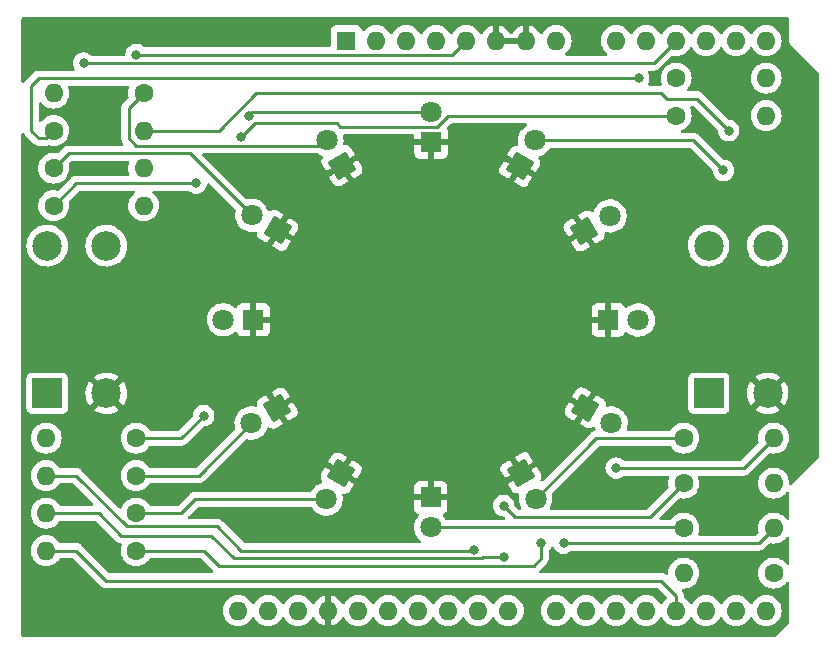
<source format=gbr>
%TF.GenerationSoftware,KiCad,Pcbnew,(6.0.7)*%
%TF.CreationDate,2022-08-22T17:26:44+09:00*%
%TF.ProjectId,LedRouletteShield,4c656452-6f75-46c6-9574-746553686965,rev?*%
%TF.SameCoordinates,Original*%
%TF.FileFunction,Copper,L2,Bot*%
%TF.FilePolarity,Positive*%
%FSLAX46Y46*%
G04 Gerber Fmt 4.6, Leading zero omitted, Abs format (unit mm)*
G04 Created by KiCad (PCBNEW (6.0.7)) date 2022-08-22 17:26:44*
%MOMM*%
%LPD*%
G01*
G04 APERTURE LIST*
G04 Aperture macros list*
%AMRotRect*
0 Rectangle, with rotation*
0 The origin of the aperture is its center*
0 $1 length*
0 $2 width*
0 $3 Rotation angle, in degrees counterclockwise*
0 Add horizontal line*
21,1,$1,$2,0,0,$3*%
G04 Aperture macros list end*
%TA.AperFunction,ComponentPad*%
%ADD10R,1.600000X1.600000*%
%TD*%
%TA.AperFunction,ComponentPad*%
%ADD11O,1.600000X1.600000*%
%TD*%
%TA.AperFunction,ComponentPad*%
%ADD12C,1.600000*%
%TD*%
%TA.AperFunction,ComponentPad*%
%ADD13RotRect,1.800000X1.800000X150.000000*%
%TD*%
%TA.AperFunction,ComponentPad*%
%ADD14C,1.800000*%
%TD*%
%TA.AperFunction,ComponentPad*%
%ADD15R,2.500000X2.500000*%
%TD*%
%TA.AperFunction,ComponentPad*%
%ADD16C,2.500000*%
%TD*%
%TA.AperFunction,ComponentPad*%
%ADD17R,1.800000X1.800000*%
%TD*%
%TA.AperFunction,ComponentPad*%
%ADD18RotRect,1.800000X1.800000X330.000000*%
%TD*%
%TA.AperFunction,ComponentPad*%
%ADD19RotRect,1.800000X1.800000X240.000000*%
%TD*%
%TA.AperFunction,ComponentPad*%
%ADD20RotRect,1.800000X1.800000X210.000000*%
%TD*%
%TA.AperFunction,ComponentPad*%
%ADD21RotRect,1.800000X1.800000X60.000000*%
%TD*%
%TA.AperFunction,ComponentPad*%
%ADD22RotRect,1.800000X1.800000X30.000000*%
%TD*%
%TA.AperFunction,ComponentPad*%
%ADD23RotRect,1.800000X1.800000X300.000000*%
%TD*%
%TA.AperFunction,ComponentPad*%
%ADD24RotRect,1.800000X1.800000X120.000000*%
%TD*%
%TA.AperFunction,ViaPad*%
%ADD25C,0.800000*%
%TD*%
%TA.AperFunction,Conductor*%
%ADD26C,0.250000*%
%TD*%
G04 APERTURE END LIST*
D10*
%TO.P,A1,1,NC*%
%TO.N,unconnected-(A1-Pad1)*%
X170815000Y-32385000D03*
D11*
%TO.P,A1,2,IOREF*%
%TO.N,unconnected-(A1-Pad2)*%
X173355000Y-32385000D03*
%TO.P,A1,3,~{RESET}*%
%TO.N,unconnected-(A1-Pad3)*%
X175895000Y-32385000D03*
%TO.P,A1,4,3V3*%
%TO.N,unconnected-(A1-Pad4)*%
X178435000Y-32385000D03*
%TO.P,A1,5,+5V*%
%TO.N,+5V*%
X180975000Y-32385000D03*
%TO.P,A1,6,GND*%
%TO.N,GND*%
X183515000Y-32385000D03*
%TO.P,A1,7,GND*%
X186055000Y-32385000D03*
%TO.P,A1,8,VIN*%
%TO.N,unconnected-(A1-Pad8)*%
X188595000Y-32385000D03*
%TO.P,A1,9,A0*%
%TO.N,unconnected-(A1-Pad9)*%
X193675000Y-32385000D03*
%TO.P,A1,10,A1*%
%TO.N,unconnected-(A1-Pad10)*%
X196215000Y-32385000D03*
%TO.P,A1,11,A2*%
%TO.N,A2*%
X198755000Y-32385000D03*
%TO.P,A1,12,A3*%
%TO.N,A3*%
X201295000Y-32385000D03*
%TO.P,A1,13,SDA/A4*%
%TO.N,unconnected-(A1-Pad13)*%
X203835000Y-32385000D03*
%TO.P,A1,14,SCL/A5*%
%TO.N,unconnected-(A1-Pad14)*%
X206375000Y-32385000D03*
%TO.P,A1,15,D0/RX*%
%TO.N,unconnected-(A1-Pad15)*%
X206375000Y-80645000D03*
%TO.P,A1,16,D1/TX*%
%TO.N,unconnected-(A1-Pad16)*%
X203835000Y-80645000D03*
%TO.P,A1,17,D2*%
%TO.N,S01*%
X201295000Y-80645000D03*
%TO.P,A1,18,D3*%
%TO.N,S02*%
X198755000Y-80645000D03*
%TO.P,A1,19,D4*%
%TO.N,S03*%
X196215000Y-80645000D03*
%TO.P,A1,20,D5*%
%TO.N,S04*%
X193675000Y-80645000D03*
%TO.P,A1,21,D6*%
%TO.N,S05*%
X191135000Y-80645000D03*
%TO.P,A1,22,D7*%
%TO.N,S06*%
X188595000Y-80645000D03*
%TO.P,A1,23,D8*%
%TO.N,S07*%
X184535000Y-80645000D03*
%TO.P,A1,24,D9*%
%TO.N,S08*%
X181995000Y-80645000D03*
%TO.P,A1,25,D10*%
%TO.N,S09*%
X179455000Y-80645000D03*
%TO.P,A1,26,D11*%
%TO.N,S10*%
X176915000Y-80645000D03*
%TO.P,A1,27,D12*%
%TO.N,S11*%
X174375000Y-80645000D03*
%TO.P,A1,28,D13*%
%TO.N,S12*%
X171835000Y-80645000D03*
%TO.P,A1,29,GND*%
%TO.N,GND*%
X169295000Y-80645000D03*
%TO.P,A1,30,AREF*%
%TO.N,unconnected-(A1-Pad30)*%
X166755000Y-80645000D03*
%TO.P,A1,31,SDA/A4*%
%TO.N,unconnected-(A1-Pad31)*%
X164215000Y-80645000D03*
%TO.P,A1,32,SCL/A5*%
%TO.N,unconnected-(A1-Pad32)*%
X161675000Y-80645000D03*
%TD*%
D12*
%TO.P,R9,1*%
%TO.N,Net-(D7-Pad2)*%
X153035000Y-72390000D03*
D11*
%TO.P,R9,2*%
%TO.N,S07*%
X145415000Y-72390000D03*
%TD*%
D13*
%TO.P,D10,1,K*%
%TO.N,GND*%
X165020000Y-48450000D03*
D14*
%TO.P,D10,2,A*%
%TO.N,Net-(D10-Pad2)*%
X162820295Y-47180000D03*
%TD*%
D15*
%TO.P,S2,1*%
%TO.N,Net-(R2-Pad2)*%
X201500000Y-62250000D03*
D16*
%TO.P,S2,2*%
%TO.N,GND*%
X206500000Y-62250000D03*
%TO.P,S2,3*%
%TO.N,A3*%
X201500000Y-49750000D03*
%TO.P,S2,4*%
%TO.N,unconnected-(S2-Pad4)*%
X206500000Y-49750000D03*
%TD*%
D12*
%TO.P,R4,1*%
%TO.N,Net-(D2-Pad2)*%
X153035000Y-75565000D03*
D11*
%TO.P,R4,2*%
%TO.N,S02*%
X145415000Y-75565000D03*
%TD*%
D12*
%TO.P,R7,1*%
%TO.N,Net-(D5-Pad2)*%
X199390000Y-66040000D03*
D11*
%TO.P,R7,2*%
%TO.N,S05*%
X207010000Y-66040000D03*
%TD*%
D12*
%TO.P,R11,1*%
%TO.N,Net-(D9-Pad2)*%
X198755000Y-38735000D03*
D11*
%TO.P,R11,2*%
%TO.N,S09*%
X206375000Y-38735000D03*
%TD*%
D17*
%TO.P,D12,1,K*%
%TO.N,GND*%
X178000000Y-41000000D03*
D14*
%TO.P,D12,2,A*%
%TO.N,Net-(D12-Pad2)*%
X178000000Y-38460000D03*
%TD*%
D12*
%TO.P,R1,1*%
%TO.N,+5V*%
X153035000Y-66040000D03*
D11*
%TO.P,R1,2*%
%TO.N,Net-(R1-Pad2)*%
X145415000Y-66040000D03*
%TD*%
D15*
%TO.P,S1,1*%
%TO.N,Net-(R1-Pad2)*%
X145500000Y-62250000D03*
D16*
%TO.P,S1,2*%
%TO.N,GND*%
X150500000Y-62250000D03*
%TO.P,S1,3*%
%TO.N,A2*%
X145500000Y-49750000D03*
%TO.P,S1,4*%
%TO.N,unconnected-(S1-Pad4)*%
X150500000Y-49750000D03*
%TD*%
D18*
%TO.P,D4,1,K*%
%TO.N,GND*%
X191050000Y-63480000D03*
D14*
%TO.P,D4,2,A*%
%TO.N,Net-(D4-Pad2)*%
X193249705Y-64750000D03*
%TD*%
D19*
%TO.P,D7,1,K*%
%TO.N,GND*%
X170390000Y-69000000D03*
D14*
%TO.P,D7,2,A*%
%TO.N,Net-(D7-Pad2)*%
X169120000Y-71199705D03*
%TD*%
D12*
%TO.P,R10,1*%
%TO.N,Net-(D8-Pad2)*%
X153035000Y-69215000D03*
D11*
%TO.P,R10,2*%
%TO.N,S08*%
X145415000Y-69215000D03*
%TD*%
D20*
%TO.P,D8,1,K*%
%TO.N,GND*%
X164970000Y-63500000D03*
D14*
%TO.P,D8,2,A*%
%TO.N,Net-(D8-Pad2)*%
X162770295Y-64770000D03*
%TD*%
D21*
%TO.P,D1,1,K*%
%TO.N,GND*%
X185500000Y-43030000D03*
D14*
%TO.P,D1,2,A*%
%TO.N,Net-(D1-Pad2)*%
X186770000Y-40830295D03*
%TD*%
D12*
%TO.P,R5,1*%
%TO.N,Net-(D3-Pad2)*%
X146050000Y-40005000D03*
D11*
%TO.P,R5,2*%
%TO.N,S03*%
X153670000Y-40005000D03*
%TD*%
D12*
%TO.P,R12,1*%
%TO.N,Net-(D10-Pad2)*%
X146050000Y-43180000D03*
D11*
%TO.P,R12,2*%
%TO.N,S10*%
X153670000Y-43180000D03*
%TD*%
D22*
%TO.P,D2,1,K*%
%TO.N,GND*%
X190950000Y-48500000D03*
D14*
%TO.P,D2,2,A*%
%TO.N,Net-(D2-Pad2)*%
X193149705Y-47230000D03*
%TD*%
D12*
%TO.P,R6,1*%
%TO.N,Net-(D4-Pad2)*%
X198755000Y-35560000D03*
D11*
%TO.P,R6,2*%
%TO.N,S04*%
X206375000Y-35560000D03*
%TD*%
D17*
%TO.P,D6,1,K*%
%TO.N,GND*%
X177980000Y-71070000D03*
D14*
%TO.P,D6,2,A*%
%TO.N,Net-(D6-Pad2)*%
X177980000Y-73610000D03*
%TD*%
D12*
%TO.P,R13,1*%
%TO.N,Net-(D11-Pad2)*%
X153670000Y-36830000D03*
D11*
%TO.P,R13,2*%
%TO.N,S11*%
X146050000Y-36830000D03*
%TD*%
D17*
%TO.P,D9,1,K*%
%TO.N,GND*%
X162965000Y-56020000D03*
D14*
%TO.P,D9,2,A*%
%TO.N,Net-(D9-Pad2)*%
X160425000Y-56020000D03*
%TD*%
D12*
%TO.P,R14,1*%
%TO.N,Net-(D12-Pad2)*%
X146050000Y-46355000D03*
D11*
%TO.P,R14,2*%
%TO.N,S12*%
X153670000Y-46355000D03*
%TD*%
D23*
%TO.P,D5,1,K*%
%TO.N,GND*%
X185580000Y-68980000D03*
D14*
%TO.P,D5,2,A*%
%TO.N,Net-(D5-Pad2)*%
X186850000Y-71179705D03*
%TD*%
D12*
%TO.P,R3,1*%
%TO.N,Net-(D1-Pad2)*%
X207010000Y-77470000D03*
D11*
%TO.P,R3,2*%
%TO.N,S01*%
X199390000Y-77470000D03*
%TD*%
D12*
%TO.P,R2,1*%
%TO.N,+5V*%
X199390000Y-69850000D03*
D11*
%TO.P,R2,2*%
%TO.N,Net-(R2-Pad2)*%
X207010000Y-69850000D03*
%TD*%
D12*
%TO.P,R8,1*%
%TO.N,Net-(D6-Pad2)*%
X199390000Y-73660000D03*
D11*
%TO.P,R8,2*%
%TO.N,S06*%
X207010000Y-73660000D03*
%TD*%
D24*
%TO.P,D11,1,K*%
%TO.N,GND*%
X170450000Y-42980000D03*
D14*
%TO.P,D11,2,A*%
%TO.N,Net-(D11-Pad2)*%
X169180000Y-40780295D03*
%TD*%
D17*
%TO.P,D3,1,K*%
%TO.N,GND*%
X193010000Y-56040000D03*
D14*
%TO.P,D3,2,A*%
%TO.N,Net-(D3-Pad2)*%
X195550000Y-56040000D03*
%TD*%
D25*
%TO.N,+5V*%
X153035000Y-33565500D03*
X184150000Y-71755000D03*
X158750000Y-64135000D03*
%TO.N,A2*%
X148590000Y-34290000D03*
%TO.N,S03*%
X203200000Y-40005000D03*
%TO.N,S05*%
X193675000Y-68580000D03*
%TO.N,S06*%
X189230000Y-74930000D03*
%TO.N,S07*%
X184150000Y-76110500D03*
%TO.N,S08*%
X181610000Y-75475500D03*
%TO.N,Net-(D1-Pad2)*%
X202759800Y-43374800D03*
%TO.N,Net-(D2-Pad2)*%
X187325000Y-74930000D03*
%TO.N,Net-(D3-Pad2)*%
X195580000Y-35560000D03*
%TO.N,Net-(D9-Pad2)*%
X161925000Y-40550500D03*
%TO.N,Net-(D12-Pad2)*%
X158115000Y-44450000D03*
X162560000Y-38735000D03*
%TD*%
D26*
%TO.N,+5V*%
X199390000Y-69850000D02*
X196515273Y-72724727D01*
X158750000Y-64135000D02*
X156845000Y-66040000D01*
X179794500Y-33565500D02*
X180975000Y-32385000D01*
X153035000Y-33565500D02*
X179794500Y-33565500D01*
X156845000Y-66040000D02*
X153035000Y-66040000D01*
X196515273Y-72724727D02*
X185119727Y-72724727D01*
X185119727Y-72724727D02*
X184150000Y-71755000D01*
%TO.N,A2*%
X198755000Y-32385000D02*
X196850000Y-34290000D01*
X196850000Y-34290000D02*
X148590000Y-34290000D01*
%TO.N,S02*%
X197485000Y-78105000D02*
X198755000Y-79375000D01*
X147955000Y-75565000D02*
X150495000Y-78105000D01*
X198755000Y-79375000D02*
X198755000Y-80645000D01*
X150495000Y-78105000D02*
X197485000Y-78105000D01*
X145415000Y-75565000D02*
X147955000Y-75565000D01*
%TO.N,S03*%
X160020000Y-40005000D02*
X153670000Y-40005000D01*
X197948199Y-37293199D02*
X197485000Y-36830000D01*
X197485000Y-36830000D02*
X163195000Y-36830000D01*
X203200000Y-40005000D02*
X200488199Y-37293199D01*
X200488199Y-37293199D02*
X197948199Y-37293199D01*
X163195000Y-36830000D02*
X160020000Y-40005000D01*
%TO.N,S05*%
X204470000Y-68580000D02*
X193675000Y-68580000D01*
X207010000Y-66040000D02*
X204470000Y-68580000D01*
%TO.N,S06*%
X207010000Y-73660000D02*
X205740000Y-74930000D01*
X205740000Y-74930000D02*
X189230000Y-74930000D01*
%TO.N,S07*%
X149860000Y-72390000D02*
X145415000Y-72390000D01*
X184150000Y-76110500D02*
X182365805Y-76110500D01*
X161290000Y-76200000D02*
X159385000Y-74295000D01*
X159385000Y-74295000D02*
X151765000Y-74295000D01*
X151765000Y-74295000D02*
X149860000Y-72390000D01*
X182365805Y-76110500D02*
X182276305Y-76200000D01*
X182276305Y-76200000D02*
X161290000Y-76200000D01*
%TO.N,S08*%
X181520500Y-75565000D02*
X161925000Y-75565000D01*
X181610000Y-75475500D02*
X181520500Y-75565000D01*
X152255000Y-73515000D02*
X147955000Y-69215000D01*
X161925000Y-75565000D02*
X159875000Y-73515000D01*
X159875000Y-73515000D02*
X152255000Y-73515000D01*
X147955000Y-69215000D02*
X145415000Y-69215000D01*
%TO.N,Net-(D1-Pad2)*%
X202759800Y-43374800D02*
X200215295Y-40830295D01*
X200215295Y-40830295D02*
X186770000Y-40830295D01*
%TO.N,Net-(D2-Pad2)*%
X186690000Y-76835000D02*
X187325000Y-76200000D01*
X153035000Y-75565000D02*
X158750000Y-75565000D01*
X187325000Y-76200000D02*
X187325000Y-75565000D01*
X160020000Y-76835000D02*
X186690000Y-76835000D01*
X187325000Y-75565000D02*
X187325000Y-74930000D01*
X158750000Y-75565000D02*
X160020000Y-76835000D01*
%TO.N,Net-(D3-Pad2)*%
X145415000Y-40640000D02*
X146050000Y-40005000D01*
X195580000Y-35560000D02*
X144780000Y-35560000D01*
X144145000Y-40005000D02*
X144780000Y-40640000D01*
X144145000Y-36195000D02*
X144145000Y-40005000D01*
X144780000Y-35560000D02*
X144145000Y-36195000D01*
X144780000Y-40640000D02*
X145415000Y-40640000D01*
%TO.N,Net-(D5-Pad2)*%
X191989705Y-66040000D02*
X186850000Y-71179705D01*
X199390000Y-66040000D02*
X191989705Y-66040000D01*
%TO.N,Net-(D6-Pad2)*%
X177980000Y-73610000D02*
X199340000Y-73610000D01*
X199340000Y-73610000D02*
X199390000Y-73660000D01*
%TO.N,Net-(D7-Pad2)*%
X156845000Y-72390000D02*
X153035000Y-72390000D01*
X169120000Y-71199705D02*
X158035295Y-71199705D01*
X158035295Y-71199705D02*
X156845000Y-72390000D01*
%TO.N,Net-(D8-Pad2)*%
X162770295Y-64770000D02*
X158325295Y-69215000D01*
X158325295Y-69215000D02*
X153035000Y-69215000D01*
%TO.N,Net-(D9-Pad2)*%
X178507412Y-39685000D02*
X170320000Y-39685000D01*
X198755000Y-38735000D02*
X179457412Y-38735000D01*
X163105500Y-39370000D02*
X161925000Y-40550500D01*
X170320000Y-39685000D02*
X170005000Y-39370000D01*
X170005000Y-39370000D02*
X165735000Y-39370000D01*
X179457412Y-38735000D02*
X178507412Y-39685000D01*
X165735000Y-39370000D02*
X163105500Y-39370000D01*
%TO.N,Net-(D10-Pad2)*%
X162820295Y-47180000D02*
X157550295Y-41910000D01*
X157550295Y-41910000D02*
X147320000Y-41910000D01*
X147320000Y-41910000D02*
X146050000Y-43180000D01*
%TO.N,Net-(D11-Pad2)*%
X152400000Y-38100000D02*
X152400000Y-40640000D01*
X153035000Y-41275000D02*
X152400000Y-40640000D01*
X169180000Y-40780295D02*
X168685295Y-41275000D01*
X168685295Y-41275000D02*
X153035000Y-41275000D01*
X153670000Y-36830000D02*
X152400000Y-38100000D01*
%TO.N,Net-(D12-Pad2)*%
X146050000Y-46355000D02*
X147955000Y-44450000D01*
X147955000Y-44450000D02*
X148590000Y-44450000D01*
X148590000Y-44450000D02*
X158115000Y-44450000D01*
X162835000Y-38460000D02*
X178000000Y-38460000D01*
X162560000Y-38735000D02*
X162835000Y-38460000D01*
%TD*%
%TA.AperFunction,Conductor*%
%TO.N,GND*%
G36*
X208248621Y-30413502D02*
G01*
X208295114Y-30467158D01*
X208306500Y-30519500D01*
X208306500Y-32313928D01*
X208305145Y-32326058D01*
X208305627Y-32326097D01*
X208304907Y-32335044D01*
X208302926Y-32343800D01*
X208303482Y-32352760D01*
X208306258Y-32397508D01*
X208306500Y-32405310D01*
X208306500Y-32421513D01*
X208307136Y-32425953D01*
X208307984Y-32431878D01*
X208309013Y-32441928D01*
X208311945Y-32489177D01*
X208314994Y-32497623D01*
X208315593Y-32500514D01*
X208319822Y-32517480D01*
X208320648Y-32520305D01*
X208321920Y-32529187D01*
X208341522Y-32572298D01*
X208345327Y-32581647D01*
X208361404Y-32626181D01*
X208366699Y-32633429D01*
X208368080Y-32636027D01*
X208376915Y-32651145D01*
X208378494Y-32653614D01*
X208382208Y-32661782D01*
X208388064Y-32668578D01*
X208413115Y-32697652D01*
X208419401Y-32705569D01*
X208424548Y-32712615D01*
X208424553Y-32712620D01*
X208427425Y-32716552D01*
X208438400Y-32727527D01*
X208444758Y-32734374D01*
X208477287Y-32772127D01*
X208484822Y-32777011D01*
X208491066Y-32782458D01*
X208502931Y-32792058D01*
X210769595Y-35058722D01*
X210803621Y-35121034D01*
X210806500Y-35147817D01*
X210806500Y-67622183D01*
X210786498Y-67690304D01*
X210769595Y-67711278D01*
X208538114Y-69942759D01*
X208475802Y-69976785D01*
X208404987Y-69971720D01*
X208348151Y-69929173D01*
X208323340Y-69862653D01*
X208323065Y-69854950D01*
X208323498Y-69850000D01*
X208303543Y-69621913D01*
X208262974Y-69470508D01*
X208245707Y-69406067D01*
X208245706Y-69406065D01*
X208244284Y-69400757D01*
X208230463Y-69371118D01*
X208149849Y-69198238D01*
X208149846Y-69198233D01*
X208147523Y-69193251D01*
X208016198Y-69005700D01*
X207854300Y-68843802D01*
X207849792Y-68840645D01*
X207849789Y-68840643D01*
X207748797Y-68769928D01*
X207666749Y-68712477D01*
X207661767Y-68710154D01*
X207661762Y-68710151D01*
X207464225Y-68618039D01*
X207464224Y-68618039D01*
X207459243Y-68615716D01*
X207453935Y-68614294D01*
X207453933Y-68614293D01*
X207243402Y-68557881D01*
X207243400Y-68557881D01*
X207238087Y-68556457D01*
X207010000Y-68536502D01*
X206781913Y-68556457D01*
X206776600Y-68557881D01*
X206776598Y-68557881D01*
X206566067Y-68614293D01*
X206566065Y-68614294D01*
X206560757Y-68615716D01*
X206555776Y-68618039D01*
X206555775Y-68618039D01*
X206358238Y-68710151D01*
X206358233Y-68710154D01*
X206353251Y-68712477D01*
X206271203Y-68769928D01*
X206170211Y-68840643D01*
X206170208Y-68840645D01*
X206165700Y-68843802D01*
X206003802Y-69005700D01*
X205872477Y-69193251D01*
X205870154Y-69198233D01*
X205870151Y-69198238D01*
X205789537Y-69371118D01*
X205775716Y-69400757D01*
X205774294Y-69406065D01*
X205774293Y-69406067D01*
X205757026Y-69470508D01*
X205716457Y-69621913D01*
X205696502Y-69850000D01*
X205716457Y-70078087D01*
X205717881Y-70083400D01*
X205717881Y-70083402D01*
X205753760Y-70217301D01*
X205775716Y-70299243D01*
X205778039Y-70304224D01*
X205778039Y-70304225D01*
X205870151Y-70501762D01*
X205870154Y-70501767D01*
X205872477Y-70506749D01*
X205923935Y-70580238D01*
X205996922Y-70684474D01*
X206003802Y-70694300D01*
X206165700Y-70856198D01*
X206170208Y-70859355D01*
X206170211Y-70859357D01*
X206212390Y-70888891D01*
X206353251Y-70987523D01*
X206358233Y-70989846D01*
X206358238Y-70989849D01*
X206553811Y-71081045D01*
X206560757Y-71084284D01*
X206566065Y-71085706D01*
X206566067Y-71085707D01*
X206776598Y-71142119D01*
X206776600Y-71142119D01*
X206781913Y-71143543D01*
X207010000Y-71163498D01*
X207238087Y-71143543D01*
X207243400Y-71142119D01*
X207243402Y-71142119D01*
X207453933Y-71085707D01*
X207453935Y-71085706D01*
X207459243Y-71084284D01*
X207466189Y-71081045D01*
X207661762Y-70989849D01*
X207661767Y-70989846D01*
X207666749Y-70987523D01*
X207807610Y-70888891D01*
X207849789Y-70859357D01*
X207849792Y-70859355D01*
X207854300Y-70856198D01*
X208016198Y-70694300D01*
X208023079Y-70684474D01*
X208077287Y-70607056D01*
X208132744Y-70562728D01*
X208203363Y-70555419D01*
X208266724Y-70587450D01*
X208302709Y-70648651D01*
X208306500Y-70679327D01*
X208306500Y-72830673D01*
X208286498Y-72898794D01*
X208232842Y-72945287D01*
X208162568Y-72955391D01*
X208097988Y-72925897D01*
X208077287Y-72902944D01*
X208071006Y-72893973D01*
X208044047Y-72855472D01*
X208019357Y-72820211D01*
X208019355Y-72820208D01*
X208016198Y-72815700D01*
X207854300Y-72653802D01*
X207849792Y-72650645D01*
X207849789Y-72650643D01*
X207704346Y-72548803D01*
X207666749Y-72522477D01*
X207661767Y-72520154D01*
X207661762Y-72520151D01*
X207464225Y-72428039D01*
X207464224Y-72428039D01*
X207459243Y-72425716D01*
X207453935Y-72424294D01*
X207453933Y-72424293D01*
X207243402Y-72367881D01*
X207243400Y-72367881D01*
X207238087Y-72366457D01*
X207010000Y-72346502D01*
X206781913Y-72366457D01*
X206776600Y-72367881D01*
X206776598Y-72367881D01*
X206566067Y-72424293D01*
X206566065Y-72424294D01*
X206560757Y-72425716D01*
X206555776Y-72428039D01*
X206555775Y-72428039D01*
X206358238Y-72520151D01*
X206358233Y-72520154D01*
X206353251Y-72522477D01*
X206315654Y-72548803D01*
X206170211Y-72650643D01*
X206170208Y-72650645D01*
X206165700Y-72653802D01*
X206003802Y-72815700D01*
X206000645Y-72820208D01*
X206000643Y-72820211D01*
X205975953Y-72855472D01*
X205872477Y-73003251D01*
X205870154Y-73008233D01*
X205870151Y-73008238D01*
X205778039Y-73205775D01*
X205775716Y-73210757D01*
X205774294Y-73216065D01*
X205774293Y-73216067D01*
X205768363Y-73238197D01*
X205716457Y-73431913D01*
X205696502Y-73660000D01*
X205716457Y-73888087D01*
X205733460Y-73951541D01*
X205731770Y-74022518D01*
X205700848Y-74073247D01*
X205514500Y-74259595D01*
X205452188Y-74293621D01*
X205425405Y-74296500D01*
X200734745Y-74296500D01*
X200666624Y-74276498D01*
X200620131Y-74222842D01*
X200610027Y-74152568D01*
X200620552Y-74117247D01*
X200621959Y-74114230D01*
X200621961Y-74114225D01*
X200624284Y-74109243D01*
X200646161Y-74027600D01*
X200682119Y-73893402D01*
X200682120Y-73893398D01*
X200683543Y-73888087D01*
X200703498Y-73660000D01*
X200683543Y-73431913D01*
X200631637Y-73238197D01*
X200625707Y-73216067D01*
X200625706Y-73216065D01*
X200624284Y-73210757D01*
X200621961Y-73205775D01*
X200529849Y-73008238D01*
X200529846Y-73008233D01*
X200527523Y-73003251D01*
X200424047Y-72855472D01*
X200399357Y-72820211D01*
X200399355Y-72820208D01*
X200396198Y-72815700D01*
X200234300Y-72653802D01*
X200229792Y-72650645D01*
X200229789Y-72650643D01*
X200084346Y-72548803D01*
X200046749Y-72522477D01*
X200041767Y-72520154D01*
X200041762Y-72520151D01*
X199844225Y-72428039D01*
X199844224Y-72428039D01*
X199839243Y-72425716D01*
X199833935Y-72424294D01*
X199833933Y-72424293D01*
X199623402Y-72367881D01*
X199623400Y-72367881D01*
X199618087Y-72366457D01*
X199390000Y-72346502D01*
X199161913Y-72366457D01*
X199156600Y-72367881D01*
X199156598Y-72367881D01*
X198946067Y-72424293D01*
X198946065Y-72424294D01*
X198940757Y-72425716D01*
X198935776Y-72428039D01*
X198935775Y-72428039D01*
X198738238Y-72520151D01*
X198738233Y-72520154D01*
X198733251Y-72522477D01*
X198695654Y-72548803D01*
X198550211Y-72650643D01*
X198550208Y-72650645D01*
X198545700Y-72653802D01*
X198383802Y-72815700D01*
X198380645Y-72820209D01*
X198380643Y-72820211D01*
X198371991Y-72832568D01*
X198309857Y-72921305D01*
X198308830Y-72922771D01*
X198253373Y-72967099D01*
X198205617Y-72976500D01*
X197463594Y-72976500D01*
X197395473Y-72956498D01*
X197348980Y-72902842D01*
X197338876Y-72832568D01*
X197368370Y-72767988D01*
X197374499Y-72761405D01*
X198976752Y-71159152D01*
X199039064Y-71125126D01*
X199098459Y-71126541D01*
X199156591Y-71142118D01*
X199156602Y-71142120D01*
X199161913Y-71143543D01*
X199390000Y-71163498D01*
X199618087Y-71143543D01*
X199623400Y-71142119D01*
X199623402Y-71142119D01*
X199833933Y-71085707D01*
X199833935Y-71085706D01*
X199839243Y-71084284D01*
X199846189Y-71081045D01*
X200041762Y-70989849D01*
X200041767Y-70989846D01*
X200046749Y-70987523D01*
X200187610Y-70888891D01*
X200229789Y-70859357D01*
X200229792Y-70859355D01*
X200234300Y-70856198D01*
X200396198Y-70694300D01*
X200403079Y-70684474D01*
X200476065Y-70580238D01*
X200527523Y-70506749D01*
X200529846Y-70501767D01*
X200529849Y-70501762D01*
X200621961Y-70304225D01*
X200621961Y-70304224D01*
X200624284Y-70299243D01*
X200646241Y-70217301D01*
X200682119Y-70083402D01*
X200682119Y-70083400D01*
X200683543Y-70078087D01*
X200703498Y-69850000D01*
X200683543Y-69621913D01*
X200642974Y-69470508D01*
X200625707Y-69406067D01*
X200625706Y-69406065D01*
X200624284Y-69400757D01*
X200620552Y-69392753D01*
X200620331Y-69391296D01*
X200620078Y-69390602D01*
X200620218Y-69390551D01*
X200609889Y-69322562D01*
X200638867Y-69257748D01*
X200698285Y-69218890D01*
X200734745Y-69213500D01*
X204391233Y-69213500D01*
X204402416Y-69214027D01*
X204409909Y-69215702D01*
X204417835Y-69215453D01*
X204417836Y-69215453D01*
X204477986Y-69213562D01*
X204481945Y-69213500D01*
X204509856Y-69213500D01*
X204513791Y-69213003D01*
X204513856Y-69212995D01*
X204525693Y-69212062D01*
X204557951Y-69211048D01*
X204561970Y-69210922D01*
X204569889Y-69210673D01*
X204589343Y-69205021D01*
X204608700Y-69201013D01*
X204620930Y-69199468D01*
X204620931Y-69199468D01*
X204628797Y-69198474D01*
X204636168Y-69195555D01*
X204636170Y-69195555D01*
X204669912Y-69182196D01*
X204681142Y-69178351D01*
X204715983Y-69168229D01*
X204715984Y-69168229D01*
X204723593Y-69166018D01*
X204730412Y-69161985D01*
X204730417Y-69161983D01*
X204741028Y-69155707D01*
X204758776Y-69147012D01*
X204777617Y-69139552D01*
X204813387Y-69113564D01*
X204823307Y-69107048D01*
X204854535Y-69088580D01*
X204854538Y-69088578D01*
X204861362Y-69084542D01*
X204875683Y-69070221D01*
X204890717Y-69057380D01*
X204900694Y-69050131D01*
X204907107Y-69045472D01*
X204935298Y-69011395D01*
X204943288Y-69002616D01*
X206596752Y-67349152D01*
X206659064Y-67315126D01*
X206718459Y-67316541D01*
X206776591Y-67332118D01*
X206776602Y-67332120D01*
X206781913Y-67333543D01*
X207010000Y-67353498D01*
X207238087Y-67333543D01*
X207243400Y-67332119D01*
X207243402Y-67332119D01*
X207453933Y-67275707D01*
X207453935Y-67275706D01*
X207459243Y-67274284D01*
X207503234Y-67253771D01*
X207661762Y-67179849D01*
X207661767Y-67179846D01*
X207666749Y-67177523D01*
X207771611Y-67104098D01*
X207849789Y-67049357D01*
X207849792Y-67049355D01*
X207854300Y-67046198D01*
X208016198Y-66884300D01*
X208147523Y-66696749D01*
X208149846Y-66691767D01*
X208149849Y-66691762D01*
X208241961Y-66494225D01*
X208241961Y-66494224D01*
X208244284Y-66489243D01*
X208249067Y-66471395D01*
X208302119Y-66273402D01*
X208302120Y-66273398D01*
X208303543Y-66268087D01*
X208323498Y-66040000D01*
X208303543Y-65811913D01*
X208251419Y-65617384D01*
X208245707Y-65596067D01*
X208245706Y-65596065D01*
X208244284Y-65590757D01*
X208231164Y-65562620D01*
X208149849Y-65388238D01*
X208149846Y-65388233D01*
X208147523Y-65383251D01*
X208037575Y-65226229D01*
X208019357Y-65200211D01*
X208019355Y-65200208D01*
X208016198Y-65195700D01*
X207854300Y-65033802D01*
X207849792Y-65030645D01*
X207849789Y-65030643D01*
X207751084Y-64961529D01*
X207666749Y-64902477D01*
X207661767Y-64900154D01*
X207661762Y-64900151D01*
X207464225Y-64808039D01*
X207464224Y-64808039D01*
X207459243Y-64805716D01*
X207453935Y-64804294D01*
X207453933Y-64804293D01*
X207243402Y-64747881D01*
X207243400Y-64747881D01*
X207238087Y-64746457D01*
X207010000Y-64726502D01*
X206781913Y-64746457D01*
X206776600Y-64747881D01*
X206776598Y-64747881D01*
X206566067Y-64804293D01*
X206566065Y-64804294D01*
X206560757Y-64805716D01*
X206555776Y-64808039D01*
X206555775Y-64808039D01*
X206358238Y-64900151D01*
X206358233Y-64900154D01*
X206353251Y-64902477D01*
X206268916Y-64961529D01*
X206170211Y-65030643D01*
X206170208Y-65030645D01*
X206165700Y-65033802D01*
X206003802Y-65195700D01*
X206000645Y-65200208D01*
X206000643Y-65200211D01*
X205982425Y-65226229D01*
X205872477Y-65383251D01*
X205870154Y-65388233D01*
X205870151Y-65388238D01*
X205788836Y-65562620D01*
X205775716Y-65590757D01*
X205774294Y-65596065D01*
X205774293Y-65596067D01*
X205768581Y-65617384D01*
X205716457Y-65811913D01*
X205696502Y-66040000D01*
X205716457Y-66268087D01*
X205733460Y-66331541D01*
X205731770Y-66402518D01*
X205700848Y-66453247D01*
X204244500Y-67909595D01*
X204182188Y-67943621D01*
X204155405Y-67946500D01*
X194383200Y-67946500D01*
X194315079Y-67926498D01*
X194295853Y-67910157D01*
X194295580Y-67910460D01*
X194290668Y-67906037D01*
X194286253Y-67901134D01*
X194131752Y-67788882D01*
X194125724Y-67786198D01*
X194125722Y-67786197D01*
X193963319Y-67713891D01*
X193963318Y-67713891D01*
X193957288Y-67711206D01*
X193863888Y-67691353D01*
X193776944Y-67672872D01*
X193776939Y-67672872D01*
X193770487Y-67671500D01*
X193579513Y-67671500D01*
X193573061Y-67672872D01*
X193573056Y-67672872D01*
X193486112Y-67691353D01*
X193392712Y-67711206D01*
X193386682Y-67713891D01*
X193386681Y-67713891D01*
X193224278Y-67786197D01*
X193224276Y-67786198D01*
X193218248Y-67788882D01*
X193063747Y-67901134D01*
X193059326Y-67906044D01*
X193059325Y-67906045D01*
X192943034Y-68035200D01*
X192935960Y-68043056D01*
X192840473Y-68208444D01*
X192781458Y-68390072D01*
X192780768Y-68396633D01*
X192780768Y-68396635D01*
X192766068Y-68536502D01*
X192761496Y-68580000D01*
X192762186Y-68586565D01*
X192780268Y-68758602D01*
X192781458Y-68769928D01*
X192840473Y-68951556D01*
X192935960Y-69116944D01*
X192940378Y-69121851D01*
X192940379Y-69121852D01*
X193040909Y-69233502D01*
X193063747Y-69258866D01*
X193218248Y-69371118D01*
X193224276Y-69373802D01*
X193224278Y-69373803D01*
X193386681Y-69446109D01*
X193392712Y-69448794D01*
X193486112Y-69468647D01*
X193573056Y-69487128D01*
X193573061Y-69487128D01*
X193579513Y-69488500D01*
X193770487Y-69488500D01*
X193776939Y-69487128D01*
X193776944Y-69487128D01*
X193863888Y-69468647D01*
X193957288Y-69448794D01*
X193963319Y-69446109D01*
X194125722Y-69373803D01*
X194125724Y-69373802D01*
X194131752Y-69371118D01*
X194217359Y-69308921D01*
X194264671Y-69274546D01*
X194286253Y-69258866D01*
X194290668Y-69253963D01*
X194295580Y-69249540D01*
X194296705Y-69250789D01*
X194350014Y-69217949D01*
X194383200Y-69213500D01*
X198045255Y-69213500D01*
X198113376Y-69233502D01*
X198159869Y-69287158D01*
X198169973Y-69357432D01*
X198159448Y-69392753D01*
X198155716Y-69400757D01*
X198154294Y-69406065D01*
X198154293Y-69406067D01*
X198137026Y-69470508D01*
X198096457Y-69621913D01*
X198076502Y-69850000D01*
X198096457Y-70078087D01*
X198097880Y-70083398D01*
X198097882Y-70083409D01*
X198113459Y-70141541D01*
X198111770Y-70212517D01*
X198080848Y-70263248D01*
X197184943Y-71159152D01*
X196289773Y-72054322D01*
X196227461Y-72088348D01*
X196200678Y-72091227D01*
X188173347Y-72091227D01*
X188105226Y-72071225D01*
X188058733Y-72017569D01*
X188048629Y-71947295D01*
X188062554Y-71908163D01*
X188061458Y-71907622D01*
X188161784Y-71704627D01*
X188161785Y-71704625D01*
X188164078Y-71699985D01*
X188231408Y-71478376D01*
X188261640Y-71248746D01*
X188262756Y-71203070D01*
X188263245Y-71183070D01*
X188263245Y-71183066D01*
X188263327Y-71179705D01*
X188244349Y-70948872D01*
X188208026Y-70804265D01*
X188210830Y-70733323D01*
X188241135Y-70684474D01*
X192215204Y-66710405D01*
X192277516Y-66676379D01*
X192304299Y-66673500D01*
X198170606Y-66673500D01*
X198238727Y-66693502D01*
X198273819Y-66727229D01*
X198383802Y-66884300D01*
X198545700Y-67046198D01*
X198550208Y-67049355D01*
X198550211Y-67049357D01*
X198628389Y-67104098D01*
X198733251Y-67177523D01*
X198738233Y-67179846D01*
X198738238Y-67179849D01*
X198896766Y-67253771D01*
X198940757Y-67274284D01*
X198946065Y-67275706D01*
X198946067Y-67275707D01*
X199156598Y-67332119D01*
X199156600Y-67332119D01*
X199161913Y-67333543D01*
X199390000Y-67353498D01*
X199618087Y-67333543D01*
X199623400Y-67332119D01*
X199623402Y-67332119D01*
X199833933Y-67275707D01*
X199833935Y-67275706D01*
X199839243Y-67274284D01*
X199883234Y-67253771D01*
X200041762Y-67179849D01*
X200041767Y-67179846D01*
X200046749Y-67177523D01*
X200151611Y-67104098D01*
X200229789Y-67049357D01*
X200229792Y-67049355D01*
X200234300Y-67046198D01*
X200396198Y-66884300D01*
X200527523Y-66696749D01*
X200529846Y-66691767D01*
X200529849Y-66691762D01*
X200621961Y-66494225D01*
X200621961Y-66494224D01*
X200624284Y-66489243D01*
X200629067Y-66471395D01*
X200682119Y-66273402D01*
X200682120Y-66273398D01*
X200683543Y-66268087D01*
X200703498Y-66040000D01*
X200683543Y-65811913D01*
X200631419Y-65617384D01*
X200625707Y-65596067D01*
X200625706Y-65596065D01*
X200624284Y-65590757D01*
X200611164Y-65562620D01*
X200529849Y-65388238D01*
X200529846Y-65388233D01*
X200527523Y-65383251D01*
X200417575Y-65226229D01*
X200399357Y-65200211D01*
X200399355Y-65200208D01*
X200396198Y-65195700D01*
X200234300Y-65033802D01*
X200229792Y-65030645D01*
X200229789Y-65030643D01*
X200131084Y-64961529D01*
X200046749Y-64902477D01*
X200041767Y-64900154D01*
X200041762Y-64900151D01*
X199844225Y-64808039D01*
X199844224Y-64808039D01*
X199839243Y-64805716D01*
X199833935Y-64804294D01*
X199833933Y-64804293D01*
X199623402Y-64747881D01*
X199623400Y-64747881D01*
X199618087Y-64746457D01*
X199390000Y-64726502D01*
X199161913Y-64746457D01*
X199156600Y-64747881D01*
X199156598Y-64747881D01*
X198946067Y-64804293D01*
X198946065Y-64804294D01*
X198940757Y-64805716D01*
X198935776Y-64808039D01*
X198935775Y-64808039D01*
X198738238Y-64900151D01*
X198738233Y-64900154D01*
X198733251Y-64902477D01*
X198648916Y-64961529D01*
X198550211Y-65030643D01*
X198550208Y-65030645D01*
X198545700Y-65033802D01*
X198383802Y-65195700D01*
X198380645Y-65200208D01*
X198380643Y-65200211D01*
X198273819Y-65352771D01*
X198218362Y-65397099D01*
X198170606Y-65406500D01*
X194692365Y-65406500D01*
X194624244Y-65386498D01*
X194577751Y-65332842D01*
X194567647Y-65262568D01*
X194571807Y-65243871D01*
X194629609Y-65053625D01*
X194629612Y-65053612D01*
X194631113Y-65048671D01*
X194661345Y-64819041D01*
X194661427Y-64815691D01*
X194662950Y-64753365D01*
X194662950Y-64753361D01*
X194663032Y-64750000D01*
X194656615Y-64671944D01*
X194644478Y-64524318D01*
X194644477Y-64524312D01*
X194644054Y-64519167D01*
X194587630Y-64294533D01*
X194584335Y-64286954D01*
X194497335Y-64086868D01*
X194497333Y-64086865D01*
X194495275Y-64082131D01*
X194369469Y-63887665D01*
X194352160Y-63868642D01*
X194313989Y-63826693D01*
X194213592Y-63716358D01*
X194209541Y-63713159D01*
X194209537Y-63713155D01*
X194035882Y-63576011D01*
X194035877Y-63576008D01*
X194031828Y-63572810D01*
X194027312Y-63570317D01*
X194027309Y-63570315D01*
X193987128Y-63548134D01*
X199741500Y-63548134D01*
X199748255Y-63610316D01*
X199799385Y-63746705D01*
X199886739Y-63863261D01*
X200003295Y-63950615D01*
X200139684Y-64001745D01*
X200201866Y-64008500D01*
X202798134Y-64008500D01*
X202860316Y-64001745D01*
X202996705Y-63950615D01*
X203113261Y-63863261D01*
X203200615Y-63746705D01*
X203233444Y-63659133D01*
X205455612Y-63659133D01*
X205464325Y-63670653D01*
X205562018Y-63742284D01*
X205569928Y-63747227D01*
X205792890Y-63864533D01*
X205801453Y-63868256D01*
X206039304Y-63951318D01*
X206048313Y-63953732D01*
X206295842Y-64000727D01*
X206305098Y-64001781D01*
X206556857Y-64011673D01*
X206566171Y-64011347D01*
X206816615Y-63983920D01*
X206825792Y-63982219D01*
X207069431Y-63918074D01*
X207078251Y-63915037D01*
X207309736Y-63815583D01*
X207318008Y-63811276D01*
X207532249Y-63678700D01*
X207539188Y-63673658D01*
X207547518Y-63661019D01*
X207541456Y-63650666D01*
X206512812Y-62622022D01*
X206498868Y-62614408D01*
X206497035Y-62614539D01*
X206490420Y-62618790D01*
X205462270Y-63646940D01*
X205455612Y-63659133D01*
X203233444Y-63659133D01*
X203251745Y-63610316D01*
X203258500Y-63548134D01*
X203258500Y-62208523D01*
X204737898Y-62208523D01*
X204749987Y-62460175D01*
X204751124Y-62469435D01*
X204800274Y-62716535D01*
X204802768Y-62725528D01*
X204887900Y-62962639D01*
X204891700Y-62971174D01*
X205010946Y-63193101D01*
X205015957Y-63200968D01*
X205079446Y-63285990D01*
X205090704Y-63294439D01*
X205103123Y-63287667D01*
X206127978Y-62262812D01*
X206134356Y-62251132D01*
X206864408Y-62251132D01*
X206864539Y-62252965D01*
X206868790Y-62259580D01*
X207899913Y-63290703D01*
X207912293Y-63297463D01*
X207920634Y-63291219D01*
X208046765Y-63095127D01*
X208051212Y-63086936D01*
X208154691Y-62857222D01*
X208157882Y-62848455D01*
X208226269Y-62605976D01*
X208228129Y-62596834D01*
X208260116Y-62345396D01*
X208260597Y-62339108D01*
X208262847Y-62253160D01*
X208262696Y-62246851D01*
X208243912Y-61994074D01*
X208242536Y-61984868D01*
X208186929Y-61739126D01*
X208184205Y-61730215D01*
X208092888Y-61495392D01*
X208088877Y-61486983D01*
X207963854Y-61268240D01*
X207958643Y-61260514D01*
X207921391Y-61213261D01*
X207909466Y-61204790D01*
X207897934Y-61211276D01*
X206872022Y-62237188D01*
X206864408Y-62251132D01*
X206134356Y-62251132D01*
X206135592Y-62248868D01*
X206135461Y-62247035D01*
X206131210Y-62240420D01*
X205101321Y-61210531D01*
X205088013Y-61203264D01*
X205077974Y-61210386D01*
X205067761Y-61222666D01*
X205062346Y-61230258D01*
X204931646Y-61445646D01*
X204927408Y-61453963D01*
X204829981Y-61686299D01*
X204827020Y-61695149D01*
X204765006Y-61939331D01*
X204763384Y-61948528D01*
X204738143Y-62199198D01*
X204737898Y-62208523D01*
X203258500Y-62208523D01*
X203258500Y-60951866D01*
X203251745Y-60889684D01*
X203232671Y-60838803D01*
X205453216Y-60838803D01*
X205457789Y-60848579D01*
X206487188Y-61877978D01*
X206501132Y-61885592D01*
X206502965Y-61885461D01*
X206509580Y-61881210D01*
X207538419Y-60852371D01*
X207544803Y-60840681D01*
X207535391Y-60828570D01*
X207398593Y-60733670D01*
X207390565Y-60728942D01*
X207164593Y-60617505D01*
X207155960Y-60614017D01*
X206915998Y-60537205D01*
X206906938Y-60535029D01*
X206658260Y-60494529D01*
X206648973Y-60493717D01*
X206397053Y-60490419D01*
X206387742Y-60490989D01*
X206138097Y-60524964D01*
X206128978Y-60526902D01*
X205887098Y-60597404D01*
X205878367Y-60600667D01*
X205649558Y-60706151D01*
X205641406Y-60710670D01*
X205462353Y-60828062D01*
X205453216Y-60838803D01*
X203232671Y-60838803D01*
X203200615Y-60753295D01*
X203113261Y-60636739D01*
X202996705Y-60549385D01*
X202860316Y-60498255D01*
X202798134Y-60491500D01*
X200201866Y-60491500D01*
X200139684Y-60498255D01*
X200003295Y-60549385D01*
X199886739Y-60636739D01*
X199799385Y-60753295D01*
X199748255Y-60889684D01*
X199741500Y-60951866D01*
X199741500Y-63548134D01*
X193987128Y-63548134D01*
X193833584Y-63463373D01*
X193833580Y-63463371D01*
X193829060Y-63460876D01*
X193824191Y-63459152D01*
X193824187Y-63459150D01*
X193615608Y-63385288D01*
X193615604Y-63385287D01*
X193610733Y-63383562D01*
X193605640Y-63382655D01*
X193605637Y-63382654D01*
X193387800Y-63343851D01*
X193387794Y-63343850D01*
X193382711Y-63342945D01*
X193309801Y-63342054D01*
X193156286Y-63340179D01*
X193156284Y-63340179D01*
X193151116Y-63340116D01*
X192924659Y-63374769D01*
X192854298Y-63365301D01*
X192800224Y-63319296D01*
X192779606Y-63251359D01*
X192781311Y-63229533D01*
X192791040Y-63171080D01*
X192791443Y-63153307D01*
X192776229Y-63026654D01*
X192771630Y-63009492D01*
X192721482Y-62892206D01*
X192712244Y-62877013D01*
X192630515Y-62777689D01*
X192619111Y-62766915D01*
X192577830Y-62736702D01*
X192572106Y-62732971D01*
X191989659Y-62396694D01*
X191974224Y-62392949D01*
X191972484Y-62393552D01*
X191967197Y-62399368D01*
X191396970Y-63387030D01*
X191142970Y-63826970D01*
X190575029Y-64810674D01*
X190571284Y-64826109D01*
X190571887Y-64827849D01*
X190577703Y-64833136D01*
X191164112Y-65171700D01*
X191170195Y-65174786D01*
X191217007Y-65195433D01*
X191232035Y-65199921D01*
X191358921Y-65221040D01*
X191376693Y-65221443D01*
X191503346Y-65206229D01*
X191520508Y-65201630D01*
X191637794Y-65151482D01*
X191652983Y-65142247D01*
X191698595Y-65104714D01*
X191763906Y-65076875D01*
X191833900Y-65088765D01*
X191886354Y-65136609D01*
X191898891Y-65164333D01*
X191899915Y-65167601D01*
X191901051Y-65172642D01*
X191902993Y-65177424D01*
X191902994Y-65177428D01*
X191932092Y-65249087D01*
X191939188Y-65319728D01*
X191906966Y-65382991D01*
X191846396Y-65418360D01*
X191846448Y-65418562D01*
X191845738Y-65418744D01*
X191845656Y-65418792D01*
X191845282Y-65418861D01*
X191838770Y-65420533D01*
X191830908Y-65421526D01*
X191823542Y-65424442D01*
X191823536Y-65424444D01*
X191789803Y-65437800D01*
X191778573Y-65441645D01*
X191743722Y-65451770D01*
X191736112Y-65453981D01*
X191729289Y-65458016D01*
X191718671Y-65464295D01*
X191700918Y-65472992D01*
X191693273Y-65476019D01*
X191682088Y-65480448D01*
X191675673Y-65485109D01*
X191646317Y-65506437D01*
X191636400Y-65512951D01*
X191598343Y-65535458D01*
X191584022Y-65549779D01*
X191568989Y-65562619D01*
X191552598Y-65574528D01*
X191524407Y-65608605D01*
X191516417Y-65617384D01*
X187478134Y-69655666D01*
X187415822Y-69689692D01*
X187345006Y-69684627D01*
X187288171Y-69642080D01*
X187263360Y-69575560D01*
X187273185Y-69517035D01*
X187301630Y-69450508D01*
X187306229Y-69433346D01*
X187321443Y-69306693D01*
X187321040Y-69288921D01*
X187299920Y-69162030D01*
X187295436Y-69147014D01*
X187274784Y-69100189D01*
X187271701Y-69094113D01*
X186935421Y-68511659D01*
X186923926Y-68500699D01*
X186922118Y-68500350D01*
X186914631Y-68502743D01*
X185487030Y-69326970D01*
X184503324Y-69894912D01*
X184492364Y-69906407D01*
X184492016Y-69908214D01*
X184494409Y-69915702D01*
X184832974Y-70502111D01*
X184836697Y-70507822D01*
X184866919Y-70549117D01*
X184877685Y-70560511D01*
X184977013Y-70642244D01*
X184992206Y-70651482D01*
X185109492Y-70701630D01*
X185126654Y-70706229D01*
X185253307Y-70721443D01*
X185271080Y-70721040D01*
X185332381Y-70710837D01*
X185402861Y-70719383D01*
X185457532Y-70764678D01*
X185479036Y-70832340D01*
X185474484Y-70868800D01*
X185463087Y-70909894D01*
X185463085Y-70909906D01*
X185461707Y-70914874D01*
X185437095Y-71145174D01*
X185437392Y-71150327D01*
X185437392Y-71150330D01*
X185443067Y-71248746D01*
X185450427Y-71376402D01*
X185451564Y-71381448D01*
X185451565Y-71381454D01*
X185476760Y-71493249D01*
X185501346Y-71602347D01*
X185503288Y-71607129D01*
X185503289Y-71607133D01*
X185569799Y-71770926D01*
X185588484Y-71816942D01*
X185591184Y-71821348D01*
X185591186Y-71821352D01*
X185639009Y-71899393D01*
X185657547Y-71967926D01*
X185636090Y-72035603D01*
X185581451Y-72080936D01*
X185531576Y-72091227D01*
X185434321Y-72091227D01*
X185366200Y-72071225D01*
X185345226Y-72054322D01*
X185097122Y-71806218D01*
X185063096Y-71743906D01*
X185060907Y-71730293D01*
X185058210Y-71704627D01*
X185043542Y-71565072D01*
X184984527Y-71383444D01*
X184889040Y-71218056D01*
X184857539Y-71183070D01*
X184765675Y-71081045D01*
X184765674Y-71081044D01*
X184761253Y-71076134D01*
X184606752Y-70963882D01*
X184600724Y-70961198D01*
X184600722Y-70961197D01*
X184438319Y-70888891D01*
X184438318Y-70888891D01*
X184432288Y-70886206D01*
X184338888Y-70866353D01*
X184251944Y-70847872D01*
X184251939Y-70847872D01*
X184245487Y-70846500D01*
X184054513Y-70846500D01*
X184048061Y-70847872D01*
X184048056Y-70847872D01*
X183961112Y-70866353D01*
X183867712Y-70886206D01*
X183861682Y-70888891D01*
X183861681Y-70888891D01*
X183699278Y-70961197D01*
X183699276Y-70961198D01*
X183693248Y-70963882D01*
X183538747Y-71076134D01*
X183534326Y-71081044D01*
X183534325Y-71081045D01*
X183442462Y-71183070D01*
X183410960Y-71218056D01*
X183315473Y-71383444D01*
X183256458Y-71565072D01*
X183236496Y-71755000D01*
X183237186Y-71761565D01*
X183254939Y-71930472D01*
X183256458Y-71944928D01*
X183315473Y-72126556D01*
X183410960Y-72291944D01*
X183415378Y-72296851D01*
X183415379Y-72296852D01*
X183517886Y-72410698D01*
X183538747Y-72433866D01*
X183596921Y-72476132D01*
X183653273Y-72517074D01*
X183693248Y-72546118D01*
X183699276Y-72548802D01*
X183699278Y-72548803D01*
X183861681Y-72621109D01*
X183867712Y-72623794D01*
X183961113Y-72643647D01*
X184048056Y-72662128D01*
X184048061Y-72662128D01*
X184054513Y-72663500D01*
X184110405Y-72663500D01*
X184178526Y-72683502D01*
X184199500Y-72700405D01*
X184260500Y-72761405D01*
X184294526Y-72823717D01*
X184289461Y-72894532D01*
X184246914Y-72951368D01*
X184180394Y-72976179D01*
X184171405Y-72976500D01*
X179316359Y-72976500D01*
X179248238Y-72956498D01*
X179210567Y-72918940D01*
X179185984Y-72880941D01*
X179099764Y-72747665D01*
X179090577Y-72737568D01*
X179023180Y-72663500D01*
X179009486Y-72648450D01*
X178978434Y-72584605D01*
X178986829Y-72514106D01*
X179032005Y-72459338D01*
X179058449Y-72445669D01*
X179118054Y-72423324D01*
X179133649Y-72414786D01*
X179235724Y-72338285D01*
X179248285Y-72325724D01*
X179324786Y-72223649D01*
X179333324Y-72208054D01*
X179378478Y-72087606D01*
X179382105Y-72072351D01*
X179387631Y-72021486D01*
X179388000Y-72014672D01*
X179388000Y-71342115D01*
X179383525Y-71326876D01*
X179382135Y-71325671D01*
X179374452Y-71324000D01*
X176590116Y-71324000D01*
X176574877Y-71328475D01*
X176573672Y-71329865D01*
X176572001Y-71337548D01*
X176572001Y-72014669D01*
X176572371Y-72021490D01*
X176577895Y-72072352D01*
X176581521Y-72087604D01*
X176626676Y-72208054D01*
X176635214Y-72223649D01*
X176711715Y-72325724D01*
X176724276Y-72338285D01*
X176826351Y-72414786D01*
X176841946Y-72423324D01*
X176901540Y-72445665D01*
X176958304Y-72488307D01*
X176983004Y-72554868D01*
X176967796Y-72624217D01*
X176948404Y-72650698D01*
X176927104Y-72672988D01*
X176881639Y-72720564D01*
X176878725Y-72724836D01*
X176878724Y-72724837D01*
X176822102Y-72807842D01*
X176751119Y-72911899D01*
X176653602Y-73121981D01*
X176591707Y-73345169D01*
X176567095Y-73575469D01*
X176567392Y-73580622D01*
X176567392Y-73580625D01*
X176573244Y-73682119D01*
X176580427Y-73806697D01*
X176581564Y-73811743D01*
X176581565Y-73811749D01*
X176591152Y-73854288D01*
X176631346Y-74032642D01*
X176633288Y-74037424D01*
X176633289Y-74037428D01*
X176680043Y-74152568D01*
X176718484Y-74247237D01*
X176839501Y-74444719D01*
X176991147Y-74619784D01*
X176995122Y-74623084D01*
X176995125Y-74623087D01*
X177098073Y-74708556D01*
X177137708Y-74767459D01*
X177139206Y-74838440D01*
X177102091Y-74898962D01*
X177038147Y-74929811D01*
X177017588Y-74931500D01*
X162239594Y-74931500D01*
X162171473Y-74911498D01*
X162150499Y-74894595D01*
X161278423Y-74022518D01*
X160378652Y-73122747D01*
X160371112Y-73114461D01*
X160367000Y-73107982D01*
X160317348Y-73061356D01*
X160314507Y-73058602D01*
X160294770Y-73038865D01*
X160291573Y-73036385D01*
X160282551Y-73028680D01*
X160277035Y-73023500D01*
X160250321Y-72998414D01*
X160243375Y-72994595D01*
X160243372Y-72994593D01*
X160232566Y-72988652D01*
X160216047Y-72977801D01*
X160213956Y-72976179D01*
X160200041Y-72965386D01*
X160192772Y-72962241D01*
X160192768Y-72962238D01*
X160159463Y-72947826D01*
X160148813Y-72942609D01*
X160110060Y-72921305D01*
X160090437Y-72916267D01*
X160071734Y-72909863D01*
X160060420Y-72904967D01*
X160060419Y-72904967D01*
X160053145Y-72901819D01*
X160045322Y-72900580D01*
X160045312Y-72900577D01*
X160009476Y-72894901D01*
X159997856Y-72892495D01*
X159962711Y-72883472D01*
X159962710Y-72883472D01*
X159955030Y-72881500D01*
X159934776Y-72881500D01*
X159915065Y-72879949D01*
X159902886Y-72878020D01*
X159895057Y-72876780D01*
X159887165Y-72877526D01*
X159851039Y-72880941D01*
X159839181Y-72881500D01*
X157553594Y-72881500D01*
X157485473Y-72861498D01*
X157438980Y-72807842D01*
X157428876Y-72737568D01*
X157458370Y-72672988D01*
X157464499Y-72666405D01*
X158260794Y-71870110D01*
X158323106Y-71836084D01*
X158349889Y-71833205D01*
X167785630Y-71833205D01*
X167853751Y-71853207D01*
X167893063Y-71893370D01*
X167979501Y-72034424D01*
X168131147Y-72209489D01*
X168309349Y-72357435D01*
X168509322Y-72474289D01*
X168725694Y-72556914D01*
X168730760Y-72557945D01*
X168730761Y-72557945D01*
X168783846Y-72568745D01*
X168952656Y-72603090D01*
X169083324Y-72607881D01*
X169178949Y-72611388D01*
X169178953Y-72611388D01*
X169184113Y-72611577D01*
X169189233Y-72610921D01*
X169189235Y-72610921D01*
X169262270Y-72601565D01*
X169413847Y-72582147D01*
X169418795Y-72580662D01*
X169418802Y-72580661D01*
X169630747Y-72517074D01*
X169635690Y-72515591D01*
X169716236Y-72476132D01*
X169839049Y-72415967D01*
X169839052Y-72415965D01*
X169843684Y-72413696D01*
X170032243Y-72279199D01*
X170196303Y-72115710D01*
X170331458Y-71927622D01*
X170348387Y-71893370D01*
X170431784Y-71724627D01*
X170431785Y-71724625D01*
X170434078Y-71719985D01*
X170501408Y-71498376D01*
X170531640Y-71268746D01*
X170531722Y-71265396D01*
X170533245Y-71203070D01*
X170533245Y-71203066D01*
X170533327Y-71199705D01*
X170524956Y-71097881D01*
X170514773Y-70974023D01*
X170514772Y-70974017D01*
X170514349Y-70968872D01*
X170493434Y-70885606D01*
X170496238Y-70814665D01*
X170507984Y-70797885D01*
X176572000Y-70797885D01*
X176576475Y-70813124D01*
X176577865Y-70814329D01*
X176585548Y-70816000D01*
X177707885Y-70816000D01*
X177723124Y-70811525D01*
X177724329Y-70810135D01*
X177726000Y-70802452D01*
X177726000Y-70797885D01*
X178234000Y-70797885D01*
X178238475Y-70813124D01*
X178239865Y-70814329D01*
X178247548Y-70816000D01*
X179369884Y-70816000D01*
X179385123Y-70811525D01*
X179386328Y-70810135D01*
X179387999Y-70802452D01*
X179387999Y-70125331D01*
X179387629Y-70118510D01*
X179382105Y-70067648D01*
X179378479Y-70052396D01*
X179333324Y-69931946D01*
X179324786Y-69916351D01*
X179248285Y-69814276D01*
X179235724Y-69801715D01*
X179133649Y-69725214D01*
X179118054Y-69716676D01*
X178997606Y-69671522D01*
X178982351Y-69667895D01*
X178931486Y-69662369D01*
X178924672Y-69662000D01*
X178252115Y-69662000D01*
X178236876Y-69666475D01*
X178235671Y-69667865D01*
X178234000Y-69675548D01*
X178234000Y-70797885D01*
X177726000Y-70797885D01*
X177726000Y-69680116D01*
X177721525Y-69664877D01*
X177720135Y-69663672D01*
X177712452Y-69662001D01*
X177035331Y-69662001D01*
X177028510Y-69662371D01*
X176977648Y-69667895D01*
X176962396Y-69671521D01*
X176841946Y-69716676D01*
X176826351Y-69725214D01*
X176724276Y-69801715D01*
X176711715Y-69814276D01*
X176635214Y-69916351D01*
X176626676Y-69931946D01*
X176581522Y-70052394D01*
X176577895Y-70067649D01*
X176572369Y-70118514D01*
X176572000Y-70125328D01*
X176572000Y-70797885D01*
X170507984Y-70797885D01*
X170536951Y-70756502D01*
X170602646Y-70729583D01*
X170636325Y-70730621D01*
X170698921Y-70741040D01*
X170716693Y-70741443D01*
X170843346Y-70726229D01*
X170860508Y-70721630D01*
X170977794Y-70671482D01*
X170992987Y-70662244D01*
X171092311Y-70580515D01*
X171103085Y-70569111D01*
X171133298Y-70527830D01*
X171137029Y-70522106D01*
X171473306Y-69939659D01*
X171477051Y-69924224D01*
X171476448Y-69922484D01*
X171470632Y-69917197D01*
X170482970Y-69346970D01*
X169720530Y-68906775D01*
X170742283Y-68906775D01*
X170742886Y-68908515D01*
X170748702Y-68913802D01*
X171720674Y-69474971D01*
X171736109Y-69478716D01*
X171737849Y-69478113D01*
X171743136Y-69472297D01*
X172081700Y-68885888D01*
X172084786Y-68879805D01*
X172105433Y-68832993D01*
X172109921Y-68817965D01*
X172131040Y-68691079D01*
X172131443Y-68673307D01*
X172129041Y-68653307D01*
X183838557Y-68653307D01*
X183838960Y-68671079D01*
X183860080Y-68797970D01*
X183864564Y-68812986D01*
X183885216Y-68859811D01*
X183888299Y-68865887D01*
X184224579Y-69448341D01*
X184236074Y-69459301D01*
X184237882Y-69459650D01*
X184245369Y-69457257D01*
X185217341Y-68896087D01*
X185228301Y-68884592D01*
X185228650Y-68882784D01*
X185226257Y-68875297D01*
X184665088Y-67903324D01*
X184653593Y-67892364D01*
X184651786Y-67892016D01*
X184644298Y-67894409D01*
X184057889Y-68232974D01*
X184052178Y-68236697D01*
X184010883Y-68266919D01*
X183999489Y-68277685D01*
X183917756Y-68377013D01*
X183908518Y-68392206D01*
X183858370Y-68509492D01*
X183853771Y-68526654D01*
X183838557Y-68653307D01*
X172129041Y-68653307D01*
X172116229Y-68546654D01*
X172111630Y-68529492D01*
X172061482Y-68412206D01*
X172052244Y-68397013D01*
X171970515Y-68297689D01*
X171959111Y-68286915D01*
X171917830Y-68256702D01*
X171912106Y-68252971D01*
X171329659Y-67916694D01*
X171314224Y-67912949D01*
X171312484Y-67913552D01*
X171307197Y-67919368D01*
X170746028Y-68891340D01*
X170742283Y-68906775D01*
X169720530Y-68906775D01*
X169059326Y-68525029D01*
X169043891Y-68521284D01*
X169042151Y-68521887D01*
X169036864Y-68527703D01*
X168698300Y-69114112D01*
X168695214Y-69120195D01*
X168674567Y-69167007D01*
X168670079Y-69182035D01*
X168648960Y-69308921D01*
X168648557Y-69326693D01*
X168663771Y-69453346D01*
X168668370Y-69470508D01*
X168718518Y-69587794D01*
X168727756Y-69602987D01*
X168768089Y-69652003D01*
X168795928Y-69717314D01*
X168784037Y-69787307D01*
X168736193Y-69839761D01*
X168709939Y-69851828D01*
X168664249Y-69866762D01*
X168572314Y-69896811D01*
X168567726Y-69899199D01*
X168567722Y-69899201D01*
X168386045Y-69993776D01*
X168366872Y-70003757D01*
X168362739Y-70006860D01*
X168362736Y-70006862D01*
X168187684Y-70138295D01*
X168181655Y-70142822D01*
X168021639Y-70310269D01*
X168018725Y-70314541D01*
X168018724Y-70314542D01*
X167925839Y-70450707D01*
X167891119Y-70501604D01*
X167890403Y-70503147D01*
X167840086Y-70551795D01*
X167781574Y-70566205D01*
X158114058Y-70566205D01*
X158102874Y-70565678D01*
X158095386Y-70564004D01*
X158087463Y-70564253D01*
X158027328Y-70566143D01*
X158023370Y-70566205D01*
X157995439Y-70566205D01*
X157991524Y-70566700D01*
X157991520Y-70566700D01*
X157991462Y-70566708D01*
X157991433Y-70566711D01*
X157979591Y-70567644D01*
X157935405Y-70569032D01*
X157918039Y-70574077D01*
X157915953Y-70574683D01*
X157896601Y-70578691D01*
X157889530Y-70579585D01*
X157876498Y-70581231D01*
X157869129Y-70584148D01*
X157869127Y-70584149D01*
X157835392Y-70597505D01*
X157824164Y-70601350D01*
X157781702Y-70613687D01*
X157774880Y-70617721D01*
X157774874Y-70617724D01*
X157764263Y-70623999D01*
X157746513Y-70632695D01*
X157735051Y-70637233D01*
X157735046Y-70637236D01*
X157727678Y-70640153D01*
X157712085Y-70651482D01*
X157691920Y-70666132D01*
X157682002Y-70672648D01*
X157670709Y-70679327D01*
X157643932Y-70695163D01*
X157629608Y-70709487D01*
X157614576Y-70722326D01*
X157598188Y-70734233D01*
X157573002Y-70764678D01*
X157570007Y-70768298D01*
X157562017Y-70777078D01*
X156619500Y-71719595D01*
X156557188Y-71753621D01*
X156530405Y-71756500D01*
X154254394Y-71756500D01*
X154186273Y-71736498D01*
X154151181Y-71702771D01*
X154044357Y-71550211D01*
X154044355Y-71550208D01*
X154041198Y-71545700D01*
X153879300Y-71383802D01*
X153874792Y-71380645D01*
X153874789Y-71380643D01*
X153710199Y-71265396D01*
X153691749Y-71252477D01*
X153686767Y-71250154D01*
X153686762Y-71250151D01*
X153489225Y-71158039D01*
X153489224Y-71158039D01*
X153484243Y-71155716D01*
X153478935Y-71154294D01*
X153478933Y-71154293D01*
X153268402Y-71097881D01*
X153268400Y-71097881D01*
X153263087Y-71096457D01*
X153035000Y-71076502D01*
X152806913Y-71096457D01*
X152801600Y-71097881D01*
X152801598Y-71097881D01*
X152591067Y-71154293D01*
X152591065Y-71154294D01*
X152585757Y-71155716D01*
X152580776Y-71158039D01*
X152580775Y-71158039D01*
X152383238Y-71250151D01*
X152383233Y-71250154D01*
X152378251Y-71252477D01*
X152359801Y-71265396D01*
X152195211Y-71380643D01*
X152195208Y-71380645D01*
X152190700Y-71383802D01*
X152028802Y-71545700D01*
X152025645Y-71550208D01*
X152025643Y-71550211D01*
X152010642Y-71571635D01*
X151897477Y-71733251D01*
X151895154Y-71738233D01*
X151895151Y-71738238D01*
X151805512Y-71930472D01*
X151758595Y-71983757D01*
X151690318Y-72003218D01*
X151622358Y-71982676D01*
X151602222Y-71966317D01*
X148850905Y-69215000D01*
X151721502Y-69215000D01*
X151741457Y-69443087D01*
X151742881Y-69448400D01*
X151742881Y-69448402D01*
X151795934Y-69646395D01*
X151800716Y-69664243D01*
X151803039Y-69669224D01*
X151803039Y-69669225D01*
X151895151Y-69866762D01*
X151895154Y-69866767D01*
X151897477Y-69871749D01*
X151937686Y-69929173D01*
X152023968Y-70052396D01*
X152028802Y-70059300D01*
X152190700Y-70221198D01*
X152195208Y-70224355D01*
X152195211Y-70224357D01*
X152239367Y-70255275D01*
X152378251Y-70352523D01*
X152383233Y-70354846D01*
X152383238Y-70354849D01*
X152522830Y-70419941D01*
X152585757Y-70449284D01*
X152591065Y-70450706D01*
X152591067Y-70450707D01*
X152801598Y-70507119D01*
X152801600Y-70507119D01*
X152806913Y-70508543D01*
X153035000Y-70528498D01*
X153263087Y-70508543D01*
X153268400Y-70507119D01*
X153268402Y-70507119D01*
X153478933Y-70450707D01*
X153478935Y-70450706D01*
X153484243Y-70449284D01*
X153547170Y-70419941D01*
X153686762Y-70354849D01*
X153686767Y-70354846D01*
X153691749Y-70352523D01*
X153830633Y-70255275D01*
X153874789Y-70224357D01*
X153874792Y-70224355D01*
X153879300Y-70221198D01*
X154041198Y-70059300D01*
X154044357Y-70054789D01*
X154151181Y-69902229D01*
X154206638Y-69857901D01*
X154254394Y-69848500D01*
X158246528Y-69848500D01*
X158257711Y-69849027D01*
X158265204Y-69850702D01*
X158273130Y-69850453D01*
X158273131Y-69850453D01*
X158333281Y-69848562D01*
X158337240Y-69848500D01*
X158365151Y-69848500D01*
X158369086Y-69848003D01*
X158369151Y-69847995D01*
X158380988Y-69847062D01*
X158413246Y-69846048D01*
X158417265Y-69845922D01*
X158425184Y-69845673D01*
X158444638Y-69840021D01*
X158463995Y-69836013D01*
X158476225Y-69834468D01*
X158476226Y-69834468D01*
X158484092Y-69833474D01*
X158491463Y-69830555D01*
X158491465Y-69830555D01*
X158525207Y-69817196D01*
X158536437Y-69813351D01*
X158571278Y-69803229D01*
X158571279Y-69803229D01*
X158578888Y-69801018D01*
X158585707Y-69796985D01*
X158585712Y-69796983D01*
X158596323Y-69790707D01*
X158614071Y-69782012D01*
X158632912Y-69774552D01*
X158668682Y-69748564D01*
X158678602Y-69742048D01*
X158709830Y-69723580D01*
X158709833Y-69723578D01*
X158716657Y-69719542D01*
X158730978Y-69705221D01*
X158746012Y-69692380D01*
X158755989Y-69685131D01*
X158762402Y-69680472D01*
X158790593Y-69646395D01*
X158798583Y-69637616D01*
X160360423Y-68075776D01*
X169302949Y-68075776D01*
X169303552Y-68077516D01*
X169309368Y-68082803D01*
X170281340Y-68643972D01*
X170296775Y-68647717D01*
X170298515Y-68647114D01*
X170303802Y-68641298D01*
X170864971Y-67669326D01*
X170868716Y-67653891D01*
X170868113Y-67652151D01*
X170862297Y-67646864D01*
X170846740Y-67637882D01*
X185100350Y-67637882D01*
X185102743Y-67645369D01*
X185663913Y-68617341D01*
X185675408Y-68628301D01*
X185677216Y-68628650D01*
X185684703Y-68626257D01*
X186656676Y-68065088D01*
X186667636Y-68053593D01*
X186667984Y-68051786D01*
X186665591Y-68044298D01*
X186327026Y-67457889D01*
X186323303Y-67452178D01*
X186293081Y-67410883D01*
X186282315Y-67399489D01*
X186182987Y-67317756D01*
X186167794Y-67308518D01*
X186050508Y-67258370D01*
X186033346Y-67253771D01*
X185906693Y-67238557D01*
X185888921Y-67238960D01*
X185762030Y-67260080D01*
X185747014Y-67264564D01*
X185700189Y-67285216D01*
X185694113Y-67288299D01*
X185111659Y-67624579D01*
X185100699Y-67636074D01*
X185100350Y-67637882D01*
X170846740Y-67637882D01*
X170275888Y-67308300D01*
X170269805Y-67305214D01*
X170222993Y-67284567D01*
X170207965Y-67280079D01*
X170081079Y-67258960D01*
X170063307Y-67258557D01*
X169936654Y-67273771D01*
X169919492Y-67278370D01*
X169802206Y-67328518D01*
X169787013Y-67337756D01*
X169687689Y-67419485D01*
X169676915Y-67430889D01*
X169646702Y-67472170D01*
X169642971Y-67477894D01*
X169306694Y-68060341D01*
X169302949Y-68075776D01*
X160360423Y-68075776D01*
X162272443Y-66163756D01*
X162334755Y-66129730D01*
X162386658Y-66129380D01*
X162492709Y-66150956D01*
X162602951Y-66173385D01*
X162733619Y-66178176D01*
X162829244Y-66181683D01*
X162829248Y-66181683D01*
X162834408Y-66181872D01*
X162839528Y-66181216D01*
X162839530Y-66181216D01*
X162912565Y-66171860D01*
X163064142Y-66152442D01*
X163069090Y-66150957D01*
X163069097Y-66150956D01*
X163281042Y-66087369D01*
X163285985Y-66085886D01*
X163290619Y-66083616D01*
X163489344Y-65986262D01*
X163489347Y-65986260D01*
X163493979Y-65983991D01*
X163682538Y-65849494D01*
X163846598Y-65686005D01*
X163981753Y-65497917D01*
X164003468Y-65453981D01*
X164082079Y-65294922D01*
X164082080Y-65294920D01*
X164084373Y-65290280D01*
X164085880Y-65285321D01*
X164117153Y-65182391D01*
X164156094Y-65123027D01*
X164220948Y-65094140D01*
X164291124Y-65104901D01*
X164317771Y-65121725D01*
X164367013Y-65162244D01*
X164382206Y-65171482D01*
X164499492Y-65221630D01*
X164516654Y-65226229D01*
X164643307Y-65241443D01*
X164661079Y-65241040D01*
X164787970Y-65219920D01*
X164802986Y-65215436D01*
X164849811Y-65194784D01*
X164855887Y-65191701D01*
X165438341Y-64855421D01*
X165449301Y-64843926D01*
X165449650Y-64842118D01*
X165447257Y-64834631D01*
X164732834Y-63597216D01*
X165321350Y-63597216D01*
X165323743Y-63604703D01*
X165884912Y-64576676D01*
X165896407Y-64587636D01*
X165898214Y-64587984D01*
X165905702Y-64585591D01*
X166492111Y-64247026D01*
X166497822Y-64243303D01*
X166539117Y-64213081D01*
X166550511Y-64202315D01*
X166632244Y-64102987D01*
X166641482Y-64087794D01*
X166691630Y-63970508D01*
X166696229Y-63953346D01*
X166711443Y-63826693D01*
X166711040Y-63808921D01*
X166710669Y-63806693D01*
X189308557Y-63806693D01*
X189323771Y-63933346D01*
X189328370Y-63950508D01*
X189378518Y-64067794D01*
X189387756Y-64082987D01*
X189469485Y-64182311D01*
X189480889Y-64193085D01*
X189522170Y-64223298D01*
X189527894Y-64227029D01*
X190110341Y-64563306D01*
X190125776Y-64567051D01*
X190127516Y-64566448D01*
X190132803Y-64560632D01*
X190693972Y-63588660D01*
X190697717Y-63573225D01*
X190697114Y-63571485D01*
X190691298Y-63566198D01*
X189719326Y-63005029D01*
X189703891Y-63001284D01*
X189702151Y-63001887D01*
X189696864Y-63007703D01*
X189358300Y-63594112D01*
X189355214Y-63600195D01*
X189334567Y-63647007D01*
X189330079Y-63662035D01*
X189308960Y-63788921D01*
X189308557Y-63806693D01*
X166710669Y-63806693D01*
X166689920Y-63682030D01*
X166685436Y-63667014D01*
X166664784Y-63620189D01*
X166661701Y-63614113D01*
X166325421Y-63031659D01*
X166313926Y-63020699D01*
X166312118Y-63020350D01*
X166304631Y-63022743D01*
X165332659Y-63583913D01*
X165321699Y-63595408D01*
X165321350Y-63597216D01*
X164732834Y-63597216D01*
X164623030Y-63407030D01*
X164055088Y-62423324D01*
X164043593Y-62412364D01*
X164041786Y-62412016D01*
X164034298Y-62414409D01*
X163447889Y-62752974D01*
X163442178Y-62756697D01*
X163400883Y-62786919D01*
X163389489Y-62797685D01*
X163307756Y-62897013D01*
X163298518Y-62912206D01*
X163248370Y-63029492D01*
X163243771Y-63046654D01*
X163228557Y-63173307D01*
X163228960Y-63191077D01*
X163239092Y-63251948D01*
X163230546Y-63322429D01*
X163185252Y-63377100D01*
X163117591Y-63398605D01*
X163092706Y-63396683D01*
X162908390Y-63363851D01*
X162908384Y-63363850D01*
X162903301Y-63362945D01*
X162830391Y-63362054D01*
X162676876Y-63360179D01*
X162676874Y-63360179D01*
X162671706Y-63360116D01*
X162442759Y-63395150D01*
X162222609Y-63467106D01*
X162218021Y-63469494D01*
X162218017Y-63469496D01*
X162022098Y-63571485D01*
X162017167Y-63574052D01*
X162013034Y-63577155D01*
X162013031Y-63577157D01*
X161858587Y-63693117D01*
X161831950Y-63713117D01*
X161789325Y-63757721D01*
X161687254Y-63864533D01*
X161671934Y-63880564D01*
X161669020Y-63884836D01*
X161669019Y-63884837D01*
X161632212Y-63938794D01*
X161541414Y-64071899D01*
X161443897Y-64281981D01*
X161382002Y-64505169D01*
X161357390Y-64735469D01*
X161357687Y-64740622D01*
X161357687Y-64740625D01*
X161368382Y-64926118D01*
X161370722Y-64966697D01*
X161371859Y-64971743D01*
X161371860Y-64971749D01*
X161411918Y-65149498D01*
X161407382Y-65220350D01*
X161378096Y-65266294D01*
X158099795Y-68544595D01*
X158037483Y-68578621D01*
X158010700Y-68581500D01*
X154254394Y-68581500D01*
X154186273Y-68561498D01*
X154151181Y-68527771D01*
X154044357Y-68375211D01*
X154044355Y-68375208D01*
X154041198Y-68370700D01*
X153879300Y-68208802D01*
X153874792Y-68205645D01*
X153874789Y-68205643D01*
X153699355Y-68082803D01*
X153691749Y-68077477D01*
X153686767Y-68075154D01*
X153686762Y-68075151D01*
X153489225Y-67983039D01*
X153489224Y-67983039D01*
X153484243Y-67980716D01*
X153478935Y-67979294D01*
X153478933Y-67979293D01*
X153268402Y-67922881D01*
X153268400Y-67922881D01*
X153263087Y-67921457D01*
X153035000Y-67901502D01*
X152806913Y-67921457D01*
X152801600Y-67922881D01*
X152801598Y-67922881D01*
X152591067Y-67979293D01*
X152591065Y-67979294D01*
X152585757Y-67980716D01*
X152580776Y-67983039D01*
X152580775Y-67983039D01*
X152383238Y-68075151D01*
X152383233Y-68075154D01*
X152378251Y-68077477D01*
X152370645Y-68082803D01*
X152195211Y-68205643D01*
X152195208Y-68205645D01*
X152190700Y-68208802D01*
X152028802Y-68370700D01*
X152025645Y-68375208D01*
X152025643Y-68375211D01*
X152013743Y-68392206D01*
X151897477Y-68558251D01*
X151895154Y-68563233D01*
X151895151Y-68563238D01*
X151814409Y-68736392D01*
X151800716Y-68765757D01*
X151799294Y-68771065D01*
X151799293Y-68771067D01*
X151770157Y-68879805D01*
X151741457Y-68986913D01*
X151721502Y-69215000D01*
X148850905Y-69215000D01*
X148458652Y-68822747D01*
X148451112Y-68814461D01*
X148447000Y-68807982D01*
X148397348Y-68761356D01*
X148394507Y-68758602D01*
X148374770Y-68738865D01*
X148371573Y-68736385D01*
X148362551Y-68728680D01*
X148330321Y-68698414D01*
X148323375Y-68694595D01*
X148323372Y-68694593D01*
X148312566Y-68688652D01*
X148296047Y-68677801D01*
X148290253Y-68673307D01*
X148280041Y-68665386D01*
X148272772Y-68662241D01*
X148272768Y-68662238D01*
X148239463Y-68647826D01*
X148228813Y-68642609D01*
X148190060Y-68621305D01*
X148170437Y-68616267D01*
X148151734Y-68609863D01*
X148140420Y-68604967D01*
X148140419Y-68604967D01*
X148133145Y-68601819D01*
X148125322Y-68600580D01*
X148125312Y-68600577D01*
X148089476Y-68594901D01*
X148077856Y-68592495D01*
X148042711Y-68583472D01*
X148042710Y-68583472D01*
X148035030Y-68581500D01*
X148014776Y-68581500D01*
X147995065Y-68579949D01*
X147986681Y-68578621D01*
X147975057Y-68576780D01*
X147967165Y-68577526D01*
X147931039Y-68580941D01*
X147919181Y-68581500D01*
X146634394Y-68581500D01*
X146566273Y-68561498D01*
X146531181Y-68527771D01*
X146424357Y-68375211D01*
X146424355Y-68375208D01*
X146421198Y-68370700D01*
X146259300Y-68208802D01*
X146254792Y-68205645D01*
X146254789Y-68205643D01*
X146079355Y-68082803D01*
X146071749Y-68077477D01*
X146066767Y-68075154D01*
X146066762Y-68075151D01*
X145869225Y-67983039D01*
X145869224Y-67983039D01*
X145864243Y-67980716D01*
X145858935Y-67979294D01*
X145858933Y-67979293D01*
X145648402Y-67922881D01*
X145648400Y-67922881D01*
X145643087Y-67921457D01*
X145415000Y-67901502D01*
X145186913Y-67921457D01*
X145181600Y-67922881D01*
X145181598Y-67922881D01*
X144971067Y-67979293D01*
X144971065Y-67979294D01*
X144965757Y-67980716D01*
X144960776Y-67983039D01*
X144960775Y-67983039D01*
X144763238Y-68075151D01*
X144763233Y-68075154D01*
X144758251Y-68077477D01*
X144750645Y-68082803D01*
X144575211Y-68205643D01*
X144575208Y-68205645D01*
X144570700Y-68208802D01*
X144408802Y-68370700D01*
X144405645Y-68375208D01*
X144405643Y-68375211D01*
X144393743Y-68392206D01*
X144277477Y-68558251D01*
X144275154Y-68563233D01*
X144275151Y-68563238D01*
X144194409Y-68736392D01*
X144180716Y-68765757D01*
X144179294Y-68771065D01*
X144179293Y-68771067D01*
X144150157Y-68879805D01*
X144121457Y-68986913D01*
X144101502Y-69215000D01*
X144121457Y-69443087D01*
X144122881Y-69448400D01*
X144122881Y-69448402D01*
X144175934Y-69646395D01*
X144180716Y-69664243D01*
X144183039Y-69669224D01*
X144183039Y-69669225D01*
X144275151Y-69866762D01*
X144275154Y-69866767D01*
X144277477Y-69871749D01*
X144317686Y-69929173D01*
X144403968Y-70052396D01*
X144408802Y-70059300D01*
X144570700Y-70221198D01*
X144575208Y-70224355D01*
X144575211Y-70224357D01*
X144619367Y-70255275D01*
X144758251Y-70352523D01*
X144763233Y-70354846D01*
X144763238Y-70354849D01*
X144902830Y-70419941D01*
X144965757Y-70449284D01*
X144971065Y-70450706D01*
X144971067Y-70450707D01*
X145181598Y-70507119D01*
X145181600Y-70507119D01*
X145186913Y-70508543D01*
X145415000Y-70528498D01*
X145643087Y-70508543D01*
X145648400Y-70507119D01*
X145648402Y-70507119D01*
X145858933Y-70450707D01*
X145858935Y-70450706D01*
X145864243Y-70449284D01*
X145927170Y-70419941D01*
X146066762Y-70354849D01*
X146066767Y-70354846D01*
X146071749Y-70352523D01*
X146210633Y-70255275D01*
X146254789Y-70224357D01*
X146254792Y-70224355D01*
X146259300Y-70221198D01*
X146421198Y-70059300D01*
X146424357Y-70054789D01*
X146531181Y-69902229D01*
X146586638Y-69857901D01*
X146634394Y-69848500D01*
X147640406Y-69848500D01*
X147708527Y-69868502D01*
X147729501Y-69885405D01*
X149385501Y-71541405D01*
X149419527Y-71603717D01*
X149414462Y-71674532D01*
X149371915Y-71731368D01*
X149305395Y-71756179D01*
X149296406Y-71756500D01*
X146634394Y-71756500D01*
X146566273Y-71736498D01*
X146531181Y-71702771D01*
X146424357Y-71550211D01*
X146424355Y-71550208D01*
X146421198Y-71545700D01*
X146259300Y-71383802D01*
X146254792Y-71380645D01*
X146254789Y-71380643D01*
X146090199Y-71265396D01*
X146071749Y-71252477D01*
X146066767Y-71250154D01*
X146066762Y-71250151D01*
X145869225Y-71158039D01*
X145869224Y-71158039D01*
X145864243Y-71155716D01*
X145858935Y-71154294D01*
X145858933Y-71154293D01*
X145648402Y-71097881D01*
X145648400Y-71097881D01*
X145643087Y-71096457D01*
X145415000Y-71076502D01*
X145186913Y-71096457D01*
X145181600Y-71097881D01*
X145181598Y-71097881D01*
X144971067Y-71154293D01*
X144971065Y-71154294D01*
X144965757Y-71155716D01*
X144960776Y-71158039D01*
X144960775Y-71158039D01*
X144763238Y-71250151D01*
X144763233Y-71250154D01*
X144758251Y-71252477D01*
X144739801Y-71265396D01*
X144575211Y-71380643D01*
X144575208Y-71380645D01*
X144570700Y-71383802D01*
X144408802Y-71545700D01*
X144405645Y-71550208D01*
X144405643Y-71550211D01*
X144390642Y-71571635D01*
X144277477Y-71733251D01*
X144275154Y-71738233D01*
X144275151Y-71738238D01*
X144229125Y-71836942D01*
X144180716Y-71940757D01*
X144179294Y-71946065D01*
X144179293Y-71946067D01*
X144132615Y-72120271D01*
X144121457Y-72161913D01*
X144101502Y-72390000D01*
X144121457Y-72618087D01*
X144122881Y-72623400D01*
X144122881Y-72623402D01*
X144178420Y-72830673D01*
X144180716Y-72839243D01*
X144183039Y-72844224D01*
X144183039Y-72844225D01*
X144275151Y-73041762D01*
X144275154Y-73041767D01*
X144277477Y-73046749D01*
X144326319Y-73116502D01*
X144388829Y-73205775D01*
X144408802Y-73234300D01*
X144570700Y-73396198D01*
X144575208Y-73399355D01*
X144575211Y-73399357D01*
X144621706Y-73431913D01*
X144758251Y-73527523D01*
X144763233Y-73529846D01*
X144763238Y-73529849D01*
X144872129Y-73580625D01*
X144965757Y-73624284D01*
X144971065Y-73625706D01*
X144971067Y-73625707D01*
X145181598Y-73682119D01*
X145181600Y-73682119D01*
X145186913Y-73683543D01*
X145415000Y-73703498D01*
X145643087Y-73683543D01*
X145648400Y-73682119D01*
X145648402Y-73682119D01*
X145858933Y-73625707D01*
X145858935Y-73625706D01*
X145864243Y-73624284D01*
X145957871Y-73580625D01*
X146066762Y-73529849D01*
X146066767Y-73529846D01*
X146071749Y-73527523D01*
X146208294Y-73431913D01*
X146254789Y-73399357D01*
X146254792Y-73399355D01*
X146259300Y-73396198D01*
X146421198Y-73234300D01*
X146437683Y-73210757D01*
X146531181Y-73077229D01*
X146586638Y-73032901D01*
X146634394Y-73023500D01*
X149545406Y-73023500D01*
X149613527Y-73043502D01*
X149634501Y-73060405D01*
X151261348Y-74687253D01*
X151268888Y-74695539D01*
X151273000Y-74702018D01*
X151278777Y-74707443D01*
X151322651Y-74748643D01*
X151325493Y-74751398D01*
X151345230Y-74771135D01*
X151348427Y-74773615D01*
X151357447Y-74781318D01*
X151389679Y-74811586D01*
X151396625Y-74815405D01*
X151396628Y-74815407D01*
X151407434Y-74821348D01*
X151423953Y-74832199D01*
X151439959Y-74844614D01*
X151447228Y-74847759D01*
X151447232Y-74847762D01*
X151480537Y-74862174D01*
X151491187Y-74867391D01*
X151529940Y-74888695D01*
X151537615Y-74890666D01*
X151537616Y-74890666D01*
X151549562Y-74893733D01*
X151568267Y-74900137D01*
X151586855Y-74908181D01*
X151594678Y-74909420D01*
X151594688Y-74909423D01*
X151630524Y-74915099D01*
X151642144Y-74917505D01*
X151677289Y-74926528D01*
X151684970Y-74928500D01*
X151692899Y-74928500D01*
X151700760Y-74929493D01*
X151700505Y-74931510D01*
X151758376Y-74948502D01*
X151804869Y-75002158D01*
X151814973Y-75072432D01*
X151804448Y-75107753D01*
X151803294Y-75110229D01*
X151800716Y-75115757D01*
X151799294Y-75121065D01*
X151799293Y-75121067D01*
X151742881Y-75331598D01*
X151741457Y-75336913D01*
X151721502Y-75565000D01*
X151741457Y-75793087D01*
X151742881Y-75798400D01*
X151742881Y-75798402D01*
X151773935Y-75914294D01*
X151800716Y-76014243D01*
X151803039Y-76019224D01*
X151803039Y-76019225D01*
X151895151Y-76216762D01*
X151895154Y-76216767D01*
X151897477Y-76221749D01*
X151924104Y-76259776D01*
X151976410Y-76334476D01*
X152028802Y-76409300D01*
X152190700Y-76571198D01*
X152195208Y-76574355D01*
X152195211Y-76574357D01*
X152196588Y-76575321D01*
X152378251Y-76702523D01*
X152383233Y-76704846D01*
X152383238Y-76704849D01*
X152580775Y-76796961D01*
X152585757Y-76799284D01*
X152591065Y-76800706D01*
X152591067Y-76800707D01*
X152801598Y-76857119D01*
X152801600Y-76857119D01*
X152806913Y-76858543D01*
X153035000Y-76878498D01*
X153263087Y-76858543D01*
X153268400Y-76857119D01*
X153268402Y-76857119D01*
X153478933Y-76800707D01*
X153478935Y-76800706D01*
X153484243Y-76799284D01*
X153489225Y-76796961D01*
X153686762Y-76704849D01*
X153686767Y-76704846D01*
X153691749Y-76702523D01*
X153873412Y-76575321D01*
X153874789Y-76574357D01*
X153874792Y-76574355D01*
X153879300Y-76571198D01*
X154041198Y-76409300D01*
X154092780Y-76335634D01*
X154151181Y-76252229D01*
X154206638Y-76207901D01*
X154254394Y-76198500D01*
X158435406Y-76198500D01*
X158503527Y-76218502D01*
X158524501Y-76235405D01*
X159516343Y-77227247D01*
X159523887Y-77235537D01*
X159528000Y-77242018D01*
X159533777Y-77247443D01*
X159540386Y-77253649D01*
X159576352Y-77314862D01*
X159573515Y-77385802D01*
X159532775Y-77443946D01*
X159467067Y-77470835D01*
X159454134Y-77471500D01*
X150809595Y-77471500D01*
X150741474Y-77451498D01*
X150720500Y-77434595D01*
X148458652Y-75172747D01*
X148451112Y-75164461D01*
X148447000Y-75157982D01*
X148397348Y-75111356D01*
X148394507Y-75108602D01*
X148374770Y-75088865D01*
X148371573Y-75086385D01*
X148362551Y-75078680D01*
X148336100Y-75053841D01*
X148330321Y-75048414D01*
X148323375Y-75044595D01*
X148323372Y-75044593D01*
X148312566Y-75038652D01*
X148296047Y-75027801D01*
X148295583Y-75027441D01*
X148280041Y-75015386D01*
X148272772Y-75012241D01*
X148272768Y-75012238D01*
X148239463Y-74997826D01*
X148228813Y-74992609D01*
X148190060Y-74971305D01*
X148170437Y-74966267D01*
X148151734Y-74959863D01*
X148140420Y-74954967D01*
X148140419Y-74954967D01*
X148133145Y-74951819D01*
X148125322Y-74950580D01*
X148125312Y-74950577D01*
X148089476Y-74944901D01*
X148077856Y-74942495D01*
X148042711Y-74933472D01*
X148042710Y-74933472D01*
X148035030Y-74931500D01*
X148014776Y-74931500D01*
X147995065Y-74929949D01*
X147982886Y-74928020D01*
X147975057Y-74926780D01*
X147967165Y-74927526D01*
X147931039Y-74930941D01*
X147919181Y-74931500D01*
X146634394Y-74931500D01*
X146566273Y-74911498D01*
X146531181Y-74877771D01*
X146424357Y-74725211D01*
X146424355Y-74725208D01*
X146421198Y-74720700D01*
X146259300Y-74558802D01*
X146254792Y-74555645D01*
X146254789Y-74555643D01*
X146096373Y-74444719D01*
X146071749Y-74427477D01*
X146066767Y-74425154D01*
X146066762Y-74425151D01*
X145869225Y-74333039D01*
X145869224Y-74333039D01*
X145864243Y-74330716D01*
X145858935Y-74329294D01*
X145858933Y-74329293D01*
X145648402Y-74272881D01*
X145648400Y-74272881D01*
X145643087Y-74271457D01*
X145415000Y-74251502D01*
X145186913Y-74271457D01*
X145181600Y-74272881D01*
X145181598Y-74272881D01*
X144971067Y-74329293D01*
X144971065Y-74329294D01*
X144965757Y-74330716D01*
X144960776Y-74333039D01*
X144960775Y-74333039D01*
X144763238Y-74425151D01*
X144763233Y-74425154D01*
X144758251Y-74427477D01*
X144733627Y-74444719D01*
X144575211Y-74555643D01*
X144575208Y-74555645D01*
X144570700Y-74558802D01*
X144408802Y-74720700D01*
X144405645Y-74725208D01*
X144405643Y-74725211D01*
X144371755Y-74773608D01*
X144277477Y-74908251D01*
X144275154Y-74913233D01*
X144275151Y-74913238D01*
X144194409Y-75086392D01*
X144180716Y-75115757D01*
X144179294Y-75121065D01*
X144179293Y-75121067D01*
X144122881Y-75331598D01*
X144121457Y-75336913D01*
X144101502Y-75565000D01*
X144121457Y-75793087D01*
X144122881Y-75798400D01*
X144122881Y-75798402D01*
X144153935Y-75914294D01*
X144180716Y-76014243D01*
X144183039Y-76019224D01*
X144183039Y-76019225D01*
X144275151Y-76216762D01*
X144275154Y-76216767D01*
X144277477Y-76221749D01*
X144304104Y-76259776D01*
X144356410Y-76334476D01*
X144408802Y-76409300D01*
X144570700Y-76571198D01*
X144575208Y-76574355D01*
X144575211Y-76574357D01*
X144576588Y-76575321D01*
X144758251Y-76702523D01*
X144763233Y-76704846D01*
X144763238Y-76704849D01*
X144960775Y-76796961D01*
X144965757Y-76799284D01*
X144971065Y-76800706D01*
X144971067Y-76800707D01*
X145181598Y-76857119D01*
X145181600Y-76857119D01*
X145186913Y-76858543D01*
X145415000Y-76878498D01*
X145643087Y-76858543D01*
X145648400Y-76857119D01*
X145648402Y-76857119D01*
X145858933Y-76800707D01*
X145858935Y-76800706D01*
X145864243Y-76799284D01*
X145869225Y-76796961D01*
X146066762Y-76704849D01*
X146066767Y-76704846D01*
X146071749Y-76702523D01*
X146253412Y-76575321D01*
X146254789Y-76574357D01*
X146254792Y-76574355D01*
X146259300Y-76571198D01*
X146421198Y-76409300D01*
X146472780Y-76335634D01*
X146531181Y-76252229D01*
X146586638Y-76207901D01*
X146634394Y-76198500D01*
X147640406Y-76198500D01*
X147708527Y-76218502D01*
X147729501Y-76235405D01*
X149991343Y-78497247D01*
X149998887Y-78505537D01*
X150003000Y-78512018D01*
X150008777Y-78517443D01*
X150052667Y-78558658D01*
X150055509Y-78561413D01*
X150075230Y-78581134D01*
X150078425Y-78583612D01*
X150087447Y-78591318D01*
X150119679Y-78621586D01*
X150126628Y-78625406D01*
X150137432Y-78631346D01*
X150153956Y-78642199D01*
X150169959Y-78654613D01*
X150210543Y-78672176D01*
X150221173Y-78677383D01*
X150259940Y-78698695D01*
X150267617Y-78700666D01*
X150267622Y-78700668D01*
X150279558Y-78703732D01*
X150298266Y-78710137D01*
X150316855Y-78718181D01*
X150324680Y-78719420D01*
X150324682Y-78719421D01*
X150360519Y-78725097D01*
X150372140Y-78727504D01*
X150407289Y-78736528D01*
X150414970Y-78738500D01*
X150435231Y-78738500D01*
X150454940Y-78740051D01*
X150474943Y-78743219D01*
X150482835Y-78742473D01*
X150488062Y-78741979D01*
X150518954Y-78739059D01*
X150530811Y-78738500D01*
X197170406Y-78738500D01*
X197238527Y-78758502D01*
X197259501Y-78775405D01*
X197929327Y-79445231D01*
X197963353Y-79507543D01*
X197958288Y-79578358D01*
X197918013Y-79630427D01*
X197919424Y-79632108D01*
X197915211Y-79635643D01*
X197910700Y-79638802D01*
X197748802Y-79800700D01*
X197617477Y-79988251D01*
X197615154Y-79993233D01*
X197615151Y-79993238D01*
X197599195Y-80027457D01*
X197552278Y-80080742D01*
X197484001Y-80100203D01*
X197416041Y-80079661D01*
X197370805Y-80027457D01*
X197354849Y-79993238D01*
X197354846Y-79993233D01*
X197352523Y-79988251D01*
X197221198Y-79800700D01*
X197059300Y-79638802D01*
X197054792Y-79635645D01*
X197054789Y-79635643D01*
X196904239Y-79530227D01*
X196871749Y-79507477D01*
X196866767Y-79505154D01*
X196866762Y-79505151D01*
X196669225Y-79413039D01*
X196669224Y-79413039D01*
X196664243Y-79410716D01*
X196658935Y-79409294D01*
X196658933Y-79409293D01*
X196448402Y-79352881D01*
X196448400Y-79352881D01*
X196443087Y-79351457D01*
X196215000Y-79331502D01*
X195986913Y-79351457D01*
X195981600Y-79352881D01*
X195981598Y-79352881D01*
X195771067Y-79409293D01*
X195771065Y-79409294D01*
X195765757Y-79410716D01*
X195760776Y-79413039D01*
X195760775Y-79413039D01*
X195563238Y-79505151D01*
X195563233Y-79505154D01*
X195558251Y-79507477D01*
X195525761Y-79530227D01*
X195375211Y-79635643D01*
X195375208Y-79635645D01*
X195370700Y-79638802D01*
X195208802Y-79800700D01*
X195077477Y-79988251D01*
X195075154Y-79993233D01*
X195075151Y-79993238D01*
X195059195Y-80027457D01*
X195012278Y-80080742D01*
X194944001Y-80100203D01*
X194876041Y-80079661D01*
X194830805Y-80027457D01*
X194814849Y-79993238D01*
X194814846Y-79993233D01*
X194812523Y-79988251D01*
X194681198Y-79800700D01*
X194519300Y-79638802D01*
X194514792Y-79635645D01*
X194514789Y-79635643D01*
X194364239Y-79530227D01*
X194331749Y-79507477D01*
X194326767Y-79505154D01*
X194326762Y-79505151D01*
X194129225Y-79413039D01*
X194129224Y-79413039D01*
X194124243Y-79410716D01*
X194118935Y-79409294D01*
X194118933Y-79409293D01*
X193908402Y-79352881D01*
X193908400Y-79352881D01*
X193903087Y-79351457D01*
X193675000Y-79331502D01*
X193446913Y-79351457D01*
X193441600Y-79352881D01*
X193441598Y-79352881D01*
X193231067Y-79409293D01*
X193231065Y-79409294D01*
X193225757Y-79410716D01*
X193220776Y-79413039D01*
X193220775Y-79413039D01*
X193023238Y-79505151D01*
X193023233Y-79505154D01*
X193018251Y-79507477D01*
X192985761Y-79530227D01*
X192835211Y-79635643D01*
X192835208Y-79635645D01*
X192830700Y-79638802D01*
X192668802Y-79800700D01*
X192537477Y-79988251D01*
X192535154Y-79993233D01*
X192535151Y-79993238D01*
X192519195Y-80027457D01*
X192472278Y-80080742D01*
X192404001Y-80100203D01*
X192336041Y-80079661D01*
X192290805Y-80027457D01*
X192274849Y-79993238D01*
X192274846Y-79993233D01*
X192272523Y-79988251D01*
X192141198Y-79800700D01*
X191979300Y-79638802D01*
X191974792Y-79635645D01*
X191974789Y-79635643D01*
X191824239Y-79530227D01*
X191791749Y-79507477D01*
X191786767Y-79505154D01*
X191786762Y-79505151D01*
X191589225Y-79413039D01*
X191589224Y-79413039D01*
X191584243Y-79410716D01*
X191578935Y-79409294D01*
X191578933Y-79409293D01*
X191368402Y-79352881D01*
X191368400Y-79352881D01*
X191363087Y-79351457D01*
X191135000Y-79331502D01*
X190906913Y-79351457D01*
X190901600Y-79352881D01*
X190901598Y-79352881D01*
X190691067Y-79409293D01*
X190691065Y-79409294D01*
X190685757Y-79410716D01*
X190680776Y-79413039D01*
X190680775Y-79413039D01*
X190483238Y-79505151D01*
X190483233Y-79505154D01*
X190478251Y-79507477D01*
X190445761Y-79530227D01*
X190295211Y-79635643D01*
X190295208Y-79635645D01*
X190290700Y-79638802D01*
X190128802Y-79800700D01*
X189997477Y-79988251D01*
X189995154Y-79993233D01*
X189995151Y-79993238D01*
X189979195Y-80027457D01*
X189932278Y-80080742D01*
X189864001Y-80100203D01*
X189796041Y-80079661D01*
X189750805Y-80027457D01*
X189734849Y-79993238D01*
X189734846Y-79993233D01*
X189732523Y-79988251D01*
X189601198Y-79800700D01*
X189439300Y-79638802D01*
X189434792Y-79635645D01*
X189434789Y-79635643D01*
X189284239Y-79530227D01*
X189251749Y-79507477D01*
X189246767Y-79505154D01*
X189246762Y-79505151D01*
X189049225Y-79413039D01*
X189049224Y-79413039D01*
X189044243Y-79410716D01*
X189038935Y-79409294D01*
X189038933Y-79409293D01*
X188828402Y-79352881D01*
X188828400Y-79352881D01*
X188823087Y-79351457D01*
X188595000Y-79331502D01*
X188366913Y-79351457D01*
X188361600Y-79352881D01*
X188361598Y-79352881D01*
X188151067Y-79409293D01*
X188151065Y-79409294D01*
X188145757Y-79410716D01*
X188140776Y-79413039D01*
X188140775Y-79413039D01*
X187943238Y-79505151D01*
X187943233Y-79505154D01*
X187938251Y-79507477D01*
X187905761Y-79530227D01*
X187755211Y-79635643D01*
X187755208Y-79635645D01*
X187750700Y-79638802D01*
X187588802Y-79800700D01*
X187457477Y-79988251D01*
X187455154Y-79993233D01*
X187455151Y-79993238D01*
X187455034Y-79993489D01*
X187360716Y-80195757D01*
X187301457Y-80416913D01*
X187281502Y-80645000D01*
X187301457Y-80873087D01*
X187360716Y-81094243D01*
X187363039Y-81099224D01*
X187363039Y-81099225D01*
X187455151Y-81296762D01*
X187455154Y-81296767D01*
X187457477Y-81301749D01*
X187588802Y-81489300D01*
X187750700Y-81651198D01*
X187755208Y-81654355D01*
X187755211Y-81654357D01*
X187833389Y-81709098D01*
X187938251Y-81782523D01*
X187943233Y-81784846D01*
X187943238Y-81784849D01*
X188083083Y-81850059D01*
X188145757Y-81879284D01*
X188151065Y-81880706D01*
X188151067Y-81880707D01*
X188361598Y-81937119D01*
X188361600Y-81937119D01*
X188366913Y-81938543D01*
X188595000Y-81958498D01*
X188823087Y-81938543D01*
X188828400Y-81937119D01*
X188828402Y-81937119D01*
X189038933Y-81880707D01*
X189038935Y-81880706D01*
X189044243Y-81879284D01*
X189106917Y-81850059D01*
X189246762Y-81784849D01*
X189246767Y-81784846D01*
X189251749Y-81782523D01*
X189356611Y-81709098D01*
X189434789Y-81654357D01*
X189434792Y-81654355D01*
X189439300Y-81651198D01*
X189601198Y-81489300D01*
X189732523Y-81301749D01*
X189734846Y-81296767D01*
X189734849Y-81296762D01*
X189750805Y-81262543D01*
X189797722Y-81209258D01*
X189865999Y-81189797D01*
X189933959Y-81210339D01*
X189979195Y-81262543D01*
X189995151Y-81296762D01*
X189995154Y-81296767D01*
X189997477Y-81301749D01*
X190128802Y-81489300D01*
X190290700Y-81651198D01*
X190295208Y-81654355D01*
X190295211Y-81654357D01*
X190373389Y-81709098D01*
X190478251Y-81782523D01*
X190483233Y-81784846D01*
X190483238Y-81784849D01*
X190623083Y-81850059D01*
X190685757Y-81879284D01*
X190691065Y-81880706D01*
X190691067Y-81880707D01*
X190901598Y-81937119D01*
X190901600Y-81937119D01*
X190906913Y-81938543D01*
X191135000Y-81958498D01*
X191363087Y-81938543D01*
X191368400Y-81937119D01*
X191368402Y-81937119D01*
X191578933Y-81880707D01*
X191578935Y-81880706D01*
X191584243Y-81879284D01*
X191646917Y-81850059D01*
X191786762Y-81784849D01*
X191786767Y-81784846D01*
X191791749Y-81782523D01*
X191896611Y-81709098D01*
X191974789Y-81654357D01*
X191974792Y-81654355D01*
X191979300Y-81651198D01*
X192141198Y-81489300D01*
X192272523Y-81301749D01*
X192274846Y-81296767D01*
X192274849Y-81296762D01*
X192290805Y-81262543D01*
X192337722Y-81209258D01*
X192405999Y-81189797D01*
X192473959Y-81210339D01*
X192519195Y-81262543D01*
X192535151Y-81296762D01*
X192535154Y-81296767D01*
X192537477Y-81301749D01*
X192668802Y-81489300D01*
X192830700Y-81651198D01*
X192835208Y-81654355D01*
X192835211Y-81654357D01*
X192913389Y-81709098D01*
X193018251Y-81782523D01*
X193023233Y-81784846D01*
X193023238Y-81784849D01*
X193163083Y-81850059D01*
X193225757Y-81879284D01*
X193231065Y-81880706D01*
X193231067Y-81880707D01*
X193441598Y-81937119D01*
X193441600Y-81937119D01*
X193446913Y-81938543D01*
X193675000Y-81958498D01*
X193903087Y-81938543D01*
X193908400Y-81937119D01*
X193908402Y-81937119D01*
X194118933Y-81880707D01*
X194118935Y-81880706D01*
X194124243Y-81879284D01*
X194186917Y-81850059D01*
X194326762Y-81784849D01*
X194326767Y-81784846D01*
X194331749Y-81782523D01*
X194436611Y-81709098D01*
X194514789Y-81654357D01*
X194514792Y-81654355D01*
X194519300Y-81651198D01*
X194681198Y-81489300D01*
X194812523Y-81301749D01*
X194814846Y-81296767D01*
X194814849Y-81296762D01*
X194830805Y-81262543D01*
X194877722Y-81209258D01*
X194945999Y-81189797D01*
X195013959Y-81210339D01*
X195059195Y-81262543D01*
X195075151Y-81296762D01*
X195075154Y-81296767D01*
X195077477Y-81301749D01*
X195208802Y-81489300D01*
X195370700Y-81651198D01*
X195375208Y-81654355D01*
X195375211Y-81654357D01*
X195453389Y-81709098D01*
X195558251Y-81782523D01*
X195563233Y-81784846D01*
X195563238Y-81784849D01*
X195703083Y-81850059D01*
X195765757Y-81879284D01*
X195771065Y-81880706D01*
X195771067Y-81880707D01*
X195981598Y-81937119D01*
X195981600Y-81937119D01*
X195986913Y-81938543D01*
X196215000Y-81958498D01*
X196443087Y-81938543D01*
X196448400Y-81937119D01*
X196448402Y-81937119D01*
X196658933Y-81880707D01*
X196658935Y-81880706D01*
X196664243Y-81879284D01*
X196726917Y-81850059D01*
X196866762Y-81784849D01*
X196866767Y-81784846D01*
X196871749Y-81782523D01*
X196976611Y-81709098D01*
X197054789Y-81654357D01*
X197054792Y-81654355D01*
X197059300Y-81651198D01*
X197221198Y-81489300D01*
X197352523Y-81301749D01*
X197354846Y-81296767D01*
X197354849Y-81296762D01*
X197370805Y-81262543D01*
X197417722Y-81209258D01*
X197485999Y-81189797D01*
X197553959Y-81210339D01*
X197599195Y-81262543D01*
X197615151Y-81296762D01*
X197615154Y-81296767D01*
X197617477Y-81301749D01*
X197748802Y-81489300D01*
X197910700Y-81651198D01*
X197915208Y-81654355D01*
X197915211Y-81654357D01*
X197993389Y-81709098D01*
X198098251Y-81782523D01*
X198103233Y-81784846D01*
X198103238Y-81784849D01*
X198243083Y-81850059D01*
X198305757Y-81879284D01*
X198311065Y-81880706D01*
X198311067Y-81880707D01*
X198521598Y-81937119D01*
X198521600Y-81937119D01*
X198526913Y-81938543D01*
X198755000Y-81958498D01*
X198983087Y-81938543D01*
X198988400Y-81937119D01*
X198988402Y-81937119D01*
X199198933Y-81880707D01*
X199198935Y-81880706D01*
X199204243Y-81879284D01*
X199266917Y-81850059D01*
X199406762Y-81784849D01*
X199406767Y-81784846D01*
X199411749Y-81782523D01*
X199516611Y-81709098D01*
X199594789Y-81654357D01*
X199594792Y-81654355D01*
X199599300Y-81651198D01*
X199761198Y-81489300D01*
X199892523Y-81301749D01*
X199894846Y-81296767D01*
X199894849Y-81296762D01*
X199910805Y-81262543D01*
X199957722Y-81209258D01*
X200025999Y-81189797D01*
X200093959Y-81210339D01*
X200139195Y-81262543D01*
X200155151Y-81296762D01*
X200155154Y-81296767D01*
X200157477Y-81301749D01*
X200288802Y-81489300D01*
X200450700Y-81651198D01*
X200455208Y-81654355D01*
X200455211Y-81654357D01*
X200533389Y-81709098D01*
X200638251Y-81782523D01*
X200643233Y-81784846D01*
X200643238Y-81784849D01*
X200783083Y-81850059D01*
X200845757Y-81879284D01*
X200851065Y-81880706D01*
X200851067Y-81880707D01*
X201061598Y-81937119D01*
X201061600Y-81937119D01*
X201066913Y-81938543D01*
X201295000Y-81958498D01*
X201523087Y-81938543D01*
X201528400Y-81937119D01*
X201528402Y-81937119D01*
X201738933Y-81880707D01*
X201738935Y-81880706D01*
X201744243Y-81879284D01*
X201806917Y-81850059D01*
X201946762Y-81784849D01*
X201946767Y-81784846D01*
X201951749Y-81782523D01*
X202056611Y-81709098D01*
X202134789Y-81654357D01*
X202134792Y-81654355D01*
X202139300Y-81651198D01*
X202301198Y-81489300D01*
X202432523Y-81301749D01*
X202434846Y-81296767D01*
X202434849Y-81296762D01*
X202450805Y-81262543D01*
X202497722Y-81209258D01*
X202565999Y-81189797D01*
X202633959Y-81210339D01*
X202679195Y-81262543D01*
X202695151Y-81296762D01*
X202695154Y-81296767D01*
X202697477Y-81301749D01*
X202828802Y-81489300D01*
X202990700Y-81651198D01*
X202995208Y-81654355D01*
X202995211Y-81654357D01*
X203073389Y-81709098D01*
X203178251Y-81782523D01*
X203183233Y-81784846D01*
X203183238Y-81784849D01*
X203323083Y-81850059D01*
X203385757Y-81879284D01*
X203391065Y-81880706D01*
X203391067Y-81880707D01*
X203601598Y-81937119D01*
X203601600Y-81937119D01*
X203606913Y-81938543D01*
X203835000Y-81958498D01*
X204063087Y-81938543D01*
X204068400Y-81937119D01*
X204068402Y-81937119D01*
X204278933Y-81880707D01*
X204278935Y-81880706D01*
X204284243Y-81879284D01*
X204346917Y-81850059D01*
X204486762Y-81784849D01*
X204486767Y-81784846D01*
X204491749Y-81782523D01*
X204596611Y-81709098D01*
X204674789Y-81654357D01*
X204674792Y-81654355D01*
X204679300Y-81651198D01*
X204841198Y-81489300D01*
X204972523Y-81301749D01*
X204974846Y-81296767D01*
X204974849Y-81296762D01*
X204990805Y-81262543D01*
X205037722Y-81209258D01*
X205105999Y-81189797D01*
X205173959Y-81210339D01*
X205219195Y-81262543D01*
X205235151Y-81296762D01*
X205235154Y-81296767D01*
X205237477Y-81301749D01*
X205368802Y-81489300D01*
X205530700Y-81651198D01*
X205535208Y-81654355D01*
X205535211Y-81654357D01*
X205613389Y-81709098D01*
X205718251Y-81782523D01*
X205723233Y-81784846D01*
X205723238Y-81784849D01*
X205863083Y-81850059D01*
X205925757Y-81879284D01*
X205931065Y-81880706D01*
X205931067Y-81880707D01*
X206141598Y-81937119D01*
X206141600Y-81937119D01*
X206146913Y-81938543D01*
X206375000Y-81958498D01*
X206603087Y-81938543D01*
X206608400Y-81937119D01*
X206608402Y-81937119D01*
X206818933Y-81880707D01*
X206818935Y-81880706D01*
X206824243Y-81879284D01*
X206886917Y-81850059D01*
X207026762Y-81784849D01*
X207026767Y-81784846D01*
X207031749Y-81782523D01*
X207136611Y-81709098D01*
X207214789Y-81654357D01*
X207214792Y-81654355D01*
X207219300Y-81651198D01*
X207381198Y-81489300D01*
X207512523Y-81301749D01*
X207514846Y-81296767D01*
X207514849Y-81296762D01*
X207606961Y-81099225D01*
X207606961Y-81099224D01*
X207609284Y-81094243D01*
X207668543Y-80873087D01*
X207688498Y-80645000D01*
X207668543Y-80416913D01*
X207609284Y-80195757D01*
X207514966Y-79993489D01*
X207514849Y-79993238D01*
X207514846Y-79993233D01*
X207512523Y-79988251D01*
X207381198Y-79800700D01*
X207219300Y-79638802D01*
X207214792Y-79635645D01*
X207214789Y-79635643D01*
X207064239Y-79530227D01*
X207031749Y-79507477D01*
X207026767Y-79505154D01*
X207026762Y-79505151D01*
X206829225Y-79413039D01*
X206829224Y-79413039D01*
X206824243Y-79410716D01*
X206818935Y-79409294D01*
X206818933Y-79409293D01*
X206608402Y-79352881D01*
X206608400Y-79352881D01*
X206603087Y-79351457D01*
X206375000Y-79331502D01*
X206146913Y-79351457D01*
X206141600Y-79352881D01*
X206141598Y-79352881D01*
X205931067Y-79409293D01*
X205931065Y-79409294D01*
X205925757Y-79410716D01*
X205920776Y-79413039D01*
X205920775Y-79413039D01*
X205723238Y-79505151D01*
X205723233Y-79505154D01*
X205718251Y-79507477D01*
X205685761Y-79530227D01*
X205535211Y-79635643D01*
X205535208Y-79635645D01*
X205530700Y-79638802D01*
X205368802Y-79800700D01*
X205237477Y-79988251D01*
X205235154Y-79993233D01*
X205235151Y-79993238D01*
X205219195Y-80027457D01*
X205172278Y-80080742D01*
X205104001Y-80100203D01*
X205036041Y-80079661D01*
X204990805Y-80027457D01*
X204974849Y-79993238D01*
X204974846Y-79993233D01*
X204972523Y-79988251D01*
X204841198Y-79800700D01*
X204679300Y-79638802D01*
X204674792Y-79635645D01*
X204674789Y-79635643D01*
X204524239Y-79530227D01*
X204491749Y-79507477D01*
X204486767Y-79505154D01*
X204486762Y-79505151D01*
X204289225Y-79413039D01*
X204289224Y-79413039D01*
X204284243Y-79410716D01*
X204278935Y-79409294D01*
X204278933Y-79409293D01*
X204068402Y-79352881D01*
X204068400Y-79352881D01*
X204063087Y-79351457D01*
X203835000Y-79331502D01*
X203606913Y-79351457D01*
X203601600Y-79352881D01*
X203601598Y-79352881D01*
X203391067Y-79409293D01*
X203391065Y-79409294D01*
X203385757Y-79410716D01*
X203380776Y-79413039D01*
X203380775Y-79413039D01*
X203183238Y-79505151D01*
X203183233Y-79505154D01*
X203178251Y-79507477D01*
X203145761Y-79530227D01*
X202995211Y-79635643D01*
X202995208Y-79635645D01*
X202990700Y-79638802D01*
X202828802Y-79800700D01*
X202697477Y-79988251D01*
X202695154Y-79993233D01*
X202695151Y-79993238D01*
X202679195Y-80027457D01*
X202632278Y-80080742D01*
X202564001Y-80100203D01*
X202496041Y-80079661D01*
X202450805Y-80027457D01*
X202434849Y-79993238D01*
X202434846Y-79993233D01*
X202432523Y-79988251D01*
X202301198Y-79800700D01*
X202139300Y-79638802D01*
X202134792Y-79635645D01*
X202134789Y-79635643D01*
X201984239Y-79530227D01*
X201951749Y-79507477D01*
X201946767Y-79505154D01*
X201946762Y-79505151D01*
X201749225Y-79413039D01*
X201749224Y-79413039D01*
X201744243Y-79410716D01*
X201738935Y-79409294D01*
X201738933Y-79409293D01*
X201528402Y-79352881D01*
X201528400Y-79352881D01*
X201523087Y-79351457D01*
X201295000Y-79331502D01*
X201066913Y-79351457D01*
X201061600Y-79352881D01*
X201061598Y-79352881D01*
X200851067Y-79409293D01*
X200851065Y-79409294D01*
X200845757Y-79410716D01*
X200840776Y-79413039D01*
X200840775Y-79413039D01*
X200643238Y-79505151D01*
X200643233Y-79505154D01*
X200638251Y-79507477D01*
X200605761Y-79530227D01*
X200455211Y-79635643D01*
X200455208Y-79635645D01*
X200450700Y-79638802D01*
X200288802Y-79800700D01*
X200157477Y-79988251D01*
X200155154Y-79993233D01*
X200155151Y-79993238D01*
X200139195Y-80027457D01*
X200092278Y-80080742D01*
X200024001Y-80100203D01*
X199956041Y-80079661D01*
X199910805Y-80027457D01*
X199894849Y-79993238D01*
X199894846Y-79993233D01*
X199892523Y-79988251D01*
X199761198Y-79800700D01*
X199599300Y-79638802D01*
X199594792Y-79635645D01*
X199594789Y-79635643D01*
X199444240Y-79530227D01*
X199399912Y-79474770D01*
X199390573Y-79430974D01*
X199388562Y-79367015D01*
X199388500Y-79363055D01*
X199388500Y-79335144D01*
X199387995Y-79331144D01*
X199387062Y-79319301D01*
X199385922Y-79283029D01*
X199385673Y-79275110D01*
X199380022Y-79255658D01*
X199376014Y-79236306D01*
X199374467Y-79224063D01*
X199373474Y-79216203D01*
X199370556Y-79208832D01*
X199357200Y-79175097D01*
X199353355Y-79163870D01*
X199352721Y-79161687D01*
X199341018Y-79121407D01*
X199336984Y-79114585D01*
X199336981Y-79114579D01*
X199330706Y-79103968D01*
X199322010Y-79086218D01*
X199317472Y-79074756D01*
X199317469Y-79074751D01*
X199314552Y-79067383D01*
X199288573Y-79031625D01*
X199282057Y-79021707D01*
X199263578Y-78990462D01*
X199259542Y-78983637D01*
X199257984Y-78982079D01*
X199232967Y-78918368D01*
X199246865Y-78848745D01*
X199296197Y-78797688D01*
X199369452Y-78781701D01*
X199384521Y-78783019D01*
X199384525Y-78783019D01*
X199390000Y-78783498D01*
X199618087Y-78763543D01*
X199623400Y-78762119D01*
X199623402Y-78762119D01*
X199833933Y-78705707D01*
X199833935Y-78705706D01*
X199839243Y-78704284D01*
X199896918Y-78677390D01*
X200041762Y-78609849D01*
X200041767Y-78609846D01*
X200046749Y-78607523D01*
X200183144Y-78512018D01*
X200229789Y-78479357D01*
X200229792Y-78479355D01*
X200234300Y-78476198D01*
X200396198Y-78314300D01*
X200406683Y-78299327D01*
X200524366Y-78131257D01*
X200527523Y-78126749D01*
X200529846Y-78121767D01*
X200529849Y-78121762D01*
X200621961Y-77924225D01*
X200621961Y-77924224D01*
X200624284Y-77919243D01*
X200683543Y-77698087D01*
X200703498Y-77470000D01*
X200683543Y-77241913D01*
X200681966Y-77236026D01*
X200625707Y-77026067D01*
X200625706Y-77026065D01*
X200624284Y-77020757D01*
X200557725Y-76878019D01*
X200529849Y-76818238D01*
X200529846Y-76818233D01*
X200527523Y-76813251D01*
X200406845Y-76640905D01*
X200399357Y-76630211D01*
X200399355Y-76630208D01*
X200396198Y-76625700D01*
X200234300Y-76463802D01*
X200229792Y-76460645D01*
X200229789Y-76460643D01*
X200111969Y-76378145D01*
X200046749Y-76332477D01*
X200041767Y-76330154D01*
X200041762Y-76330151D01*
X199844225Y-76238039D01*
X199844224Y-76238039D01*
X199839243Y-76235716D01*
X199833935Y-76234294D01*
X199833933Y-76234293D01*
X199623402Y-76177881D01*
X199623400Y-76177881D01*
X199618087Y-76176457D01*
X199390000Y-76156502D01*
X199161913Y-76176457D01*
X199156600Y-76177881D01*
X199156598Y-76177881D01*
X198946067Y-76234293D01*
X198946065Y-76234294D01*
X198940757Y-76235716D01*
X198935776Y-76238039D01*
X198935775Y-76238039D01*
X198738238Y-76330151D01*
X198738233Y-76330154D01*
X198733251Y-76332477D01*
X198668031Y-76378145D01*
X198550211Y-76460643D01*
X198550208Y-76460645D01*
X198545700Y-76463802D01*
X198383802Y-76625700D01*
X198380645Y-76630208D01*
X198380643Y-76630211D01*
X198373155Y-76640905D01*
X198252477Y-76813251D01*
X198250154Y-76818233D01*
X198250151Y-76818238D01*
X198222275Y-76878019D01*
X198155716Y-77020757D01*
X198154294Y-77026065D01*
X198154293Y-77026067D01*
X198098034Y-77236026D01*
X198096457Y-77241913D01*
X198076502Y-77470000D01*
X198076981Y-77475475D01*
X198076981Y-77475485D01*
X198078381Y-77491485D01*
X198064393Y-77561090D01*
X198014994Y-77612083D01*
X197945869Y-77628274D01*
X197878963Y-77604522D01*
X197866607Y-77594317D01*
X197866100Y-77593841D01*
X197860321Y-77588414D01*
X197853375Y-77584595D01*
X197853372Y-77584593D01*
X197842566Y-77578652D01*
X197826047Y-77567801D01*
X197825583Y-77567441D01*
X197810041Y-77555386D01*
X197802772Y-77552241D01*
X197802768Y-77552238D01*
X197769463Y-77537826D01*
X197758813Y-77532609D01*
X197720060Y-77511305D01*
X197700437Y-77506267D01*
X197681734Y-77499863D01*
X197670420Y-77494967D01*
X197670419Y-77494967D01*
X197663145Y-77491819D01*
X197655322Y-77490580D01*
X197655312Y-77490577D01*
X197619476Y-77484901D01*
X197607856Y-77482495D01*
X197572711Y-77473472D01*
X197572710Y-77473472D01*
X197565030Y-77471500D01*
X197544776Y-77471500D01*
X197525065Y-77469949D01*
X197512886Y-77468020D01*
X197505057Y-77466780D01*
X197497165Y-77467526D01*
X197461039Y-77470941D01*
X197449181Y-77471500D01*
X187253594Y-77471500D01*
X187185473Y-77451498D01*
X187138980Y-77397842D01*
X187128876Y-77327568D01*
X187158370Y-77262988D01*
X187164499Y-77256405D01*
X187717247Y-76703657D01*
X187725537Y-76696113D01*
X187732018Y-76692000D01*
X187778659Y-76642332D01*
X187781413Y-76639491D01*
X187801135Y-76619769D01*
X187803612Y-76616576D01*
X187811317Y-76607555D01*
X187836159Y-76581100D01*
X187841586Y-76575321D01*
X187845995Y-76567301D01*
X187851346Y-76557568D01*
X187862202Y-76541041D01*
X187869757Y-76531302D01*
X187869758Y-76531300D01*
X187874614Y-76525040D01*
X187892174Y-76484460D01*
X187897391Y-76473812D01*
X187914875Y-76442009D01*
X187914876Y-76442007D01*
X187918695Y-76435060D01*
X187923733Y-76415437D01*
X187930137Y-76396734D01*
X187935033Y-76385420D01*
X187935033Y-76385419D01*
X187938181Y-76378145D01*
X187939420Y-76370322D01*
X187939423Y-76370312D01*
X187945099Y-76334476D01*
X187947505Y-76322856D01*
X187956528Y-76287711D01*
X187956528Y-76287710D01*
X187958500Y-76280030D01*
X187958500Y-76259776D01*
X187960051Y-76240065D01*
X187961980Y-76227886D01*
X187963220Y-76220057D01*
X187959059Y-76176038D01*
X187958500Y-76164181D01*
X187958500Y-75632524D01*
X187978502Y-75564403D01*
X187990858Y-75548221D01*
X188064040Y-75466944D01*
X188127616Y-75356827D01*
X188156226Y-75307274D01*
X188156227Y-75307272D01*
X188159527Y-75301556D01*
X188161567Y-75295277D01*
X188162394Y-75293420D01*
X188208374Y-75239325D01*
X188276301Y-75218676D01*
X188344609Y-75238029D01*
X188392606Y-75293420D01*
X188393433Y-75295277D01*
X188395473Y-75301556D01*
X188398773Y-75307272D01*
X188398774Y-75307274D01*
X188427384Y-75356827D01*
X188490960Y-75466944D01*
X188495375Y-75471847D01*
X188495379Y-75471852D01*
X188586954Y-75573556D01*
X188618747Y-75608866D01*
X188773248Y-75721118D01*
X188779276Y-75723802D01*
X188779278Y-75723803D01*
X188941681Y-75796109D01*
X188947712Y-75798794D01*
X189041112Y-75818647D01*
X189128056Y-75837128D01*
X189128061Y-75837128D01*
X189134513Y-75838500D01*
X189325487Y-75838500D01*
X189331939Y-75837128D01*
X189331944Y-75837128D01*
X189418888Y-75818647D01*
X189512288Y-75798794D01*
X189518319Y-75796109D01*
X189680722Y-75723803D01*
X189680724Y-75723802D01*
X189686752Y-75721118D01*
X189841253Y-75608866D01*
X189845668Y-75603963D01*
X189850580Y-75599540D01*
X189851705Y-75600789D01*
X189905014Y-75567949D01*
X189938200Y-75563500D01*
X205661233Y-75563500D01*
X205672416Y-75564027D01*
X205679909Y-75565702D01*
X205687835Y-75565453D01*
X205687836Y-75565453D01*
X205747986Y-75563562D01*
X205751945Y-75563500D01*
X205779856Y-75563500D01*
X205783791Y-75563003D01*
X205783856Y-75562995D01*
X205795693Y-75562062D01*
X205827951Y-75561048D01*
X205831970Y-75560922D01*
X205839889Y-75560673D01*
X205859343Y-75555021D01*
X205878700Y-75551013D01*
X205890930Y-75549468D01*
X205890931Y-75549468D01*
X205898797Y-75548474D01*
X205906168Y-75545555D01*
X205906170Y-75545555D01*
X205939912Y-75532196D01*
X205951142Y-75528351D01*
X205985983Y-75518229D01*
X205985984Y-75518229D01*
X205993593Y-75516018D01*
X206000412Y-75511985D01*
X206000417Y-75511983D01*
X206011028Y-75505707D01*
X206028776Y-75497012D01*
X206047617Y-75489552D01*
X206083387Y-75463564D01*
X206093307Y-75457048D01*
X206124535Y-75438580D01*
X206124538Y-75438578D01*
X206131362Y-75434542D01*
X206145683Y-75420221D01*
X206160717Y-75407380D01*
X206170694Y-75400131D01*
X206177107Y-75395472D01*
X206205298Y-75361395D01*
X206213288Y-75352616D01*
X206596752Y-74969152D01*
X206659064Y-74935126D01*
X206718459Y-74936541D01*
X206776591Y-74952118D01*
X206776602Y-74952120D01*
X206781913Y-74953543D01*
X207010000Y-74973498D01*
X207238087Y-74953543D01*
X207243400Y-74952119D01*
X207243402Y-74952119D01*
X207453933Y-74895707D01*
X207453935Y-74895706D01*
X207459243Y-74894284D01*
X207471229Y-74888695D01*
X207661762Y-74799849D01*
X207661767Y-74799846D01*
X207666749Y-74797523D01*
X207822788Y-74688263D01*
X207849789Y-74669357D01*
X207849792Y-74669355D01*
X207854300Y-74666198D01*
X208016198Y-74504300D01*
X208026683Y-74489327D01*
X208077287Y-74417056D01*
X208132744Y-74372728D01*
X208203363Y-74365419D01*
X208266724Y-74397450D01*
X208302709Y-74458651D01*
X208306500Y-74489327D01*
X208306500Y-76640673D01*
X208286498Y-76708794D01*
X208232842Y-76755287D01*
X208162568Y-76765391D01*
X208097988Y-76735897D01*
X208077287Y-76712944D01*
X208019357Y-76630211D01*
X208019355Y-76630208D01*
X208016198Y-76625700D01*
X207854300Y-76463802D01*
X207849792Y-76460645D01*
X207849789Y-76460643D01*
X207731969Y-76378145D01*
X207666749Y-76332477D01*
X207661767Y-76330154D01*
X207661762Y-76330151D01*
X207464225Y-76238039D01*
X207464224Y-76238039D01*
X207459243Y-76235716D01*
X207453935Y-76234294D01*
X207453933Y-76234293D01*
X207243402Y-76177881D01*
X207243400Y-76177881D01*
X207238087Y-76176457D01*
X207010000Y-76156502D01*
X206781913Y-76176457D01*
X206776600Y-76177881D01*
X206776598Y-76177881D01*
X206566067Y-76234293D01*
X206566065Y-76234294D01*
X206560757Y-76235716D01*
X206555776Y-76238039D01*
X206555775Y-76238039D01*
X206358238Y-76330151D01*
X206358233Y-76330154D01*
X206353251Y-76332477D01*
X206288031Y-76378145D01*
X206170211Y-76460643D01*
X206170208Y-76460645D01*
X206165700Y-76463802D01*
X206003802Y-76625700D01*
X206000645Y-76630208D01*
X206000643Y-76630211D01*
X205993155Y-76640905D01*
X205872477Y-76813251D01*
X205870154Y-76818233D01*
X205870151Y-76818238D01*
X205842275Y-76878019D01*
X205775716Y-77020757D01*
X205774294Y-77026065D01*
X205774293Y-77026067D01*
X205718034Y-77236026D01*
X205716457Y-77241913D01*
X205696502Y-77470000D01*
X205716457Y-77698087D01*
X205775716Y-77919243D01*
X205778039Y-77924224D01*
X205778039Y-77924225D01*
X205870151Y-78121762D01*
X205870154Y-78121767D01*
X205872477Y-78126749D01*
X205875634Y-78131257D01*
X205993318Y-78299327D01*
X206003802Y-78314300D01*
X206165700Y-78476198D01*
X206170208Y-78479355D01*
X206170211Y-78479357D01*
X206216856Y-78512018D01*
X206353251Y-78607523D01*
X206358233Y-78609846D01*
X206358238Y-78609849D01*
X206503082Y-78677390D01*
X206560757Y-78704284D01*
X206566065Y-78705706D01*
X206566067Y-78705707D01*
X206776598Y-78762119D01*
X206776600Y-78762119D01*
X206781913Y-78763543D01*
X207010000Y-78783498D01*
X207238087Y-78763543D01*
X207243400Y-78762119D01*
X207243402Y-78762119D01*
X207453933Y-78705707D01*
X207453935Y-78705706D01*
X207459243Y-78704284D01*
X207516918Y-78677390D01*
X207661762Y-78609849D01*
X207661767Y-78609846D01*
X207666749Y-78607523D01*
X207803144Y-78512018D01*
X207849789Y-78479357D01*
X207849792Y-78479355D01*
X207854300Y-78476198D01*
X208016198Y-78314300D01*
X208026683Y-78299327D01*
X208077287Y-78227056D01*
X208132744Y-78182728D01*
X208203363Y-78175419D01*
X208266724Y-78207450D01*
X208302709Y-78268651D01*
X208306500Y-78299327D01*
X208306500Y-81622182D01*
X208286498Y-81690303D01*
X208269595Y-81711277D01*
X207141278Y-82839595D01*
X207078966Y-82873620D01*
X207052183Y-82876500D01*
X143449500Y-82876500D01*
X143381379Y-82856498D01*
X143334886Y-82802842D01*
X143323500Y-82750500D01*
X143323500Y-80645000D01*
X160361502Y-80645000D01*
X160381457Y-80873087D01*
X160440716Y-81094243D01*
X160443039Y-81099224D01*
X160443039Y-81099225D01*
X160535151Y-81296762D01*
X160535154Y-81296767D01*
X160537477Y-81301749D01*
X160668802Y-81489300D01*
X160830700Y-81651198D01*
X160835208Y-81654355D01*
X160835211Y-81654357D01*
X160913389Y-81709098D01*
X161018251Y-81782523D01*
X161023233Y-81784846D01*
X161023238Y-81784849D01*
X161163083Y-81850059D01*
X161225757Y-81879284D01*
X161231065Y-81880706D01*
X161231067Y-81880707D01*
X161441598Y-81937119D01*
X161441600Y-81937119D01*
X161446913Y-81938543D01*
X161675000Y-81958498D01*
X161903087Y-81938543D01*
X161908400Y-81937119D01*
X161908402Y-81937119D01*
X162118933Y-81880707D01*
X162118935Y-81880706D01*
X162124243Y-81879284D01*
X162186917Y-81850059D01*
X162326762Y-81784849D01*
X162326767Y-81784846D01*
X162331749Y-81782523D01*
X162436611Y-81709098D01*
X162514789Y-81654357D01*
X162514792Y-81654355D01*
X162519300Y-81651198D01*
X162681198Y-81489300D01*
X162812523Y-81301749D01*
X162814846Y-81296767D01*
X162814849Y-81296762D01*
X162830805Y-81262543D01*
X162877722Y-81209258D01*
X162945999Y-81189797D01*
X163013959Y-81210339D01*
X163059195Y-81262543D01*
X163075151Y-81296762D01*
X163075154Y-81296767D01*
X163077477Y-81301749D01*
X163208802Y-81489300D01*
X163370700Y-81651198D01*
X163375208Y-81654355D01*
X163375211Y-81654357D01*
X163453389Y-81709098D01*
X163558251Y-81782523D01*
X163563233Y-81784846D01*
X163563238Y-81784849D01*
X163703083Y-81850059D01*
X163765757Y-81879284D01*
X163771065Y-81880706D01*
X163771067Y-81880707D01*
X163981598Y-81937119D01*
X163981600Y-81937119D01*
X163986913Y-81938543D01*
X164215000Y-81958498D01*
X164443087Y-81938543D01*
X164448400Y-81937119D01*
X164448402Y-81937119D01*
X164658933Y-81880707D01*
X164658935Y-81880706D01*
X164664243Y-81879284D01*
X164726917Y-81850059D01*
X164866762Y-81784849D01*
X164866767Y-81784846D01*
X164871749Y-81782523D01*
X164976611Y-81709098D01*
X165054789Y-81654357D01*
X165054792Y-81654355D01*
X165059300Y-81651198D01*
X165221198Y-81489300D01*
X165352523Y-81301749D01*
X165354846Y-81296767D01*
X165354849Y-81296762D01*
X165370805Y-81262543D01*
X165417722Y-81209258D01*
X165485999Y-81189797D01*
X165553959Y-81210339D01*
X165599195Y-81262543D01*
X165615151Y-81296762D01*
X165615154Y-81296767D01*
X165617477Y-81301749D01*
X165748802Y-81489300D01*
X165910700Y-81651198D01*
X165915208Y-81654355D01*
X165915211Y-81654357D01*
X165993389Y-81709098D01*
X166098251Y-81782523D01*
X166103233Y-81784846D01*
X166103238Y-81784849D01*
X166243083Y-81850059D01*
X166305757Y-81879284D01*
X166311065Y-81880706D01*
X166311067Y-81880707D01*
X166521598Y-81937119D01*
X166521600Y-81937119D01*
X166526913Y-81938543D01*
X166755000Y-81958498D01*
X166983087Y-81938543D01*
X166988400Y-81937119D01*
X166988402Y-81937119D01*
X167198933Y-81880707D01*
X167198935Y-81880706D01*
X167204243Y-81879284D01*
X167266917Y-81850059D01*
X167406762Y-81784849D01*
X167406767Y-81784846D01*
X167411749Y-81782523D01*
X167516611Y-81709098D01*
X167594789Y-81654357D01*
X167594792Y-81654355D01*
X167599300Y-81651198D01*
X167761198Y-81489300D01*
X167892523Y-81301749D01*
X167894846Y-81296767D01*
X167894849Y-81296762D01*
X167911081Y-81261951D01*
X167957998Y-81208666D01*
X168026275Y-81189205D01*
X168094235Y-81209747D01*
X168139471Y-81261951D01*
X168155586Y-81296511D01*
X168161069Y-81306007D01*
X168286028Y-81484467D01*
X168293084Y-81492875D01*
X168447125Y-81646916D01*
X168455533Y-81653972D01*
X168633993Y-81778931D01*
X168643489Y-81784414D01*
X168840947Y-81876490D01*
X168851239Y-81880236D01*
X169023503Y-81926394D01*
X169037599Y-81926058D01*
X169041000Y-81918116D01*
X169041000Y-81912967D01*
X169549000Y-81912967D01*
X169552973Y-81926498D01*
X169561522Y-81927727D01*
X169738761Y-81880236D01*
X169749053Y-81876490D01*
X169946511Y-81784414D01*
X169956007Y-81778931D01*
X170134467Y-81653972D01*
X170142875Y-81646916D01*
X170296916Y-81492875D01*
X170303972Y-81484467D01*
X170428931Y-81306007D01*
X170434414Y-81296511D01*
X170450529Y-81261951D01*
X170497446Y-81208666D01*
X170565723Y-81189205D01*
X170633683Y-81209747D01*
X170678919Y-81261951D01*
X170695151Y-81296762D01*
X170695154Y-81296767D01*
X170697477Y-81301749D01*
X170828802Y-81489300D01*
X170990700Y-81651198D01*
X170995208Y-81654355D01*
X170995211Y-81654357D01*
X171073389Y-81709098D01*
X171178251Y-81782523D01*
X171183233Y-81784846D01*
X171183238Y-81784849D01*
X171323083Y-81850059D01*
X171385757Y-81879284D01*
X171391065Y-81880706D01*
X171391067Y-81880707D01*
X171601598Y-81937119D01*
X171601600Y-81937119D01*
X171606913Y-81938543D01*
X171835000Y-81958498D01*
X172063087Y-81938543D01*
X172068400Y-81937119D01*
X172068402Y-81937119D01*
X172278933Y-81880707D01*
X172278935Y-81880706D01*
X172284243Y-81879284D01*
X172346917Y-81850059D01*
X172486762Y-81784849D01*
X172486767Y-81784846D01*
X172491749Y-81782523D01*
X172596611Y-81709098D01*
X172674789Y-81654357D01*
X172674792Y-81654355D01*
X172679300Y-81651198D01*
X172841198Y-81489300D01*
X172972523Y-81301749D01*
X172974846Y-81296767D01*
X172974849Y-81296762D01*
X172990805Y-81262543D01*
X173037722Y-81209258D01*
X173105999Y-81189797D01*
X173173959Y-81210339D01*
X173219195Y-81262543D01*
X173235151Y-81296762D01*
X173235154Y-81296767D01*
X173237477Y-81301749D01*
X173368802Y-81489300D01*
X173530700Y-81651198D01*
X173535208Y-81654355D01*
X173535211Y-81654357D01*
X173613389Y-81709098D01*
X173718251Y-81782523D01*
X173723233Y-81784846D01*
X173723238Y-81784849D01*
X173863083Y-81850059D01*
X173925757Y-81879284D01*
X173931065Y-81880706D01*
X173931067Y-81880707D01*
X174141598Y-81937119D01*
X174141600Y-81937119D01*
X174146913Y-81938543D01*
X174375000Y-81958498D01*
X174603087Y-81938543D01*
X174608400Y-81937119D01*
X174608402Y-81937119D01*
X174818933Y-81880707D01*
X174818935Y-81880706D01*
X174824243Y-81879284D01*
X174886917Y-81850059D01*
X175026762Y-81784849D01*
X175026767Y-81784846D01*
X175031749Y-81782523D01*
X175136611Y-81709098D01*
X175214789Y-81654357D01*
X175214792Y-81654355D01*
X175219300Y-81651198D01*
X175381198Y-81489300D01*
X175512523Y-81301749D01*
X175514846Y-81296767D01*
X175514849Y-81296762D01*
X175530805Y-81262543D01*
X175577722Y-81209258D01*
X175645999Y-81189797D01*
X175713959Y-81210339D01*
X175759195Y-81262543D01*
X175775151Y-81296762D01*
X175775154Y-81296767D01*
X175777477Y-81301749D01*
X175908802Y-81489300D01*
X176070700Y-81651198D01*
X176075208Y-81654355D01*
X176075211Y-81654357D01*
X176153389Y-81709098D01*
X176258251Y-81782523D01*
X176263233Y-81784846D01*
X176263238Y-81784849D01*
X176403083Y-81850059D01*
X176465757Y-81879284D01*
X176471065Y-81880706D01*
X176471067Y-81880707D01*
X176681598Y-81937119D01*
X176681600Y-81937119D01*
X176686913Y-81938543D01*
X176915000Y-81958498D01*
X177143087Y-81938543D01*
X177148400Y-81937119D01*
X177148402Y-81937119D01*
X177358933Y-81880707D01*
X177358935Y-81880706D01*
X177364243Y-81879284D01*
X177426917Y-81850059D01*
X177566762Y-81784849D01*
X177566767Y-81784846D01*
X177571749Y-81782523D01*
X177676611Y-81709098D01*
X177754789Y-81654357D01*
X177754792Y-81654355D01*
X177759300Y-81651198D01*
X177921198Y-81489300D01*
X178052523Y-81301749D01*
X178054846Y-81296767D01*
X178054849Y-81296762D01*
X178070805Y-81262543D01*
X178117722Y-81209258D01*
X178185999Y-81189797D01*
X178253959Y-81210339D01*
X178299195Y-81262543D01*
X178315151Y-81296762D01*
X178315154Y-81296767D01*
X178317477Y-81301749D01*
X178448802Y-81489300D01*
X178610700Y-81651198D01*
X178615208Y-81654355D01*
X178615211Y-81654357D01*
X178693389Y-81709098D01*
X178798251Y-81782523D01*
X178803233Y-81784846D01*
X178803238Y-81784849D01*
X178943083Y-81850059D01*
X179005757Y-81879284D01*
X179011065Y-81880706D01*
X179011067Y-81880707D01*
X179221598Y-81937119D01*
X179221600Y-81937119D01*
X179226913Y-81938543D01*
X179455000Y-81958498D01*
X179683087Y-81938543D01*
X179688400Y-81937119D01*
X179688402Y-81937119D01*
X179898933Y-81880707D01*
X179898935Y-81880706D01*
X179904243Y-81879284D01*
X179966917Y-81850059D01*
X180106762Y-81784849D01*
X180106767Y-81784846D01*
X180111749Y-81782523D01*
X180216611Y-81709098D01*
X180294789Y-81654357D01*
X180294792Y-81654355D01*
X180299300Y-81651198D01*
X180461198Y-81489300D01*
X180592523Y-81301749D01*
X180594846Y-81296767D01*
X180594849Y-81296762D01*
X180610805Y-81262543D01*
X180657722Y-81209258D01*
X180725999Y-81189797D01*
X180793959Y-81210339D01*
X180839195Y-81262543D01*
X180855151Y-81296762D01*
X180855154Y-81296767D01*
X180857477Y-81301749D01*
X180988802Y-81489300D01*
X181150700Y-81651198D01*
X181155208Y-81654355D01*
X181155211Y-81654357D01*
X181233389Y-81709098D01*
X181338251Y-81782523D01*
X181343233Y-81784846D01*
X181343238Y-81784849D01*
X181483083Y-81850059D01*
X181545757Y-81879284D01*
X181551065Y-81880706D01*
X181551067Y-81880707D01*
X181761598Y-81937119D01*
X181761600Y-81937119D01*
X181766913Y-81938543D01*
X181995000Y-81958498D01*
X182223087Y-81938543D01*
X182228400Y-81937119D01*
X182228402Y-81937119D01*
X182438933Y-81880707D01*
X182438935Y-81880706D01*
X182444243Y-81879284D01*
X182506917Y-81850059D01*
X182646762Y-81784849D01*
X182646767Y-81784846D01*
X182651749Y-81782523D01*
X182756611Y-81709098D01*
X182834789Y-81654357D01*
X182834792Y-81654355D01*
X182839300Y-81651198D01*
X183001198Y-81489300D01*
X183132523Y-81301749D01*
X183134846Y-81296767D01*
X183134849Y-81296762D01*
X183150805Y-81262543D01*
X183197722Y-81209258D01*
X183265999Y-81189797D01*
X183333959Y-81210339D01*
X183379195Y-81262543D01*
X183395151Y-81296762D01*
X183395154Y-81296767D01*
X183397477Y-81301749D01*
X183528802Y-81489300D01*
X183690700Y-81651198D01*
X183695208Y-81654355D01*
X183695211Y-81654357D01*
X183773389Y-81709098D01*
X183878251Y-81782523D01*
X183883233Y-81784846D01*
X183883238Y-81784849D01*
X184023083Y-81850059D01*
X184085757Y-81879284D01*
X184091065Y-81880706D01*
X184091067Y-81880707D01*
X184301598Y-81937119D01*
X184301600Y-81937119D01*
X184306913Y-81938543D01*
X184535000Y-81958498D01*
X184763087Y-81938543D01*
X184768400Y-81937119D01*
X184768402Y-81937119D01*
X184978933Y-81880707D01*
X184978935Y-81880706D01*
X184984243Y-81879284D01*
X185046917Y-81850059D01*
X185186762Y-81784849D01*
X185186767Y-81784846D01*
X185191749Y-81782523D01*
X185296611Y-81709098D01*
X185374789Y-81654357D01*
X185374792Y-81654355D01*
X185379300Y-81651198D01*
X185541198Y-81489300D01*
X185672523Y-81301749D01*
X185674846Y-81296767D01*
X185674849Y-81296762D01*
X185766961Y-81099225D01*
X185766961Y-81099224D01*
X185769284Y-81094243D01*
X185828543Y-80873087D01*
X185848498Y-80645000D01*
X185828543Y-80416913D01*
X185769284Y-80195757D01*
X185674966Y-79993489D01*
X185674849Y-79993238D01*
X185674846Y-79993233D01*
X185672523Y-79988251D01*
X185541198Y-79800700D01*
X185379300Y-79638802D01*
X185374792Y-79635645D01*
X185374789Y-79635643D01*
X185224239Y-79530227D01*
X185191749Y-79507477D01*
X185186767Y-79505154D01*
X185186762Y-79505151D01*
X184989225Y-79413039D01*
X184989224Y-79413039D01*
X184984243Y-79410716D01*
X184978935Y-79409294D01*
X184978933Y-79409293D01*
X184768402Y-79352881D01*
X184768400Y-79352881D01*
X184763087Y-79351457D01*
X184535000Y-79331502D01*
X184306913Y-79351457D01*
X184301600Y-79352881D01*
X184301598Y-79352881D01*
X184091067Y-79409293D01*
X184091065Y-79409294D01*
X184085757Y-79410716D01*
X184080776Y-79413039D01*
X184080775Y-79413039D01*
X183883238Y-79505151D01*
X183883233Y-79505154D01*
X183878251Y-79507477D01*
X183845761Y-79530227D01*
X183695211Y-79635643D01*
X183695208Y-79635645D01*
X183690700Y-79638802D01*
X183528802Y-79800700D01*
X183397477Y-79988251D01*
X183395154Y-79993233D01*
X183395151Y-79993238D01*
X183379195Y-80027457D01*
X183332278Y-80080742D01*
X183264001Y-80100203D01*
X183196041Y-80079661D01*
X183150805Y-80027457D01*
X183134849Y-79993238D01*
X183134846Y-79993233D01*
X183132523Y-79988251D01*
X183001198Y-79800700D01*
X182839300Y-79638802D01*
X182834792Y-79635645D01*
X182834789Y-79635643D01*
X182684239Y-79530227D01*
X182651749Y-79507477D01*
X182646767Y-79505154D01*
X182646762Y-79505151D01*
X182449225Y-79413039D01*
X182449224Y-79413039D01*
X182444243Y-79410716D01*
X182438935Y-79409294D01*
X182438933Y-79409293D01*
X182228402Y-79352881D01*
X182228400Y-79352881D01*
X182223087Y-79351457D01*
X181995000Y-79331502D01*
X181766913Y-79351457D01*
X181761600Y-79352881D01*
X181761598Y-79352881D01*
X181551067Y-79409293D01*
X181551065Y-79409294D01*
X181545757Y-79410716D01*
X181540776Y-79413039D01*
X181540775Y-79413039D01*
X181343238Y-79505151D01*
X181343233Y-79505154D01*
X181338251Y-79507477D01*
X181305761Y-79530227D01*
X181155211Y-79635643D01*
X181155208Y-79635645D01*
X181150700Y-79638802D01*
X180988802Y-79800700D01*
X180857477Y-79988251D01*
X180855154Y-79993233D01*
X180855151Y-79993238D01*
X180839195Y-80027457D01*
X180792278Y-80080742D01*
X180724001Y-80100203D01*
X180656041Y-80079661D01*
X180610805Y-80027457D01*
X180594849Y-79993238D01*
X180594846Y-79993233D01*
X180592523Y-79988251D01*
X180461198Y-79800700D01*
X180299300Y-79638802D01*
X180294792Y-79635645D01*
X180294789Y-79635643D01*
X180144239Y-79530227D01*
X180111749Y-79507477D01*
X180106767Y-79505154D01*
X180106762Y-79505151D01*
X179909225Y-79413039D01*
X179909224Y-79413039D01*
X179904243Y-79410716D01*
X179898935Y-79409294D01*
X179898933Y-79409293D01*
X179688402Y-79352881D01*
X179688400Y-79352881D01*
X179683087Y-79351457D01*
X179455000Y-79331502D01*
X179226913Y-79351457D01*
X179221600Y-79352881D01*
X179221598Y-79352881D01*
X179011067Y-79409293D01*
X179011065Y-79409294D01*
X179005757Y-79410716D01*
X179000776Y-79413039D01*
X179000775Y-79413039D01*
X178803238Y-79505151D01*
X178803233Y-79505154D01*
X178798251Y-79507477D01*
X178765761Y-79530227D01*
X178615211Y-79635643D01*
X178615208Y-79635645D01*
X178610700Y-79638802D01*
X178448802Y-79800700D01*
X178317477Y-79988251D01*
X178315154Y-79993233D01*
X178315151Y-79993238D01*
X178299195Y-80027457D01*
X178252278Y-80080742D01*
X178184001Y-80100203D01*
X178116041Y-80079661D01*
X178070805Y-80027457D01*
X178054849Y-79993238D01*
X178054846Y-79993233D01*
X178052523Y-79988251D01*
X177921198Y-79800700D01*
X177759300Y-79638802D01*
X177754792Y-79635645D01*
X177754789Y-79635643D01*
X177604239Y-79530227D01*
X177571749Y-79507477D01*
X177566767Y-79505154D01*
X177566762Y-79505151D01*
X177369225Y-79413039D01*
X177369224Y-79413039D01*
X177364243Y-79410716D01*
X177358935Y-79409294D01*
X177358933Y-79409293D01*
X177148402Y-79352881D01*
X177148400Y-79352881D01*
X177143087Y-79351457D01*
X176915000Y-79331502D01*
X176686913Y-79351457D01*
X176681600Y-79352881D01*
X176681598Y-79352881D01*
X176471067Y-79409293D01*
X176471065Y-79409294D01*
X176465757Y-79410716D01*
X176460776Y-79413039D01*
X176460775Y-79413039D01*
X176263238Y-79505151D01*
X176263233Y-79505154D01*
X176258251Y-79507477D01*
X176225761Y-79530227D01*
X176075211Y-79635643D01*
X176075208Y-79635645D01*
X176070700Y-79638802D01*
X175908802Y-79800700D01*
X175777477Y-79988251D01*
X175775154Y-79993233D01*
X175775151Y-79993238D01*
X175759195Y-80027457D01*
X175712278Y-80080742D01*
X175644001Y-80100203D01*
X175576041Y-80079661D01*
X175530805Y-80027457D01*
X175514849Y-79993238D01*
X175514846Y-79993233D01*
X175512523Y-79988251D01*
X175381198Y-79800700D01*
X175219300Y-79638802D01*
X175214792Y-79635645D01*
X175214789Y-79635643D01*
X175064239Y-79530227D01*
X175031749Y-79507477D01*
X175026767Y-79505154D01*
X175026762Y-79505151D01*
X174829225Y-79413039D01*
X174829224Y-79413039D01*
X174824243Y-79410716D01*
X174818935Y-79409294D01*
X174818933Y-79409293D01*
X174608402Y-79352881D01*
X174608400Y-79352881D01*
X174603087Y-79351457D01*
X174375000Y-79331502D01*
X174146913Y-79351457D01*
X174141600Y-79352881D01*
X174141598Y-79352881D01*
X173931067Y-79409293D01*
X173931065Y-79409294D01*
X173925757Y-79410716D01*
X173920776Y-79413039D01*
X173920775Y-79413039D01*
X173723238Y-79505151D01*
X173723233Y-79505154D01*
X173718251Y-79507477D01*
X173685761Y-79530227D01*
X173535211Y-79635643D01*
X173535208Y-79635645D01*
X173530700Y-79638802D01*
X173368802Y-79800700D01*
X173237477Y-79988251D01*
X173235154Y-79993233D01*
X173235151Y-79993238D01*
X173219195Y-80027457D01*
X173172278Y-80080742D01*
X173104001Y-80100203D01*
X173036041Y-80079661D01*
X172990805Y-80027457D01*
X172974849Y-79993238D01*
X172974846Y-79993233D01*
X172972523Y-79988251D01*
X172841198Y-79800700D01*
X172679300Y-79638802D01*
X172674792Y-79635645D01*
X172674789Y-79635643D01*
X172524239Y-79530227D01*
X172491749Y-79507477D01*
X172486767Y-79505154D01*
X172486762Y-79505151D01*
X172289225Y-79413039D01*
X172289224Y-79413039D01*
X172284243Y-79410716D01*
X172278935Y-79409294D01*
X172278933Y-79409293D01*
X172068402Y-79352881D01*
X172068400Y-79352881D01*
X172063087Y-79351457D01*
X171835000Y-79331502D01*
X171606913Y-79351457D01*
X171601600Y-79352881D01*
X171601598Y-79352881D01*
X171391067Y-79409293D01*
X171391065Y-79409294D01*
X171385757Y-79410716D01*
X171380776Y-79413039D01*
X171380775Y-79413039D01*
X171183238Y-79505151D01*
X171183233Y-79505154D01*
X171178251Y-79507477D01*
X171145761Y-79530227D01*
X170995211Y-79635643D01*
X170995208Y-79635645D01*
X170990700Y-79638802D01*
X170828802Y-79800700D01*
X170697477Y-79988251D01*
X170695154Y-79993233D01*
X170695151Y-79993238D01*
X170678919Y-80028049D01*
X170632002Y-80081334D01*
X170563725Y-80100795D01*
X170495765Y-80080253D01*
X170450529Y-80028049D01*
X170434414Y-79993489D01*
X170428931Y-79983993D01*
X170303972Y-79805533D01*
X170296916Y-79797125D01*
X170142875Y-79643084D01*
X170134467Y-79636028D01*
X169956007Y-79511069D01*
X169946511Y-79505586D01*
X169749053Y-79413510D01*
X169738761Y-79409764D01*
X169566497Y-79363606D01*
X169552401Y-79363942D01*
X169549000Y-79371884D01*
X169549000Y-81912967D01*
X169041000Y-81912967D01*
X169041000Y-79377033D01*
X169037027Y-79363502D01*
X169028478Y-79362273D01*
X168851239Y-79409764D01*
X168840947Y-79413510D01*
X168643489Y-79505586D01*
X168633993Y-79511069D01*
X168455533Y-79636028D01*
X168447125Y-79643084D01*
X168293084Y-79797125D01*
X168286028Y-79805533D01*
X168161069Y-79983993D01*
X168155586Y-79993489D01*
X168139471Y-80028049D01*
X168092554Y-80081334D01*
X168024277Y-80100795D01*
X167956317Y-80080253D01*
X167911081Y-80028049D01*
X167894849Y-79993238D01*
X167894846Y-79993233D01*
X167892523Y-79988251D01*
X167761198Y-79800700D01*
X167599300Y-79638802D01*
X167594792Y-79635645D01*
X167594789Y-79635643D01*
X167444239Y-79530227D01*
X167411749Y-79507477D01*
X167406767Y-79505154D01*
X167406762Y-79505151D01*
X167209225Y-79413039D01*
X167209224Y-79413039D01*
X167204243Y-79410716D01*
X167198935Y-79409294D01*
X167198933Y-79409293D01*
X166988402Y-79352881D01*
X166988400Y-79352881D01*
X166983087Y-79351457D01*
X166755000Y-79331502D01*
X166526913Y-79351457D01*
X166521600Y-79352881D01*
X166521598Y-79352881D01*
X166311067Y-79409293D01*
X166311065Y-79409294D01*
X166305757Y-79410716D01*
X166300776Y-79413039D01*
X166300775Y-79413039D01*
X166103238Y-79505151D01*
X166103233Y-79505154D01*
X166098251Y-79507477D01*
X166065761Y-79530227D01*
X165915211Y-79635643D01*
X165915208Y-79635645D01*
X165910700Y-79638802D01*
X165748802Y-79800700D01*
X165617477Y-79988251D01*
X165615154Y-79993233D01*
X165615151Y-79993238D01*
X165599195Y-80027457D01*
X165552278Y-80080742D01*
X165484001Y-80100203D01*
X165416041Y-80079661D01*
X165370805Y-80027457D01*
X165354849Y-79993238D01*
X165354846Y-79993233D01*
X165352523Y-79988251D01*
X165221198Y-79800700D01*
X165059300Y-79638802D01*
X165054792Y-79635645D01*
X165054789Y-79635643D01*
X164904239Y-79530227D01*
X164871749Y-79507477D01*
X164866767Y-79505154D01*
X164866762Y-79505151D01*
X164669225Y-79413039D01*
X164669224Y-79413039D01*
X164664243Y-79410716D01*
X164658935Y-79409294D01*
X164658933Y-79409293D01*
X164448402Y-79352881D01*
X164448400Y-79352881D01*
X164443087Y-79351457D01*
X164215000Y-79331502D01*
X163986913Y-79351457D01*
X163981600Y-79352881D01*
X163981598Y-79352881D01*
X163771067Y-79409293D01*
X163771065Y-79409294D01*
X163765757Y-79410716D01*
X163760776Y-79413039D01*
X163760775Y-79413039D01*
X163563238Y-79505151D01*
X163563233Y-79505154D01*
X163558251Y-79507477D01*
X163525761Y-79530227D01*
X163375211Y-79635643D01*
X163375208Y-79635645D01*
X163370700Y-79638802D01*
X163208802Y-79800700D01*
X163077477Y-79988251D01*
X163075154Y-79993233D01*
X163075151Y-79993238D01*
X163059195Y-80027457D01*
X163012278Y-80080742D01*
X162944001Y-80100203D01*
X162876041Y-80079661D01*
X162830805Y-80027457D01*
X162814849Y-79993238D01*
X162814846Y-79993233D01*
X162812523Y-79988251D01*
X162681198Y-79800700D01*
X162519300Y-79638802D01*
X162514792Y-79635645D01*
X162514789Y-79635643D01*
X162364239Y-79530227D01*
X162331749Y-79507477D01*
X162326767Y-79505154D01*
X162326762Y-79505151D01*
X162129225Y-79413039D01*
X162129224Y-79413039D01*
X162124243Y-79410716D01*
X162118935Y-79409294D01*
X162118933Y-79409293D01*
X161908402Y-79352881D01*
X161908400Y-79352881D01*
X161903087Y-79351457D01*
X161675000Y-79331502D01*
X161446913Y-79351457D01*
X161441600Y-79352881D01*
X161441598Y-79352881D01*
X161231067Y-79409293D01*
X161231065Y-79409294D01*
X161225757Y-79410716D01*
X161220776Y-79413039D01*
X161220775Y-79413039D01*
X161023238Y-79505151D01*
X161023233Y-79505154D01*
X161018251Y-79507477D01*
X160985761Y-79530227D01*
X160835211Y-79635643D01*
X160835208Y-79635645D01*
X160830700Y-79638802D01*
X160668802Y-79800700D01*
X160537477Y-79988251D01*
X160535154Y-79993233D01*
X160535151Y-79993238D01*
X160535034Y-79993489D01*
X160440716Y-80195757D01*
X160381457Y-80416913D01*
X160361502Y-80645000D01*
X143323500Y-80645000D01*
X143323500Y-66040000D01*
X144101502Y-66040000D01*
X144121457Y-66268087D01*
X144122880Y-66273398D01*
X144122881Y-66273402D01*
X144175934Y-66471395D01*
X144180716Y-66489243D01*
X144183039Y-66494224D01*
X144183039Y-66494225D01*
X144275151Y-66691762D01*
X144275154Y-66691767D01*
X144277477Y-66696749D01*
X144408802Y-66884300D01*
X144570700Y-67046198D01*
X144575208Y-67049355D01*
X144575211Y-67049357D01*
X144653389Y-67104098D01*
X144758251Y-67177523D01*
X144763233Y-67179846D01*
X144763238Y-67179849D01*
X144921766Y-67253771D01*
X144965757Y-67274284D01*
X144971065Y-67275706D01*
X144971067Y-67275707D01*
X145181598Y-67332119D01*
X145181600Y-67332119D01*
X145186913Y-67333543D01*
X145415000Y-67353498D01*
X145643087Y-67333543D01*
X145648400Y-67332119D01*
X145648402Y-67332119D01*
X145858933Y-67275707D01*
X145858935Y-67275706D01*
X145864243Y-67274284D01*
X145908234Y-67253771D01*
X146066762Y-67179849D01*
X146066767Y-67179846D01*
X146071749Y-67177523D01*
X146176611Y-67104098D01*
X146254789Y-67049357D01*
X146254792Y-67049355D01*
X146259300Y-67046198D01*
X146421198Y-66884300D01*
X146552523Y-66696749D01*
X146554846Y-66691767D01*
X146554849Y-66691762D01*
X146646961Y-66494225D01*
X146646961Y-66494224D01*
X146649284Y-66489243D01*
X146654067Y-66471395D01*
X146707119Y-66273402D01*
X146707120Y-66273398D01*
X146708543Y-66268087D01*
X146728498Y-66040000D01*
X151721502Y-66040000D01*
X151741457Y-66268087D01*
X151742880Y-66273398D01*
X151742881Y-66273402D01*
X151795934Y-66471395D01*
X151800716Y-66489243D01*
X151803039Y-66494224D01*
X151803039Y-66494225D01*
X151895151Y-66691762D01*
X151895154Y-66691767D01*
X151897477Y-66696749D01*
X152028802Y-66884300D01*
X152190700Y-67046198D01*
X152195208Y-67049355D01*
X152195211Y-67049357D01*
X152273389Y-67104098D01*
X152378251Y-67177523D01*
X152383233Y-67179846D01*
X152383238Y-67179849D01*
X152541766Y-67253771D01*
X152585757Y-67274284D01*
X152591065Y-67275706D01*
X152591067Y-67275707D01*
X152801598Y-67332119D01*
X152801600Y-67332119D01*
X152806913Y-67333543D01*
X153035000Y-67353498D01*
X153263087Y-67333543D01*
X153268400Y-67332119D01*
X153268402Y-67332119D01*
X153478933Y-67275707D01*
X153478935Y-67275706D01*
X153484243Y-67274284D01*
X153528234Y-67253771D01*
X153686762Y-67179849D01*
X153686767Y-67179846D01*
X153691749Y-67177523D01*
X153796611Y-67104098D01*
X153874789Y-67049357D01*
X153874792Y-67049355D01*
X153879300Y-67046198D01*
X154041198Y-66884300D01*
X154151181Y-66727229D01*
X154206638Y-66682901D01*
X154254394Y-66673500D01*
X156766233Y-66673500D01*
X156777416Y-66674027D01*
X156784909Y-66675702D01*
X156792835Y-66675453D01*
X156792836Y-66675453D01*
X156852986Y-66673562D01*
X156856945Y-66673500D01*
X156884856Y-66673500D01*
X156888791Y-66673003D01*
X156888856Y-66672995D01*
X156900693Y-66672062D01*
X156932951Y-66671048D01*
X156936970Y-66670922D01*
X156944889Y-66670673D01*
X156964343Y-66665021D01*
X156983700Y-66661013D01*
X156995930Y-66659468D01*
X156995931Y-66659468D01*
X157003797Y-66658474D01*
X157011168Y-66655555D01*
X157011170Y-66655555D01*
X157044912Y-66642196D01*
X157056142Y-66638351D01*
X157090983Y-66628229D01*
X157090984Y-66628229D01*
X157098593Y-66626018D01*
X157105412Y-66621985D01*
X157105417Y-66621983D01*
X157116028Y-66615707D01*
X157133776Y-66607012D01*
X157152617Y-66599552D01*
X157188387Y-66573564D01*
X157198307Y-66567048D01*
X157229535Y-66548580D01*
X157229538Y-66548578D01*
X157236362Y-66544542D01*
X157250683Y-66530221D01*
X157265717Y-66517380D01*
X157275694Y-66510131D01*
X157282107Y-66505472D01*
X157310298Y-66471395D01*
X157318288Y-66462616D01*
X158700500Y-65080405D01*
X158762812Y-65046379D01*
X158789595Y-65043500D01*
X158845487Y-65043500D01*
X158851939Y-65042128D01*
X158851944Y-65042128D01*
X158938887Y-65023647D01*
X159032288Y-65003794D01*
X159115610Y-64966697D01*
X159200722Y-64928803D01*
X159200724Y-64928802D01*
X159206752Y-64926118D01*
X159361253Y-64813866D01*
X159422380Y-64745978D01*
X159484621Y-64676852D01*
X159484622Y-64676851D01*
X159489040Y-64671944D01*
X159584527Y-64506556D01*
X159643542Y-64324928D01*
X159647235Y-64289797D01*
X159662814Y-64141565D01*
X159663504Y-64135000D01*
X159656872Y-64071899D01*
X159644232Y-63951635D01*
X159644232Y-63951633D01*
X159643542Y-63945072D01*
X159584527Y-63763444D01*
X159489040Y-63598056D01*
X159484317Y-63592810D01*
X159365675Y-63461045D01*
X159365674Y-63461044D01*
X159361253Y-63456134D01*
X159260117Y-63382654D01*
X159212094Y-63347763D01*
X159212093Y-63347762D01*
X159206752Y-63343882D01*
X159200724Y-63341198D01*
X159200722Y-63341197D01*
X159038319Y-63268891D01*
X159038318Y-63268891D01*
X159032288Y-63266206D01*
X158938887Y-63246353D01*
X158851944Y-63227872D01*
X158851939Y-63227872D01*
X158845487Y-63226500D01*
X158654513Y-63226500D01*
X158648061Y-63227872D01*
X158648056Y-63227872D01*
X158561113Y-63246353D01*
X158467712Y-63266206D01*
X158461682Y-63268891D01*
X158461681Y-63268891D01*
X158299278Y-63341197D01*
X158299276Y-63341198D01*
X158293248Y-63343882D01*
X158287907Y-63347762D01*
X158287906Y-63347763D01*
X158239883Y-63382654D01*
X158138747Y-63456134D01*
X158134326Y-63461044D01*
X158134325Y-63461045D01*
X158015684Y-63592810D01*
X158010960Y-63598056D01*
X157915473Y-63763444D01*
X157856458Y-63945072D01*
X157855768Y-63951633D01*
X157855768Y-63951635D01*
X157849492Y-64011347D01*
X157841458Y-64087794D01*
X157839093Y-64110293D01*
X157812080Y-64175950D01*
X157802878Y-64186218D01*
X156619500Y-65369595D01*
X156557188Y-65403621D01*
X156530405Y-65406500D01*
X154254394Y-65406500D01*
X154186273Y-65386498D01*
X154151181Y-65352771D01*
X154044357Y-65200211D01*
X154044355Y-65200208D01*
X154041198Y-65195700D01*
X153879300Y-65033802D01*
X153874792Y-65030645D01*
X153874789Y-65030643D01*
X153776084Y-64961529D01*
X153691749Y-64902477D01*
X153686767Y-64900154D01*
X153686762Y-64900151D01*
X153489225Y-64808039D01*
X153489224Y-64808039D01*
X153484243Y-64805716D01*
X153478935Y-64804294D01*
X153478933Y-64804293D01*
X153268402Y-64747881D01*
X153268400Y-64747881D01*
X153263087Y-64746457D01*
X153035000Y-64726502D01*
X152806913Y-64746457D01*
X152801600Y-64747881D01*
X152801598Y-64747881D01*
X152591067Y-64804293D01*
X152591065Y-64804294D01*
X152585757Y-64805716D01*
X152580776Y-64808039D01*
X152580775Y-64808039D01*
X152383238Y-64900151D01*
X152383233Y-64900154D01*
X152378251Y-64902477D01*
X152293916Y-64961529D01*
X152195211Y-65030643D01*
X152195208Y-65030645D01*
X152190700Y-65033802D01*
X152028802Y-65195700D01*
X152025645Y-65200208D01*
X152025643Y-65200211D01*
X152007425Y-65226229D01*
X151897477Y-65383251D01*
X151895154Y-65388233D01*
X151895151Y-65388238D01*
X151813836Y-65562620D01*
X151800716Y-65590757D01*
X151799294Y-65596065D01*
X151799293Y-65596067D01*
X151793581Y-65617384D01*
X151741457Y-65811913D01*
X151721502Y-66040000D01*
X146728498Y-66040000D01*
X146708543Y-65811913D01*
X146656419Y-65617384D01*
X146650707Y-65596067D01*
X146650706Y-65596065D01*
X146649284Y-65590757D01*
X146636164Y-65562620D01*
X146554849Y-65388238D01*
X146554846Y-65388233D01*
X146552523Y-65383251D01*
X146442575Y-65226229D01*
X146424357Y-65200211D01*
X146424355Y-65200208D01*
X146421198Y-65195700D01*
X146259300Y-65033802D01*
X146254792Y-65030645D01*
X146254789Y-65030643D01*
X146156084Y-64961529D01*
X146071749Y-64902477D01*
X146066767Y-64900154D01*
X146066762Y-64900151D01*
X145869225Y-64808039D01*
X145869224Y-64808039D01*
X145864243Y-64805716D01*
X145858935Y-64804294D01*
X145858933Y-64804293D01*
X145648402Y-64747881D01*
X145648400Y-64747881D01*
X145643087Y-64746457D01*
X145415000Y-64726502D01*
X145186913Y-64746457D01*
X145181600Y-64747881D01*
X145181598Y-64747881D01*
X144971067Y-64804293D01*
X144971065Y-64804294D01*
X144965757Y-64805716D01*
X144960776Y-64808039D01*
X144960775Y-64808039D01*
X144763238Y-64900151D01*
X144763233Y-64900154D01*
X144758251Y-64902477D01*
X144673916Y-64961529D01*
X144575211Y-65030643D01*
X144575208Y-65030645D01*
X144570700Y-65033802D01*
X144408802Y-65195700D01*
X144405645Y-65200208D01*
X144405643Y-65200211D01*
X144387425Y-65226229D01*
X144277477Y-65383251D01*
X144275154Y-65388233D01*
X144275151Y-65388238D01*
X144193836Y-65562620D01*
X144180716Y-65590757D01*
X144179294Y-65596065D01*
X144179293Y-65596067D01*
X144173581Y-65617384D01*
X144121457Y-65811913D01*
X144101502Y-66040000D01*
X143323500Y-66040000D01*
X143323500Y-63548134D01*
X143741500Y-63548134D01*
X143748255Y-63610316D01*
X143799385Y-63746705D01*
X143886739Y-63863261D01*
X144003295Y-63950615D01*
X144139684Y-64001745D01*
X144201866Y-64008500D01*
X146798134Y-64008500D01*
X146860316Y-64001745D01*
X146996705Y-63950615D01*
X147113261Y-63863261D01*
X147200615Y-63746705D01*
X147233444Y-63659133D01*
X149455612Y-63659133D01*
X149464325Y-63670653D01*
X149562018Y-63742284D01*
X149569928Y-63747227D01*
X149792890Y-63864533D01*
X149801453Y-63868256D01*
X150039304Y-63951318D01*
X150048313Y-63953732D01*
X150295842Y-64000727D01*
X150305098Y-64001781D01*
X150556857Y-64011673D01*
X150566171Y-64011347D01*
X150816615Y-63983920D01*
X150825792Y-63982219D01*
X151069431Y-63918074D01*
X151078251Y-63915037D01*
X151309736Y-63815583D01*
X151318008Y-63811276D01*
X151532249Y-63678700D01*
X151539188Y-63673658D01*
X151547518Y-63661019D01*
X151541456Y-63650666D01*
X150512812Y-62622022D01*
X150498868Y-62614408D01*
X150497035Y-62614539D01*
X150490420Y-62618790D01*
X149462270Y-63646940D01*
X149455612Y-63659133D01*
X147233444Y-63659133D01*
X147251745Y-63610316D01*
X147258500Y-63548134D01*
X147258500Y-62208523D01*
X148737898Y-62208523D01*
X148749987Y-62460175D01*
X148751124Y-62469435D01*
X148800274Y-62716535D01*
X148802768Y-62725528D01*
X148887900Y-62962639D01*
X148891700Y-62971174D01*
X149010946Y-63193101D01*
X149015957Y-63200968D01*
X149079446Y-63285990D01*
X149090704Y-63294439D01*
X149103123Y-63287667D01*
X150127978Y-62262812D01*
X150134356Y-62251132D01*
X150864408Y-62251132D01*
X150864539Y-62252965D01*
X150868790Y-62259580D01*
X151899913Y-63290703D01*
X151912293Y-63297463D01*
X151920634Y-63291219D01*
X152046765Y-63095127D01*
X152051212Y-63086936D01*
X152154691Y-62857222D01*
X152157882Y-62848455D01*
X152226269Y-62605976D01*
X152228129Y-62596834D01*
X152260116Y-62345396D01*
X152260597Y-62339108D01*
X152262847Y-62253160D01*
X152262696Y-62246851D01*
X152256085Y-62157882D01*
X164490350Y-62157882D01*
X164492743Y-62165369D01*
X165053913Y-63137341D01*
X165065408Y-63148301D01*
X165067216Y-63148650D01*
X165074703Y-63146257D01*
X166046676Y-62585088D01*
X166057636Y-62573593D01*
X166057984Y-62571786D01*
X166055591Y-62564298D01*
X166050671Y-62555776D01*
X189962949Y-62555776D01*
X189963552Y-62557516D01*
X189969368Y-62562803D01*
X190941340Y-63123972D01*
X190956775Y-63127717D01*
X190958515Y-63127114D01*
X190963802Y-63121298D01*
X191524971Y-62149326D01*
X191528716Y-62133891D01*
X191528113Y-62132151D01*
X191522297Y-62126864D01*
X190935888Y-61788300D01*
X190929805Y-61785214D01*
X190882993Y-61764567D01*
X190867965Y-61760079D01*
X190741079Y-61738960D01*
X190723307Y-61738557D01*
X190596654Y-61753771D01*
X190579492Y-61758370D01*
X190462206Y-61808518D01*
X190447013Y-61817756D01*
X190347689Y-61899485D01*
X190336915Y-61910889D01*
X190306702Y-61952170D01*
X190302971Y-61957894D01*
X189966694Y-62540341D01*
X189962949Y-62555776D01*
X166050671Y-62555776D01*
X165717026Y-61977889D01*
X165713303Y-61972178D01*
X165683081Y-61930883D01*
X165672315Y-61919489D01*
X165572987Y-61837756D01*
X165557794Y-61828518D01*
X165440508Y-61778370D01*
X165423346Y-61773771D01*
X165296693Y-61758557D01*
X165278921Y-61758960D01*
X165152030Y-61780080D01*
X165137014Y-61784564D01*
X165090189Y-61805216D01*
X165084113Y-61808299D01*
X164501659Y-62144579D01*
X164490699Y-62156074D01*
X164490350Y-62157882D01*
X152256085Y-62157882D01*
X152243912Y-61994074D01*
X152242536Y-61984868D01*
X152186929Y-61739126D01*
X152184205Y-61730215D01*
X152092888Y-61495392D01*
X152088877Y-61486983D01*
X151963854Y-61268240D01*
X151958643Y-61260514D01*
X151921391Y-61213261D01*
X151909466Y-61204790D01*
X151897934Y-61211276D01*
X150872022Y-62237188D01*
X150864408Y-62251132D01*
X150134356Y-62251132D01*
X150135592Y-62248868D01*
X150135461Y-62247035D01*
X150131210Y-62240420D01*
X149101321Y-61210531D01*
X149088013Y-61203264D01*
X149077974Y-61210386D01*
X149067761Y-61222666D01*
X149062346Y-61230258D01*
X148931646Y-61445646D01*
X148927408Y-61453963D01*
X148829981Y-61686299D01*
X148827020Y-61695149D01*
X148765006Y-61939331D01*
X148763384Y-61948528D01*
X148738143Y-62199198D01*
X148737898Y-62208523D01*
X147258500Y-62208523D01*
X147258500Y-60951866D01*
X147251745Y-60889684D01*
X147232671Y-60838803D01*
X149453216Y-60838803D01*
X149457789Y-60848579D01*
X150487188Y-61877978D01*
X150501132Y-61885592D01*
X150502965Y-61885461D01*
X150509580Y-61881210D01*
X151538419Y-60852371D01*
X151544803Y-60840681D01*
X151535391Y-60828570D01*
X151398593Y-60733670D01*
X151390565Y-60728942D01*
X151164593Y-60617505D01*
X151155960Y-60614017D01*
X150915998Y-60537205D01*
X150906938Y-60535029D01*
X150658260Y-60494529D01*
X150648973Y-60493717D01*
X150397053Y-60490419D01*
X150387742Y-60490989D01*
X150138097Y-60524964D01*
X150128978Y-60526902D01*
X149887098Y-60597404D01*
X149878367Y-60600667D01*
X149649558Y-60706151D01*
X149641406Y-60710670D01*
X149462353Y-60828062D01*
X149453216Y-60838803D01*
X147232671Y-60838803D01*
X147200615Y-60753295D01*
X147113261Y-60636739D01*
X146996705Y-60549385D01*
X146860316Y-60498255D01*
X146798134Y-60491500D01*
X144201866Y-60491500D01*
X144139684Y-60498255D01*
X144003295Y-60549385D01*
X143886739Y-60636739D01*
X143799385Y-60753295D01*
X143748255Y-60889684D01*
X143741500Y-60951866D01*
X143741500Y-63548134D01*
X143323500Y-63548134D01*
X143323500Y-55985469D01*
X159012095Y-55985469D01*
X159025427Y-56216697D01*
X159026564Y-56221743D01*
X159026565Y-56221749D01*
X159044170Y-56299865D01*
X159076346Y-56442642D01*
X159078288Y-56447424D01*
X159078289Y-56447428D01*
X159161540Y-56652450D01*
X159163484Y-56657237D01*
X159284501Y-56854719D01*
X159436147Y-57029784D01*
X159614349Y-57177730D01*
X159814322Y-57294584D01*
X160030694Y-57377209D01*
X160035760Y-57378240D01*
X160035761Y-57378240D01*
X160067936Y-57384786D01*
X160257656Y-57423385D01*
X160388324Y-57428176D01*
X160483949Y-57431683D01*
X160483953Y-57431683D01*
X160489113Y-57431872D01*
X160494233Y-57431216D01*
X160494235Y-57431216D01*
X160567270Y-57421860D01*
X160718847Y-57402442D01*
X160723795Y-57400957D01*
X160723802Y-57400956D01*
X160935747Y-57337369D01*
X160940690Y-57335886D01*
X160984173Y-57314584D01*
X161144049Y-57236262D01*
X161144052Y-57236260D01*
X161148684Y-57233991D01*
X161337243Y-57099494D01*
X161340898Y-57095852D01*
X161340906Y-57095845D01*
X161382697Y-57054199D01*
X161445068Y-57020282D01*
X161515875Y-57025470D01*
X161572637Y-57068116D01*
X161589619Y-57099218D01*
X161611677Y-57158056D01*
X161620214Y-57173649D01*
X161696715Y-57275724D01*
X161709276Y-57288285D01*
X161811351Y-57364786D01*
X161826946Y-57373324D01*
X161947394Y-57418478D01*
X161962649Y-57422105D01*
X162013514Y-57427631D01*
X162020328Y-57428000D01*
X162692885Y-57428000D01*
X162708124Y-57423525D01*
X162709329Y-57422135D01*
X162711000Y-57414452D01*
X162711000Y-57409884D01*
X163219000Y-57409884D01*
X163223475Y-57425123D01*
X163224865Y-57426328D01*
X163232548Y-57427999D01*
X163909669Y-57427999D01*
X163916490Y-57427629D01*
X163967352Y-57422105D01*
X163982604Y-57418479D01*
X164103054Y-57373324D01*
X164118649Y-57364786D01*
X164220724Y-57288285D01*
X164233285Y-57275724D01*
X164309786Y-57173649D01*
X164318324Y-57158054D01*
X164363478Y-57037606D01*
X164367105Y-57022351D01*
X164371199Y-56984669D01*
X191602001Y-56984669D01*
X191602371Y-56991490D01*
X191607895Y-57042352D01*
X191611521Y-57057604D01*
X191656676Y-57178054D01*
X191665214Y-57193649D01*
X191741715Y-57295724D01*
X191754276Y-57308285D01*
X191856351Y-57384786D01*
X191871946Y-57393324D01*
X191992394Y-57438478D01*
X192007649Y-57442105D01*
X192058514Y-57447631D01*
X192065328Y-57448000D01*
X192737885Y-57448000D01*
X192753124Y-57443525D01*
X192754329Y-57442135D01*
X192756000Y-57434452D01*
X192756000Y-57429884D01*
X193264000Y-57429884D01*
X193268475Y-57445123D01*
X193269865Y-57446328D01*
X193277548Y-57447999D01*
X193954669Y-57447999D01*
X193961490Y-57447629D01*
X194012352Y-57442105D01*
X194027604Y-57438479D01*
X194148054Y-57393324D01*
X194163649Y-57384786D01*
X194265724Y-57308285D01*
X194278285Y-57295724D01*
X194354786Y-57193649D01*
X194363324Y-57178054D01*
X194384773Y-57120840D01*
X194427415Y-57064075D01*
X194493977Y-57039376D01*
X194563325Y-57054584D01*
X194583240Y-57068126D01*
X194739349Y-57197730D01*
X194939322Y-57314584D01*
X194944147Y-57316426D01*
X194944148Y-57316427D01*
X194995106Y-57335886D01*
X195155694Y-57397209D01*
X195160760Y-57398240D01*
X195160761Y-57398240D01*
X195174111Y-57400956D01*
X195382656Y-57443385D01*
X195513324Y-57448176D01*
X195608949Y-57451683D01*
X195608953Y-57451683D01*
X195614113Y-57451872D01*
X195619233Y-57451216D01*
X195619235Y-57451216D01*
X195718668Y-57438478D01*
X195843847Y-57422442D01*
X195848795Y-57420957D01*
X195848802Y-57420956D01*
X196060747Y-57357369D01*
X196065690Y-57355886D01*
X196103488Y-57337369D01*
X196269049Y-57256262D01*
X196269052Y-57256260D01*
X196273684Y-57253991D01*
X196462243Y-57119494D01*
X196626303Y-56956005D01*
X196640675Y-56936005D01*
X196702247Y-56850318D01*
X196761458Y-56767917D01*
X196864078Y-56560280D01*
X196931408Y-56338671D01*
X196961640Y-56109041D01*
X196963327Y-56040000D01*
X196957032Y-55963434D01*
X196944773Y-55814318D01*
X196944772Y-55814312D01*
X196944349Y-55809167D01*
X196887925Y-55584533D01*
X196795570Y-55372131D01*
X196669764Y-55177665D01*
X196651566Y-55157665D01*
X196570441Y-55068510D01*
X196513887Y-55006358D01*
X196509836Y-55003159D01*
X196509832Y-55003155D01*
X196336177Y-54866011D01*
X196336172Y-54866008D01*
X196332123Y-54862810D01*
X196327607Y-54860317D01*
X196327604Y-54860315D01*
X196133879Y-54753373D01*
X196133875Y-54753371D01*
X196129355Y-54750876D01*
X196124486Y-54749152D01*
X196124482Y-54749150D01*
X195915903Y-54675288D01*
X195915899Y-54675287D01*
X195911028Y-54673562D01*
X195905935Y-54672655D01*
X195905932Y-54672654D01*
X195688095Y-54633851D01*
X195688089Y-54633850D01*
X195683006Y-54632945D01*
X195605644Y-54632000D01*
X195456581Y-54630179D01*
X195456579Y-54630179D01*
X195451411Y-54630116D01*
X195222464Y-54665150D01*
X195002314Y-54737106D01*
X194997726Y-54739494D01*
X194997722Y-54739496D01*
X194801461Y-54841663D01*
X194796872Y-54844052D01*
X194792739Y-54847155D01*
X194792736Y-54847157D01*
X194615790Y-54980012D01*
X194611655Y-54983117D01*
X194608083Y-54986855D01*
X194593787Y-55001815D01*
X194532263Y-55037245D01*
X194461351Y-55033788D01*
X194403564Y-54992543D01*
X194384711Y-54958994D01*
X194363324Y-54901946D01*
X194354786Y-54886351D01*
X194278285Y-54784276D01*
X194265724Y-54771715D01*
X194163649Y-54695214D01*
X194148054Y-54686676D01*
X194027606Y-54641522D01*
X194012351Y-54637895D01*
X193961486Y-54632369D01*
X193954672Y-54632000D01*
X193282115Y-54632000D01*
X193266876Y-54636475D01*
X193265671Y-54637865D01*
X193264000Y-54645548D01*
X193264000Y-57429884D01*
X192756000Y-57429884D01*
X192756000Y-56312115D01*
X192751525Y-56296876D01*
X192750135Y-56295671D01*
X192742452Y-56294000D01*
X191620116Y-56294000D01*
X191604877Y-56298475D01*
X191603672Y-56299865D01*
X191602001Y-56307548D01*
X191602001Y-56984669D01*
X164371199Y-56984669D01*
X164372631Y-56971486D01*
X164373000Y-56964672D01*
X164373000Y-56292115D01*
X164368525Y-56276876D01*
X164367135Y-56275671D01*
X164359452Y-56274000D01*
X163237115Y-56274000D01*
X163221876Y-56278475D01*
X163220671Y-56279865D01*
X163219000Y-56287548D01*
X163219000Y-57409884D01*
X162711000Y-57409884D01*
X162711000Y-55767885D01*
X191602000Y-55767885D01*
X191606475Y-55783124D01*
X191607865Y-55784329D01*
X191615548Y-55786000D01*
X192737885Y-55786000D01*
X192753124Y-55781525D01*
X192754329Y-55780135D01*
X192756000Y-55772452D01*
X192756000Y-54650116D01*
X192751525Y-54634877D01*
X192750135Y-54633672D01*
X192742452Y-54632001D01*
X192065331Y-54632001D01*
X192058510Y-54632371D01*
X192007648Y-54637895D01*
X191992396Y-54641521D01*
X191871946Y-54686676D01*
X191856351Y-54695214D01*
X191754276Y-54771715D01*
X191741715Y-54784276D01*
X191665214Y-54886351D01*
X191656676Y-54901946D01*
X191611522Y-55022394D01*
X191607895Y-55037649D01*
X191602369Y-55088514D01*
X191602000Y-55095328D01*
X191602000Y-55767885D01*
X162711000Y-55767885D01*
X162711000Y-55747885D01*
X163219000Y-55747885D01*
X163223475Y-55763124D01*
X163224865Y-55764329D01*
X163232548Y-55766000D01*
X164354884Y-55766000D01*
X164370123Y-55761525D01*
X164371328Y-55760135D01*
X164372999Y-55752452D01*
X164372999Y-55075331D01*
X164372629Y-55068510D01*
X164367105Y-55017648D01*
X164363479Y-55002396D01*
X164318324Y-54881946D01*
X164309786Y-54866351D01*
X164233285Y-54764276D01*
X164220724Y-54751715D01*
X164118649Y-54675214D01*
X164103054Y-54666676D01*
X163982606Y-54621522D01*
X163967351Y-54617895D01*
X163916486Y-54612369D01*
X163909672Y-54612000D01*
X163237115Y-54612000D01*
X163221876Y-54616475D01*
X163220671Y-54617865D01*
X163219000Y-54625548D01*
X163219000Y-55747885D01*
X162711000Y-55747885D01*
X162711000Y-54630116D01*
X162706525Y-54614877D01*
X162705135Y-54613672D01*
X162697452Y-54612001D01*
X162020331Y-54612001D01*
X162013510Y-54612371D01*
X161962648Y-54617895D01*
X161947396Y-54621521D01*
X161826946Y-54666676D01*
X161811351Y-54675214D01*
X161709276Y-54751715D01*
X161696715Y-54764276D01*
X161620214Y-54866351D01*
X161611675Y-54881948D01*
X161590934Y-54937275D01*
X161548293Y-54994040D01*
X161481731Y-55018740D01*
X161412383Y-55003533D01*
X161389388Y-54986909D01*
X161388887Y-54986358D01*
X161326737Y-54937275D01*
X161211177Y-54846011D01*
X161211172Y-54846008D01*
X161207123Y-54842810D01*
X161202607Y-54840317D01*
X161202604Y-54840315D01*
X161008879Y-54733373D01*
X161008875Y-54733371D01*
X161004355Y-54730876D01*
X160999486Y-54729152D01*
X160999482Y-54729150D01*
X160790903Y-54655288D01*
X160790899Y-54655287D01*
X160786028Y-54653562D01*
X160780935Y-54652655D01*
X160780932Y-54652654D01*
X160563095Y-54613851D01*
X160563089Y-54613850D01*
X160558006Y-54612945D01*
X160480644Y-54612000D01*
X160331581Y-54610179D01*
X160331579Y-54610179D01*
X160326411Y-54610116D01*
X160097464Y-54645150D01*
X159877314Y-54717106D01*
X159872726Y-54719494D01*
X159872722Y-54719496D01*
X159748281Y-54784276D01*
X159671872Y-54824052D01*
X159667739Y-54827155D01*
X159667736Y-54827157D01*
X159568127Y-54901946D01*
X159486655Y-54963117D01*
X159326639Y-55130564D01*
X159323725Y-55134836D01*
X159323724Y-55134837D01*
X159250348Y-55242402D01*
X159196119Y-55321899D01*
X159098602Y-55531981D01*
X159036707Y-55755169D01*
X159012095Y-55985469D01*
X143323500Y-55985469D01*
X143323500Y-49703839D01*
X143737173Y-49703839D01*
X143737397Y-49708505D01*
X143737397Y-49708511D01*
X143743443Y-49834373D01*
X143749713Y-49964908D01*
X143800704Y-50221256D01*
X143889026Y-50467252D01*
X143891242Y-50471376D01*
X143955753Y-50591437D01*
X144012737Y-50697491D01*
X144015532Y-50701234D01*
X144015534Y-50701237D01*
X144166330Y-50903177D01*
X144166335Y-50903183D01*
X144169122Y-50906915D01*
X144172431Y-50910195D01*
X144172436Y-50910201D01*
X144351426Y-51087635D01*
X144354743Y-51090923D01*
X144358505Y-51093681D01*
X144358508Y-51093684D01*
X144561750Y-51242707D01*
X144565524Y-51245474D01*
X144569667Y-51247654D01*
X144569669Y-51247655D01*
X144792684Y-51364989D01*
X144792689Y-51364991D01*
X144796834Y-51367172D01*
X145043590Y-51453344D01*
X145048183Y-51454216D01*
X145295785Y-51501224D01*
X145295788Y-51501224D01*
X145300374Y-51502095D01*
X145430959Y-51507226D01*
X145556875Y-51512174D01*
X145556881Y-51512174D01*
X145561543Y-51512357D01*
X145640977Y-51503657D01*
X145816707Y-51484412D01*
X145816712Y-51484411D01*
X145821360Y-51483902D01*
X145934116Y-51454216D01*
X146069594Y-51418548D01*
X146069596Y-51418547D01*
X146074117Y-51417357D01*
X146314262Y-51314182D01*
X146536519Y-51176646D01*
X146540082Y-51173629D01*
X146540087Y-51173626D01*
X146732439Y-51010787D01*
X146732440Y-51010786D01*
X146736005Y-51007768D01*
X146827729Y-50903177D01*
X146905257Y-50814774D01*
X146905261Y-50814769D01*
X146908339Y-50811259D01*
X147049733Y-50591437D01*
X147157083Y-50353129D01*
X147202797Y-50191040D01*
X147226760Y-50106076D01*
X147226761Y-50106073D01*
X147228030Y-50101572D01*
X147237412Y-50027822D01*
X147260616Y-49845421D01*
X147260616Y-49845417D01*
X147261014Y-49842291D01*
X147262040Y-49803136D01*
X147263348Y-49753160D01*
X147263431Y-49750000D01*
X147260001Y-49703839D01*
X148737173Y-49703839D01*
X148737397Y-49708505D01*
X148737397Y-49708511D01*
X148743443Y-49834373D01*
X148749713Y-49964908D01*
X148800704Y-50221256D01*
X148889026Y-50467252D01*
X148891242Y-50471376D01*
X148955753Y-50591437D01*
X149012737Y-50697491D01*
X149015532Y-50701234D01*
X149015534Y-50701237D01*
X149166330Y-50903177D01*
X149166335Y-50903183D01*
X149169122Y-50906915D01*
X149172431Y-50910195D01*
X149172436Y-50910201D01*
X149351426Y-51087635D01*
X149354743Y-51090923D01*
X149358505Y-51093681D01*
X149358508Y-51093684D01*
X149561750Y-51242707D01*
X149565524Y-51245474D01*
X149569667Y-51247654D01*
X149569669Y-51247655D01*
X149792684Y-51364989D01*
X149792689Y-51364991D01*
X149796834Y-51367172D01*
X150043590Y-51453344D01*
X150048183Y-51454216D01*
X150295785Y-51501224D01*
X150295788Y-51501224D01*
X150300374Y-51502095D01*
X150430959Y-51507226D01*
X150556875Y-51512174D01*
X150556881Y-51512174D01*
X150561543Y-51512357D01*
X150640977Y-51503657D01*
X150816707Y-51484412D01*
X150816712Y-51484411D01*
X150821360Y-51483902D01*
X150934116Y-51454216D01*
X151069594Y-51418548D01*
X151069596Y-51418547D01*
X151074117Y-51417357D01*
X151314262Y-51314182D01*
X151536519Y-51176646D01*
X151540082Y-51173629D01*
X151540087Y-51173626D01*
X151732439Y-51010787D01*
X151732440Y-51010786D01*
X151736005Y-51007768D01*
X151827729Y-50903177D01*
X151905257Y-50814774D01*
X151905261Y-50814769D01*
X151908339Y-50811259D01*
X152049733Y-50591437D01*
X152157083Y-50353129D01*
X152202797Y-50191040D01*
X152226760Y-50106076D01*
X152226761Y-50106073D01*
X152228030Y-50101572D01*
X152237412Y-50027822D01*
X152260616Y-49845421D01*
X152260616Y-49845417D01*
X152261014Y-49842291D01*
X152262040Y-49803136D01*
X152262224Y-49796109D01*
X164541284Y-49796109D01*
X164541887Y-49797849D01*
X164547703Y-49803136D01*
X165134112Y-50141700D01*
X165140195Y-50144786D01*
X165187007Y-50165433D01*
X165202035Y-50169921D01*
X165328921Y-50191040D01*
X165346693Y-50191443D01*
X165473346Y-50176229D01*
X165490508Y-50171630D01*
X165607794Y-50121482D01*
X165622987Y-50112244D01*
X165722311Y-50030515D01*
X165733085Y-50019111D01*
X165763298Y-49977830D01*
X165767029Y-49972106D01*
X166081046Y-49428214D01*
X189862016Y-49428214D01*
X189864409Y-49435702D01*
X190202974Y-50022111D01*
X190206697Y-50027822D01*
X190236919Y-50069117D01*
X190247685Y-50080511D01*
X190347013Y-50162244D01*
X190362206Y-50171482D01*
X190479492Y-50221630D01*
X190496654Y-50226229D01*
X190623307Y-50241443D01*
X190641079Y-50241040D01*
X190767970Y-50219920D01*
X190782986Y-50215436D01*
X190829811Y-50194784D01*
X190835887Y-50191701D01*
X191418341Y-49855421D01*
X191429301Y-49843926D01*
X191429650Y-49842118D01*
X191427257Y-49834631D01*
X191351744Y-49703839D01*
X199737173Y-49703839D01*
X199737397Y-49708505D01*
X199737397Y-49708511D01*
X199743443Y-49834373D01*
X199749713Y-49964908D01*
X199800704Y-50221256D01*
X199889026Y-50467252D01*
X199891242Y-50471376D01*
X199955753Y-50591437D01*
X200012737Y-50697491D01*
X200015532Y-50701234D01*
X200015534Y-50701237D01*
X200166330Y-50903177D01*
X200166335Y-50903183D01*
X200169122Y-50906915D01*
X200172431Y-50910195D01*
X200172436Y-50910201D01*
X200351426Y-51087635D01*
X200354743Y-51090923D01*
X200358505Y-51093681D01*
X200358508Y-51093684D01*
X200561750Y-51242707D01*
X200565524Y-51245474D01*
X200569667Y-51247654D01*
X200569669Y-51247655D01*
X200792684Y-51364989D01*
X200792689Y-51364991D01*
X200796834Y-51367172D01*
X201043590Y-51453344D01*
X201048183Y-51454216D01*
X201295785Y-51501224D01*
X201295788Y-51501224D01*
X201300374Y-51502095D01*
X201430959Y-51507226D01*
X201556875Y-51512174D01*
X201556881Y-51512174D01*
X201561543Y-51512357D01*
X201640977Y-51503657D01*
X201816707Y-51484412D01*
X201816712Y-51484411D01*
X201821360Y-51483902D01*
X201934116Y-51454216D01*
X202069594Y-51418548D01*
X202069596Y-51418547D01*
X202074117Y-51417357D01*
X202314262Y-51314182D01*
X202536519Y-51176646D01*
X202540082Y-51173629D01*
X202540087Y-51173626D01*
X202732439Y-51010787D01*
X202732440Y-51010786D01*
X202736005Y-51007768D01*
X202827729Y-50903177D01*
X202905257Y-50814774D01*
X202905261Y-50814769D01*
X202908339Y-50811259D01*
X203049733Y-50591437D01*
X203157083Y-50353129D01*
X203202797Y-50191040D01*
X203226760Y-50106076D01*
X203226761Y-50106073D01*
X203228030Y-50101572D01*
X203237412Y-50027822D01*
X203260616Y-49845421D01*
X203260616Y-49845417D01*
X203261014Y-49842291D01*
X203262040Y-49803136D01*
X203263348Y-49753160D01*
X203263431Y-49750000D01*
X203260001Y-49703839D01*
X204737173Y-49703839D01*
X204737397Y-49708505D01*
X204737397Y-49708511D01*
X204743443Y-49834373D01*
X204749713Y-49964908D01*
X204800704Y-50221256D01*
X204889026Y-50467252D01*
X204891242Y-50471376D01*
X204955753Y-50591437D01*
X205012737Y-50697491D01*
X205015532Y-50701234D01*
X205015534Y-50701237D01*
X205166330Y-50903177D01*
X205166335Y-50903183D01*
X205169122Y-50906915D01*
X205172431Y-50910195D01*
X205172436Y-50910201D01*
X205351426Y-51087635D01*
X205354743Y-51090923D01*
X205358505Y-51093681D01*
X205358508Y-51093684D01*
X205561750Y-51242707D01*
X205565524Y-51245474D01*
X205569667Y-51247654D01*
X205569669Y-51247655D01*
X205792684Y-51364989D01*
X205792689Y-51364991D01*
X205796834Y-51367172D01*
X206043590Y-51453344D01*
X206048183Y-51454216D01*
X206295785Y-51501224D01*
X206295788Y-51501224D01*
X206300374Y-51502095D01*
X206430959Y-51507226D01*
X206556875Y-51512174D01*
X206556881Y-51512174D01*
X206561543Y-51512357D01*
X206640977Y-51503657D01*
X206816707Y-51484412D01*
X206816712Y-51484411D01*
X206821360Y-51483902D01*
X206934116Y-51454216D01*
X207069594Y-51418548D01*
X207069596Y-51418547D01*
X207074117Y-51417357D01*
X207314262Y-51314182D01*
X207536519Y-51176646D01*
X207540082Y-51173629D01*
X207540087Y-51173626D01*
X207732439Y-51010787D01*
X207732440Y-51010786D01*
X207736005Y-51007768D01*
X207827729Y-50903177D01*
X207905257Y-50814774D01*
X207905261Y-50814769D01*
X207908339Y-50811259D01*
X208049733Y-50591437D01*
X208157083Y-50353129D01*
X208202797Y-50191040D01*
X208226760Y-50106076D01*
X208226761Y-50106073D01*
X208228030Y-50101572D01*
X208237412Y-50027822D01*
X208260616Y-49845421D01*
X208260616Y-49845417D01*
X208261014Y-49842291D01*
X208262040Y-49803136D01*
X208263348Y-49753160D01*
X208263431Y-49750000D01*
X208244061Y-49489348D01*
X208232725Y-49439248D01*
X208187408Y-49238980D01*
X208186377Y-49234423D01*
X208173891Y-49202315D01*
X208093340Y-48995176D01*
X208093339Y-48995173D01*
X208091647Y-48990823D01*
X208083894Y-48977257D01*
X207983630Y-48801832D01*
X207961951Y-48763902D01*
X207800138Y-48558643D01*
X207609763Y-48379557D01*
X207436694Y-48259494D01*
X207398851Y-48233241D01*
X207398848Y-48233239D01*
X207395009Y-48230576D01*
X207390816Y-48228508D01*
X207164781Y-48117040D01*
X207164778Y-48117039D01*
X207160593Y-48114975D01*
X207114449Y-48100204D01*
X206916123Y-48036720D01*
X206911665Y-48035293D01*
X206653693Y-47993279D01*
X206539942Y-47991790D01*
X206397022Y-47989919D01*
X206397019Y-47989919D01*
X206392345Y-47989858D01*
X206133362Y-48025104D01*
X205882433Y-48098243D01*
X205878180Y-48100203D01*
X205878179Y-48100204D01*
X205841659Y-48117040D01*
X205645072Y-48207668D01*
X205606067Y-48233241D01*
X205430404Y-48348410D01*
X205430399Y-48348414D01*
X205426491Y-48350976D01*
X205231494Y-48525018D01*
X205064363Y-48725970D01*
X205061934Y-48729973D01*
X204941334Y-48928716D01*
X204928771Y-48949419D01*
X204827697Y-49190455D01*
X204763359Y-49443783D01*
X204762891Y-49448434D01*
X204762890Y-49448438D01*
X204752245Y-49554159D01*
X204737173Y-49703839D01*
X203260001Y-49703839D01*
X203244061Y-49489348D01*
X203232725Y-49439248D01*
X203187408Y-49238980D01*
X203186377Y-49234423D01*
X203173891Y-49202315D01*
X203093340Y-48995176D01*
X203093339Y-48995173D01*
X203091647Y-48990823D01*
X203083894Y-48977257D01*
X202983630Y-48801832D01*
X202961951Y-48763902D01*
X202800138Y-48558643D01*
X202609763Y-48379557D01*
X202436694Y-48259494D01*
X202398851Y-48233241D01*
X202398848Y-48233239D01*
X202395009Y-48230576D01*
X202390816Y-48228508D01*
X202164781Y-48117040D01*
X202164778Y-48117039D01*
X202160593Y-48114975D01*
X202114449Y-48100204D01*
X201916123Y-48036720D01*
X201911665Y-48035293D01*
X201653693Y-47993279D01*
X201539942Y-47991790D01*
X201397022Y-47989919D01*
X201397019Y-47989919D01*
X201392345Y-47989858D01*
X201133362Y-48025104D01*
X200882433Y-48098243D01*
X200878180Y-48100203D01*
X200878179Y-48100204D01*
X200841659Y-48117040D01*
X200645072Y-48207668D01*
X200606067Y-48233241D01*
X200430404Y-48348410D01*
X200430399Y-48348414D01*
X200426491Y-48350976D01*
X200231494Y-48525018D01*
X200064363Y-48725970D01*
X200061934Y-48729973D01*
X199941334Y-48928716D01*
X199928771Y-48949419D01*
X199827697Y-49190455D01*
X199763359Y-49443783D01*
X199762891Y-49448434D01*
X199762890Y-49448438D01*
X199752245Y-49554159D01*
X199737173Y-49703839D01*
X191351744Y-49703839D01*
X190866087Y-48862659D01*
X190854592Y-48851699D01*
X190852784Y-48851350D01*
X190845297Y-48853743D01*
X189873324Y-49414912D01*
X189862364Y-49426407D01*
X189862016Y-49428214D01*
X166081046Y-49428214D01*
X166103306Y-49389659D01*
X166107051Y-49374224D01*
X166106448Y-49372484D01*
X166100632Y-49367197D01*
X165127339Y-48805265D01*
X165114526Y-48801832D01*
X165112741Y-48802356D01*
X165105438Y-48810016D01*
X164545029Y-49780674D01*
X164541284Y-49796109D01*
X152262224Y-49796109D01*
X152263348Y-49753160D01*
X152263431Y-49750000D01*
X152244061Y-49489348D01*
X152232725Y-49439248D01*
X152187408Y-49238980D01*
X152186377Y-49234423D01*
X152173891Y-49202315D01*
X152093340Y-48995176D01*
X152093339Y-48995173D01*
X152091647Y-48990823D01*
X152083894Y-48977257D01*
X151983630Y-48801832D01*
X151961951Y-48763902D01*
X151800138Y-48558643D01*
X151609763Y-48379557D01*
X151436694Y-48259494D01*
X151398851Y-48233241D01*
X151398848Y-48233239D01*
X151395009Y-48230576D01*
X151390816Y-48228508D01*
X151164781Y-48117040D01*
X151164778Y-48117039D01*
X151160593Y-48114975D01*
X151114449Y-48100204D01*
X150916123Y-48036720D01*
X150911665Y-48035293D01*
X150653693Y-47993279D01*
X150539942Y-47991790D01*
X150397022Y-47989919D01*
X150397019Y-47989919D01*
X150392345Y-47989858D01*
X150133362Y-48025104D01*
X149882433Y-48098243D01*
X149878180Y-48100203D01*
X149878179Y-48100204D01*
X149841659Y-48117040D01*
X149645072Y-48207668D01*
X149606067Y-48233241D01*
X149430404Y-48348410D01*
X149430399Y-48348414D01*
X149426491Y-48350976D01*
X149231494Y-48525018D01*
X149064363Y-48725970D01*
X149061934Y-48729973D01*
X148941334Y-48928716D01*
X148928771Y-48949419D01*
X148827697Y-49190455D01*
X148763359Y-49443783D01*
X148762891Y-49448434D01*
X148762890Y-49448438D01*
X148752245Y-49554159D01*
X148737173Y-49703839D01*
X147260001Y-49703839D01*
X147244061Y-49489348D01*
X147232725Y-49439248D01*
X147187408Y-49238980D01*
X147186377Y-49234423D01*
X147173891Y-49202315D01*
X147093340Y-48995176D01*
X147093339Y-48995173D01*
X147091647Y-48990823D01*
X147083894Y-48977257D01*
X146983630Y-48801832D01*
X146961951Y-48763902D01*
X146800138Y-48558643D01*
X146609763Y-48379557D01*
X146436694Y-48259494D01*
X146398851Y-48233241D01*
X146398848Y-48233239D01*
X146395009Y-48230576D01*
X146390816Y-48228508D01*
X146164781Y-48117040D01*
X146164778Y-48117039D01*
X146160593Y-48114975D01*
X146114449Y-48100204D01*
X145916123Y-48036720D01*
X145911665Y-48035293D01*
X145653693Y-47993279D01*
X145539942Y-47991790D01*
X145397022Y-47989919D01*
X145397019Y-47989919D01*
X145392345Y-47989858D01*
X145133362Y-48025104D01*
X144882433Y-48098243D01*
X144878180Y-48100203D01*
X144878179Y-48100204D01*
X144841659Y-48117040D01*
X144645072Y-48207668D01*
X144606067Y-48233241D01*
X144430404Y-48348410D01*
X144430399Y-48348414D01*
X144426491Y-48350976D01*
X144231494Y-48525018D01*
X144064363Y-48725970D01*
X144061934Y-48729973D01*
X143941334Y-48928716D01*
X143928771Y-48949419D01*
X143827697Y-49190455D01*
X143763359Y-49443783D01*
X143762891Y-49448434D01*
X143762890Y-49448438D01*
X143752245Y-49554159D01*
X143737173Y-49703839D01*
X143323500Y-49703839D01*
X143323500Y-40320355D01*
X143343502Y-40252234D01*
X143397158Y-40205741D01*
X143467432Y-40195637D01*
X143532012Y-40225131D01*
X143557280Y-40259598D01*
X143558981Y-40258592D01*
X143569293Y-40276028D01*
X143577988Y-40293776D01*
X143585448Y-40312617D01*
X143590110Y-40319033D01*
X143590110Y-40319034D01*
X143611436Y-40348387D01*
X143617952Y-40358307D01*
X143628745Y-40376556D01*
X143640458Y-40396362D01*
X143654779Y-40410683D01*
X143667619Y-40425716D01*
X143679528Y-40442107D01*
X143694198Y-40454243D01*
X143713605Y-40470298D01*
X143722384Y-40478288D01*
X144276343Y-41032247D01*
X144283887Y-41040537D01*
X144288000Y-41047018D01*
X144293777Y-41052443D01*
X144337667Y-41093658D01*
X144340509Y-41096413D01*
X144360231Y-41116135D01*
X144363355Y-41118558D01*
X144363359Y-41118562D01*
X144363424Y-41118612D01*
X144372445Y-41126317D01*
X144404679Y-41156586D01*
X144411627Y-41160405D01*
X144411629Y-41160407D01*
X144422432Y-41166346D01*
X144438959Y-41177202D01*
X144448698Y-41184757D01*
X144448700Y-41184758D01*
X144454960Y-41189614D01*
X144495540Y-41207174D01*
X144506188Y-41212391D01*
X144544940Y-41233695D01*
X144552616Y-41235666D01*
X144552619Y-41235667D01*
X144564562Y-41238733D01*
X144583267Y-41245137D01*
X144601855Y-41253181D01*
X144609678Y-41254420D01*
X144609688Y-41254423D01*
X144645524Y-41260099D01*
X144657144Y-41262505D01*
X144688959Y-41270673D01*
X144699970Y-41273500D01*
X144720224Y-41273500D01*
X144739934Y-41275051D01*
X144759943Y-41278220D01*
X144767835Y-41277474D01*
X144786580Y-41275702D01*
X144803962Y-41274059D01*
X144815819Y-41273500D01*
X145336233Y-41273500D01*
X145347416Y-41274027D01*
X145354909Y-41275702D01*
X145362835Y-41275453D01*
X145362836Y-41275453D01*
X145422986Y-41273562D01*
X145426945Y-41273500D01*
X145454856Y-41273500D01*
X145458791Y-41273003D01*
X145458856Y-41272995D01*
X145470693Y-41272062D01*
X145502951Y-41271048D01*
X145506970Y-41270922D01*
X145514889Y-41270673D01*
X145534343Y-41265021D01*
X145553700Y-41261013D01*
X145565930Y-41259468D01*
X145565931Y-41259468D01*
X145573797Y-41258474D01*
X145581167Y-41255556D01*
X145588848Y-41253584D01*
X145589649Y-41256705D01*
X145645536Y-41251581D01*
X145653820Y-41253502D01*
X145821913Y-41298543D01*
X146050000Y-41318498D01*
X146278087Y-41298543D01*
X146283400Y-41297119D01*
X146283402Y-41297119D01*
X146493933Y-41240707D01*
X146493935Y-41240706D01*
X146499243Y-41239284D01*
X146519421Y-41229875D01*
X146701762Y-41144849D01*
X146701767Y-41144846D01*
X146706749Y-41142523D01*
X146823581Y-41060716D01*
X146889789Y-41014357D01*
X146889792Y-41014355D01*
X146894300Y-41011198D01*
X147056198Y-40849300D01*
X147091557Y-40798803D01*
X147138016Y-40732452D01*
X147187523Y-40661749D01*
X147189846Y-40656767D01*
X147189849Y-40656762D01*
X147281961Y-40459225D01*
X147281961Y-40459224D01*
X147284284Y-40454243D01*
X147286183Y-40447158D01*
X147342119Y-40238402D01*
X147342119Y-40238400D01*
X147343543Y-40233087D01*
X147363498Y-40005000D01*
X147343543Y-39776913D01*
X147332929Y-39737301D01*
X147285707Y-39561067D01*
X147285706Y-39561065D01*
X147284284Y-39555757D01*
X147281961Y-39550775D01*
X147189849Y-39353238D01*
X147189846Y-39353233D01*
X147187523Y-39348251D01*
X147092287Y-39212240D01*
X147059357Y-39165211D01*
X147059355Y-39165208D01*
X147056198Y-39160700D01*
X146894300Y-38998802D01*
X146889792Y-38995645D01*
X146889789Y-38995643D01*
X146811611Y-38940902D01*
X146706749Y-38867477D01*
X146701767Y-38865154D01*
X146701762Y-38865151D01*
X146504225Y-38773039D01*
X146504224Y-38773039D01*
X146499243Y-38770716D01*
X146493935Y-38769294D01*
X146493933Y-38769293D01*
X146283402Y-38712881D01*
X146283400Y-38712881D01*
X146278087Y-38711457D01*
X146050000Y-38691502D01*
X145821913Y-38711457D01*
X145816600Y-38712881D01*
X145816598Y-38712881D01*
X145606067Y-38769293D01*
X145606065Y-38769294D01*
X145600757Y-38770716D01*
X145595776Y-38773039D01*
X145595775Y-38773039D01*
X145398238Y-38865151D01*
X145398233Y-38865154D01*
X145393251Y-38867477D01*
X145288389Y-38940902D01*
X145210211Y-38995643D01*
X145210208Y-38995645D01*
X145205700Y-38998802D01*
X145043802Y-39160700D01*
X145040645Y-39165208D01*
X145040643Y-39165211D01*
X145007713Y-39212240D01*
X144952256Y-39256568D01*
X144881636Y-39263877D01*
X144818276Y-39231846D01*
X144782291Y-39170645D01*
X144778500Y-39139969D01*
X144778500Y-37695031D01*
X144798502Y-37626910D01*
X144852158Y-37580417D01*
X144922432Y-37570313D01*
X144987012Y-37599807D01*
X145007713Y-37622760D01*
X145032347Y-37657940D01*
X145043802Y-37674300D01*
X145205700Y-37836198D01*
X145210208Y-37839355D01*
X145210211Y-37839357D01*
X145257710Y-37872616D01*
X145393251Y-37967523D01*
X145398233Y-37969846D01*
X145398238Y-37969849D01*
X145570429Y-38050142D01*
X145600757Y-38064284D01*
X145606065Y-38065706D01*
X145606067Y-38065707D01*
X145816598Y-38122119D01*
X145816600Y-38122119D01*
X145821913Y-38123543D01*
X146050000Y-38143498D01*
X146278087Y-38123543D01*
X146283400Y-38122119D01*
X146283402Y-38122119D01*
X146493933Y-38065707D01*
X146493935Y-38065706D01*
X146499243Y-38064284D01*
X146529571Y-38050142D01*
X146701762Y-37969849D01*
X146701767Y-37969846D01*
X146706749Y-37967523D01*
X146842290Y-37872616D01*
X146889789Y-37839357D01*
X146889792Y-37839355D01*
X146894300Y-37836198D01*
X147056198Y-37674300D01*
X147067654Y-37657940D01*
X147152226Y-37537158D01*
X147187523Y-37486749D01*
X147189846Y-37481767D01*
X147189849Y-37481762D01*
X147281961Y-37284225D01*
X147281961Y-37284224D01*
X147284284Y-37279243D01*
X147326541Y-37121541D01*
X147342119Y-37063402D01*
X147342120Y-37063398D01*
X147343543Y-37058087D01*
X147363498Y-36830000D01*
X147343543Y-36601913D01*
X147291637Y-36408197D01*
X147285707Y-36386067D01*
X147285706Y-36386065D01*
X147284284Y-36380757D01*
X147280552Y-36372753D01*
X147280331Y-36371296D01*
X147280078Y-36370602D01*
X147280218Y-36370551D01*
X147269889Y-36302562D01*
X147298867Y-36237748D01*
X147358285Y-36198890D01*
X147394745Y-36193500D01*
X152325255Y-36193500D01*
X152393376Y-36213502D01*
X152439869Y-36267158D01*
X152449973Y-36337432D01*
X152439448Y-36372753D01*
X152435716Y-36380757D01*
X152434294Y-36386065D01*
X152434293Y-36386067D01*
X152428363Y-36408197D01*
X152376457Y-36601913D01*
X152356502Y-36830000D01*
X152376457Y-37058087D01*
X152393460Y-37121541D01*
X152391770Y-37192518D01*
X152360848Y-37243247D01*
X152007747Y-37596348D01*
X151999461Y-37603888D01*
X151992982Y-37608000D01*
X151987557Y-37613777D01*
X151946357Y-37657651D01*
X151943602Y-37660493D01*
X151923865Y-37680230D01*
X151921385Y-37683427D01*
X151913682Y-37692447D01*
X151883414Y-37724679D01*
X151879595Y-37731625D01*
X151879593Y-37731628D01*
X151873652Y-37742434D01*
X151862801Y-37758953D01*
X151850386Y-37774959D01*
X151847241Y-37782228D01*
X151847238Y-37782232D01*
X151832826Y-37815537D01*
X151827609Y-37826187D01*
X151806305Y-37864940D01*
X151804334Y-37872615D01*
X151804334Y-37872616D01*
X151801267Y-37884562D01*
X151794863Y-37903266D01*
X151786819Y-37921855D01*
X151785580Y-37929678D01*
X151785577Y-37929688D01*
X151779901Y-37965524D01*
X151777495Y-37977144D01*
X151766500Y-38019970D01*
X151766500Y-38040224D01*
X151764949Y-38059934D01*
X151761780Y-38079943D01*
X151762526Y-38087835D01*
X151765941Y-38123961D01*
X151766500Y-38135819D01*
X151766500Y-40561233D01*
X151765973Y-40572416D01*
X151764298Y-40579909D01*
X151764547Y-40587835D01*
X151764547Y-40587836D01*
X151766438Y-40647986D01*
X151766500Y-40651945D01*
X151766500Y-40679856D01*
X151766997Y-40683790D01*
X151766997Y-40683791D01*
X151767005Y-40683856D01*
X151767938Y-40695693D01*
X151769327Y-40739889D01*
X151774978Y-40759339D01*
X151778987Y-40778700D01*
X151779189Y-40780295D01*
X151781526Y-40798797D01*
X151784445Y-40806168D01*
X151784445Y-40806170D01*
X151797804Y-40839912D01*
X151801649Y-40851142D01*
X151811771Y-40885983D01*
X151813982Y-40893593D01*
X151818015Y-40900412D01*
X151818017Y-40900417D01*
X151824293Y-40911028D01*
X151832988Y-40928776D01*
X151840448Y-40947617D01*
X151845110Y-40954033D01*
X151845110Y-40954034D01*
X151866436Y-40983387D01*
X151872952Y-40993307D01*
X151895458Y-41031362D01*
X151909779Y-41045683D01*
X151922619Y-41060716D01*
X151934042Y-41076438D01*
X151957901Y-41143305D01*
X151941822Y-41212457D01*
X151890908Y-41261938D01*
X151832107Y-41276500D01*
X147398767Y-41276500D01*
X147387584Y-41275973D01*
X147380091Y-41274298D01*
X147372165Y-41274547D01*
X147372164Y-41274547D01*
X147312014Y-41276438D01*
X147308055Y-41276500D01*
X147280144Y-41276500D01*
X147276210Y-41276997D01*
X147276209Y-41276997D01*
X147276144Y-41277005D01*
X147264307Y-41277938D01*
X147232490Y-41278938D01*
X147228029Y-41279078D01*
X147220110Y-41279327D01*
X147202454Y-41284456D01*
X147200658Y-41284978D01*
X147181306Y-41288986D01*
X147174235Y-41289880D01*
X147161203Y-41291526D01*
X147153834Y-41294443D01*
X147153832Y-41294444D01*
X147120097Y-41307800D01*
X147108869Y-41311645D01*
X147066407Y-41323982D01*
X147059585Y-41328016D01*
X147059579Y-41328019D01*
X147048968Y-41334294D01*
X147031218Y-41342990D01*
X147019756Y-41347528D01*
X147019751Y-41347531D01*
X147012383Y-41350448D01*
X146994970Y-41363099D01*
X146976625Y-41376427D01*
X146966707Y-41382943D01*
X146948019Y-41393995D01*
X146928637Y-41405458D01*
X146914313Y-41419782D01*
X146899281Y-41432621D01*
X146882893Y-41444528D01*
X146854712Y-41478593D01*
X146846722Y-41487373D01*
X146463247Y-41870848D01*
X146400935Y-41904874D01*
X146341542Y-41903460D01*
X146278087Y-41886457D01*
X146050000Y-41866502D01*
X145821913Y-41886457D01*
X145816600Y-41887881D01*
X145816598Y-41887881D01*
X145606067Y-41944293D01*
X145606065Y-41944294D01*
X145600757Y-41945716D01*
X145595776Y-41948039D01*
X145595775Y-41948039D01*
X145398238Y-42040151D01*
X145398233Y-42040154D01*
X145393251Y-42042477D01*
X145316554Y-42096181D01*
X145210211Y-42170643D01*
X145210208Y-42170645D01*
X145205700Y-42173802D01*
X145043802Y-42335700D01*
X145040645Y-42340208D01*
X145040643Y-42340211D01*
X144997305Y-42402105D01*
X144912477Y-42523251D01*
X144910154Y-42528233D01*
X144910151Y-42528238D01*
X144833765Y-42692051D01*
X144815716Y-42730757D01*
X144814294Y-42736065D01*
X144814293Y-42736067D01*
X144767740Y-42909805D01*
X144756457Y-42951913D01*
X144736502Y-43180000D01*
X144756457Y-43408087D01*
X144757881Y-43413400D01*
X144757881Y-43413402D01*
X144803322Y-43582987D01*
X144815716Y-43629243D01*
X144818039Y-43634224D01*
X144818039Y-43634225D01*
X144910151Y-43831762D01*
X144910154Y-43831767D01*
X144912477Y-43836749D01*
X145043802Y-44024300D01*
X145205700Y-44186198D01*
X145210208Y-44189355D01*
X145210211Y-44189357D01*
X145283835Y-44240909D01*
X145393251Y-44317523D01*
X145398233Y-44319846D01*
X145398238Y-44319849D01*
X145522621Y-44377849D01*
X145600757Y-44414284D01*
X145606065Y-44415706D01*
X145606067Y-44415707D01*
X145816598Y-44472119D01*
X145816600Y-44472119D01*
X145821913Y-44473543D01*
X146050000Y-44493498D01*
X146278087Y-44473543D01*
X146283400Y-44472119D01*
X146283402Y-44472119D01*
X146493933Y-44415707D01*
X146493935Y-44415706D01*
X146499243Y-44414284D01*
X146577379Y-44377849D01*
X146701762Y-44319849D01*
X146701767Y-44319846D01*
X146706749Y-44317523D01*
X146816165Y-44240909D01*
X146889789Y-44189357D01*
X146889792Y-44189355D01*
X146894300Y-44186198D01*
X147056198Y-44024300D01*
X147187523Y-43836749D01*
X147189846Y-43831767D01*
X147189849Y-43831762D01*
X147281961Y-43634225D01*
X147281961Y-43634224D01*
X147284284Y-43629243D01*
X147296679Y-43582987D01*
X147342119Y-43413402D01*
X147342119Y-43413400D01*
X147343543Y-43408087D01*
X147363498Y-43180000D01*
X147343543Y-42951913D01*
X147342119Y-42946598D01*
X147342118Y-42946591D01*
X147326541Y-42888459D01*
X147328230Y-42817483D01*
X147359152Y-42766752D01*
X147545499Y-42580405D01*
X147607811Y-42546379D01*
X147634594Y-42543500D01*
X152325255Y-42543500D01*
X152393376Y-42563502D01*
X152439869Y-42617158D01*
X152449973Y-42687432D01*
X152439448Y-42722753D01*
X152435716Y-42730757D01*
X152434294Y-42736065D01*
X152434293Y-42736067D01*
X152387740Y-42909805D01*
X152376457Y-42951913D01*
X152356502Y-43180000D01*
X152376457Y-43408087D01*
X152377881Y-43413400D01*
X152377881Y-43413402D01*
X152423322Y-43582987D01*
X152435716Y-43629243D01*
X152438039Y-43634225D01*
X152438041Y-43634230D01*
X152439448Y-43637247D01*
X152439669Y-43638704D01*
X152439922Y-43639398D01*
X152439782Y-43639449D01*
X152450111Y-43707438D01*
X152421133Y-43772252D01*
X152361715Y-43811110D01*
X152325255Y-43816500D01*
X148033767Y-43816500D01*
X148022584Y-43815973D01*
X148015091Y-43814298D01*
X148007165Y-43814547D01*
X148007164Y-43814547D01*
X147947001Y-43816438D01*
X147943043Y-43816500D01*
X147915144Y-43816500D01*
X147911154Y-43817004D01*
X147899320Y-43817936D01*
X147855111Y-43819326D01*
X147847497Y-43821538D01*
X147847492Y-43821539D01*
X147835659Y-43824977D01*
X147816296Y-43828988D01*
X147796203Y-43831526D01*
X147788836Y-43834443D01*
X147788831Y-43834444D01*
X147755092Y-43847802D01*
X147743865Y-43851646D01*
X147701407Y-43863982D01*
X147694581Y-43868019D01*
X147683972Y-43874293D01*
X147666224Y-43882988D01*
X147647383Y-43890448D01*
X147640967Y-43895110D01*
X147640966Y-43895110D01*
X147611613Y-43916436D01*
X147601693Y-43922952D01*
X147570465Y-43941420D01*
X147570462Y-43941422D01*
X147563638Y-43945458D01*
X147549317Y-43959779D01*
X147534284Y-43972619D01*
X147517893Y-43984528D01*
X147512842Y-43990634D01*
X147489702Y-44018605D01*
X147481712Y-44027384D01*
X146463248Y-45045848D01*
X146400936Y-45079874D01*
X146341541Y-45078459D01*
X146283409Y-45062882D01*
X146283398Y-45062880D01*
X146278087Y-45061457D01*
X146050000Y-45041502D01*
X145821913Y-45061457D01*
X145816600Y-45062881D01*
X145816598Y-45062881D01*
X145606067Y-45119293D01*
X145606065Y-45119294D01*
X145600757Y-45120716D01*
X145595776Y-45123039D01*
X145595775Y-45123039D01*
X145398238Y-45215151D01*
X145398233Y-45215154D01*
X145393251Y-45217477D01*
X145355654Y-45243803D01*
X145210211Y-45345643D01*
X145210208Y-45345645D01*
X145205700Y-45348802D01*
X145043802Y-45510700D01*
X144912477Y-45698251D01*
X144910154Y-45703233D01*
X144910151Y-45703238D01*
X144839679Y-45854368D01*
X144815716Y-45905757D01*
X144814294Y-45911065D01*
X144814293Y-45911067D01*
X144776313Y-46052810D01*
X144756457Y-46126913D01*
X144736502Y-46355000D01*
X144756457Y-46583087D01*
X144757881Y-46588400D01*
X144757881Y-46588402D01*
X144813236Y-46794986D01*
X144815716Y-46804243D01*
X144818039Y-46809224D01*
X144818039Y-46809225D01*
X144910151Y-47006762D01*
X144910154Y-47006767D01*
X144912477Y-47011749D01*
X145043802Y-47199300D01*
X145205700Y-47361198D01*
X145210208Y-47364355D01*
X145210211Y-47364357D01*
X145278275Y-47412016D01*
X145393251Y-47492523D01*
X145398233Y-47494846D01*
X145398238Y-47494849D01*
X145595775Y-47586961D01*
X145600757Y-47589284D01*
X145606065Y-47590706D01*
X145606067Y-47590707D01*
X145816598Y-47647119D01*
X145816600Y-47647119D01*
X145821913Y-47648543D01*
X146050000Y-47668498D01*
X146278087Y-47648543D01*
X146283400Y-47647119D01*
X146283402Y-47647119D01*
X146493933Y-47590707D01*
X146493935Y-47590706D01*
X146499243Y-47589284D01*
X146504225Y-47586961D01*
X146701762Y-47494849D01*
X146701767Y-47494846D01*
X146706749Y-47492523D01*
X146821725Y-47412016D01*
X146889789Y-47364357D01*
X146889792Y-47364355D01*
X146894300Y-47361198D01*
X147056198Y-47199300D01*
X147187523Y-47011749D01*
X147189846Y-47006767D01*
X147189849Y-47006762D01*
X147281961Y-46809225D01*
X147281961Y-46809224D01*
X147284284Y-46804243D01*
X147286765Y-46794986D01*
X147342119Y-46588402D01*
X147342119Y-46588400D01*
X147343543Y-46583087D01*
X147363498Y-46355000D01*
X147343543Y-46126913D01*
X147342121Y-46121608D01*
X147342119Y-46121594D01*
X147326541Y-46063461D01*
X147328229Y-45992484D01*
X147359152Y-45941752D01*
X148180501Y-45120404D01*
X148242813Y-45086379D01*
X148269596Y-45083500D01*
X152804969Y-45083500D01*
X152873090Y-45103502D01*
X152919583Y-45157158D01*
X152929687Y-45227432D01*
X152900193Y-45292012D01*
X152877240Y-45312713D01*
X152830211Y-45345643D01*
X152830208Y-45345645D01*
X152825700Y-45348802D01*
X152663802Y-45510700D01*
X152532477Y-45698251D01*
X152530154Y-45703233D01*
X152530151Y-45703238D01*
X152459679Y-45854368D01*
X152435716Y-45905757D01*
X152434294Y-45911065D01*
X152434293Y-45911067D01*
X152396313Y-46052810D01*
X152376457Y-46126913D01*
X152356502Y-46355000D01*
X152376457Y-46583087D01*
X152377881Y-46588400D01*
X152377881Y-46588402D01*
X152433236Y-46794986D01*
X152435716Y-46804243D01*
X152438039Y-46809224D01*
X152438039Y-46809225D01*
X152530151Y-47006762D01*
X152530154Y-47006767D01*
X152532477Y-47011749D01*
X152663802Y-47199300D01*
X152825700Y-47361198D01*
X152830208Y-47364355D01*
X152830211Y-47364357D01*
X152898275Y-47412016D01*
X153013251Y-47492523D01*
X153018233Y-47494846D01*
X153018238Y-47494849D01*
X153215775Y-47586961D01*
X153220757Y-47589284D01*
X153226065Y-47590706D01*
X153226067Y-47590707D01*
X153436598Y-47647119D01*
X153436600Y-47647119D01*
X153441913Y-47648543D01*
X153670000Y-47668498D01*
X153898087Y-47648543D01*
X153903400Y-47647119D01*
X153903402Y-47647119D01*
X154113933Y-47590707D01*
X154113935Y-47590706D01*
X154119243Y-47589284D01*
X154124225Y-47586961D01*
X154321762Y-47494849D01*
X154321767Y-47494846D01*
X154326749Y-47492523D01*
X154441725Y-47412016D01*
X154509789Y-47364357D01*
X154509792Y-47364355D01*
X154514300Y-47361198D01*
X154676198Y-47199300D01*
X154807523Y-47011749D01*
X154809846Y-47006767D01*
X154809849Y-47006762D01*
X154901961Y-46809225D01*
X154901961Y-46809224D01*
X154904284Y-46804243D01*
X154906765Y-46794986D01*
X154962119Y-46588402D01*
X154962119Y-46588400D01*
X154963543Y-46583087D01*
X154983498Y-46355000D01*
X154963543Y-46126913D01*
X154943687Y-46052810D01*
X154905707Y-45911067D01*
X154905706Y-45911065D01*
X154904284Y-45905757D01*
X154880321Y-45854368D01*
X154809849Y-45703238D01*
X154809846Y-45703233D01*
X154807523Y-45698251D01*
X154676198Y-45510700D01*
X154514300Y-45348802D01*
X154509792Y-45345645D01*
X154509789Y-45345643D01*
X154462760Y-45312713D01*
X154418432Y-45257256D01*
X154411123Y-45186636D01*
X154443154Y-45123276D01*
X154504355Y-45087291D01*
X154535031Y-45083500D01*
X157406800Y-45083500D01*
X157474921Y-45103502D01*
X157494147Y-45119843D01*
X157494420Y-45119540D01*
X157499332Y-45123963D01*
X157503747Y-45128866D01*
X157525329Y-45144546D01*
X157622508Y-45215151D01*
X157658248Y-45241118D01*
X157664276Y-45243802D01*
X157664278Y-45243803D01*
X157826681Y-45316109D01*
X157832712Y-45318794D01*
X157926112Y-45338647D01*
X158013056Y-45357128D01*
X158013061Y-45357128D01*
X158019513Y-45358500D01*
X158210487Y-45358500D01*
X158216939Y-45357128D01*
X158216944Y-45357128D01*
X158303888Y-45338647D01*
X158397288Y-45318794D01*
X158403319Y-45316109D01*
X158565722Y-45243803D01*
X158565724Y-45243802D01*
X158571752Y-45241118D01*
X158726253Y-45128866D01*
X158763687Y-45087291D01*
X158849621Y-44991852D01*
X158849622Y-44991851D01*
X158854040Y-44986944D01*
X158949527Y-44821556D01*
X159008542Y-44639928D01*
X159009232Y-44633365D01*
X159016669Y-44562607D01*
X159043683Y-44496950D01*
X159101904Y-44456321D01*
X159172849Y-44453618D01*
X159231074Y-44486683D01*
X161429449Y-46685058D01*
X161463475Y-46747370D01*
X161461771Y-46807825D01*
X161432002Y-46915169D01*
X161407390Y-47145469D01*
X161407687Y-47150622D01*
X161407687Y-47150625D01*
X161420145Y-47366694D01*
X161420722Y-47376697D01*
X161421859Y-47381743D01*
X161421860Y-47381749D01*
X161447349Y-47494849D01*
X161471641Y-47602642D01*
X161473583Y-47607424D01*
X161473584Y-47607428D01*
X161534196Y-47756697D01*
X161558779Y-47817237D01*
X161679796Y-48014719D01*
X161831442Y-48189784D01*
X162009644Y-48337730D01*
X162209617Y-48454584D01*
X162425989Y-48537209D01*
X162431055Y-48538240D01*
X162431056Y-48538240D01*
X162454305Y-48542970D01*
X162652951Y-48583385D01*
X162783619Y-48588176D01*
X162879244Y-48591683D01*
X162879248Y-48591683D01*
X162884408Y-48591872D01*
X162889528Y-48591216D01*
X162889530Y-48591216D01*
X162962565Y-48581860D01*
X163114142Y-48562442D01*
X163119095Y-48560956D01*
X163119100Y-48560955D01*
X163128342Y-48558182D01*
X163199337Y-48557764D01*
X163259288Y-48595796D01*
X163289161Y-48660202D01*
X163288841Y-48699553D01*
X163278960Y-48758919D01*
X163278557Y-48776693D01*
X163293771Y-48903346D01*
X163298370Y-48920508D01*
X163348518Y-49037794D01*
X163357756Y-49052987D01*
X163439485Y-49152311D01*
X163450889Y-49163085D01*
X163492170Y-49193298D01*
X163497894Y-49197029D01*
X164080341Y-49533306D01*
X164095776Y-49537051D01*
X164097516Y-49536448D01*
X164102803Y-49530632D01*
X164673030Y-48542970D01*
X164780530Y-48356775D01*
X165372283Y-48356775D01*
X165372886Y-48358515D01*
X165378702Y-48363802D01*
X166350674Y-48924971D01*
X166366109Y-48928716D01*
X166367849Y-48928113D01*
X166373136Y-48922297D01*
X166711700Y-48335888D01*
X166714786Y-48329805D01*
X166735433Y-48282993D01*
X166739921Y-48267965D01*
X166755676Y-48173307D01*
X189208557Y-48173307D01*
X189208960Y-48191079D01*
X189230080Y-48317970D01*
X189234564Y-48332986D01*
X189255216Y-48379811D01*
X189258299Y-48385887D01*
X189594579Y-48968341D01*
X189606074Y-48979301D01*
X189607882Y-48979650D01*
X189615369Y-48977257D01*
X190587341Y-48416087D01*
X190598301Y-48404592D01*
X190598650Y-48402784D01*
X190596257Y-48395297D01*
X190035088Y-47423324D01*
X190023593Y-47412364D01*
X190021786Y-47412016D01*
X190014298Y-47414409D01*
X189427889Y-47752974D01*
X189422178Y-47756697D01*
X189380883Y-47786919D01*
X189369489Y-47797685D01*
X189287756Y-47897013D01*
X189278518Y-47912206D01*
X189228370Y-48029492D01*
X189223771Y-48046654D01*
X189208557Y-48173307D01*
X166755676Y-48173307D01*
X166761040Y-48141079D01*
X166761443Y-48123307D01*
X166746229Y-47996654D01*
X166741630Y-47979492D01*
X166691482Y-47862206D01*
X166682244Y-47847013D01*
X166600515Y-47747689D01*
X166589111Y-47736915D01*
X166547830Y-47706702D01*
X166542106Y-47702971D01*
X165959659Y-47366694D01*
X165944224Y-47362949D01*
X165942484Y-47363552D01*
X165937197Y-47369368D01*
X165376028Y-48341340D01*
X165372283Y-48356775D01*
X164780530Y-48356775D01*
X165472711Y-47157882D01*
X190470350Y-47157882D01*
X190472743Y-47165369D01*
X191296336Y-48591872D01*
X191864912Y-49576676D01*
X191876407Y-49587636D01*
X191878214Y-49587984D01*
X191885702Y-49585591D01*
X192472111Y-49247026D01*
X192477822Y-49243303D01*
X192519117Y-49213081D01*
X192530511Y-49202315D01*
X192612244Y-49102987D01*
X192621482Y-49087794D01*
X192671630Y-48970508D01*
X192676229Y-48953346D01*
X192691443Y-48826693D01*
X192691040Y-48808921D01*
X192680660Y-48746559D01*
X192689206Y-48676079D01*
X192734500Y-48621407D01*
X192802162Y-48599903D01*
X192830070Y-48602401D01*
X192982361Y-48633385D01*
X193113029Y-48638176D01*
X193208654Y-48641683D01*
X193208658Y-48641683D01*
X193213818Y-48641872D01*
X193218938Y-48641216D01*
X193218940Y-48641216D01*
X193291975Y-48631860D01*
X193443552Y-48612442D01*
X193448500Y-48610957D01*
X193448507Y-48610956D01*
X193660452Y-48547369D01*
X193665395Y-48545886D01*
X193670029Y-48543616D01*
X193868754Y-48446262D01*
X193868757Y-48446260D01*
X193873389Y-48443991D01*
X194061948Y-48309494D01*
X194226008Y-48146005D01*
X194246822Y-48117040D01*
X194260328Y-48098243D01*
X194361163Y-47957917D01*
X194385875Y-47907917D01*
X194461489Y-47754922D01*
X194461490Y-47754920D01*
X194463783Y-47750280D01*
X194531113Y-47528671D01*
X194561345Y-47299041D01*
X194563032Y-47230000D01*
X194552086Y-47096864D01*
X194544478Y-47004318D01*
X194544477Y-47004312D01*
X194544054Y-46999167D01*
X194513595Y-46877905D01*
X194488889Y-46779544D01*
X194488888Y-46779540D01*
X194487630Y-46774533D01*
X194485571Y-46769797D01*
X194397335Y-46566868D01*
X194397333Y-46566865D01*
X194395275Y-46562131D01*
X194269469Y-46367665D01*
X194113592Y-46196358D01*
X194109541Y-46193159D01*
X194109537Y-46193155D01*
X193935882Y-46056011D01*
X193935877Y-46056008D01*
X193931828Y-46052810D01*
X193927312Y-46050317D01*
X193927309Y-46050315D01*
X193733584Y-45943373D01*
X193733580Y-45943371D01*
X193729060Y-45940876D01*
X193724191Y-45939152D01*
X193724187Y-45939150D01*
X193515608Y-45865288D01*
X193515604Y-45865287D01*
X193510733Y-45863562D01*
X193505640Y-45862655D01*
X193505637Y-45862654D01*
X193287800Y-45823851D01*
X193287794Y-45823850D01*
X193282711Y-45822945D01*
X193209801Y-45822054D01*
X193056286Y-45820179D01*
X193056284Y-45820179D01*
X193051116Y-45820116D01*
X192822169Y-45855150D01*
X192602019Y-45927106D01*
X192597431Y-45929494D01*
X192597427Y-45929496D01*
X192450443Y-46006011D01*
X192396577Y-46034052D01*
X192392444Y-46037155D01*
X192392441Y-46037157D01*
X192215495Y-46170012D01*
X192211360Y-46173117D01*
X192207788Y-46176855D01*
X192069076Y-46322009D01*
X192051344Y-46340564D01*
X192048430Y-46344836D01*
X192048429Y-46344837D01*
X192032857Y-46367665D01*
X191920824Y-46531899D01*
X191823307Y-46741981D01*
X191821928Y-46746952D01*
X191821927Y-46746956D01*
X191803257Y-46814280D01*
X191765778Y-46874578D01*
X191701649Y-46905042D01*
X191631231Y-46895999D01*
X191601779Y-46877905D01*
X191552983Y-46837753D01*
X191537794Y-46828518D01*
X191420508Y-46778370D01*
X191403346Y-46773771D01*
X191276693Y-46758557D01*
X191258921Y-46758960D01*
X191132030Y-46780080D01*
X191117014Y-46784564D01*
X191070189Y-46805216D01*
X191064113Y-46808299D01*
X190481659Y-47144579D01*
X190470699Y-47156074D01*
X190470350Y-47157882D01*
X165472711Y-47157882D01*
X165494971Y-47119326D01*
X165498716Y-47103891D01*
X165498113Y-47102151D01*
X165492297Y-47096864D01*
X164905888Y-46758300D01*
X164899805Y-46755214D01*
X164852993Y-46734567D01*
X164837965Y-46730079D01*
X164711079Y-46708960D01*
X164693307Y-46708557D01*
X164566654Y-46723771D01*
X164549492Y-46728370D01*
X164432206Y-46778518D01*
X164417017Y-46787753D01*
X164369465Y-46826882D01*
X164304154Y-46854721D01*
X164234160Y-46842830D01*
X164181706Y-46794986D01*
X164167201Y-46760284D01*
X164159481Y-46729550D01*
X164159478Y-46729541D01*
X164158220Y-46724533D01*
X164151449Y-46708960D01*
X164067925Y-46516868D01*
X164067923Y-46516865D01*
X164065865Y-46512131D01*
X163940059Y-46317665D01*
X163784182Y-46146358D01*
X163780131Y-46143159D01*
X163780127Y-46143155D01*
X163606472Y-46006011D01*
X163606467Y-46006008D01*
X163602418Y-46002810D01*
X163597902Y-46000317D01*
X163597899Y-46000315D01*
X163404174Y-45893373D01*
X163404170Y-45893371D01*
X163399650Y-45890876D01*
X163394781Y-45889152D01*
X163394777Y-45889150D01*
X163186198Y-45815288D01*
X163186194Y-45815287D01*
X163181323Y-45813562D01*
X163176230Y-45812655D01*
X163176227Y-45812654D01*
X162958390Y-45773851D01*
X162958384Y-45773850D01*
X162953301Y-45772945D01*
X162880391Y-45772054D01*
X162726876Y-45770179D01*
X162726874Y-45770179D01*
X162721706Y-45770116D01*
X162492759Y-45805150D01*
X162452180Y-45818413D01*
X162381217Y-45820563D01*
X162323942Y-45787742D01*
X160444414Y-43908214D01*
X169362016Y-43908214D01*
X169364409Y-43915702D01*
X169702974Y-44502111D01*
X169706697Y-44507822D01*
X169736919Y-44549117D01*
X169747685Y-44560511D01*
X169847013Y-44642244D01*
X169862206Y-44651482D01*
X169979492Y-44701630D01*
X169996654Y-44706229D01*
X170123307Y-44721443D01*
X170141079Y-44721040D01*
X170267970Y-44699920D01*
X170282986Y-44695436D01*
X170329811Y-44674784D01*
X170335887Y-44671701D01*
X170847867Y-44376109D01*
X185021284Y-44376109D01*
X185021887Y-44377849D01*
X185027703Y-44383136D01*
X185614112Y-44721700D01*
X185620195Y-44724786D01*
X185667007Y-44745433D01*
X185682035Y-44749921D01*
X185808921Y-44771040D01*
X185826693Y-44771443D01*
X185953346Y-44756229D01*
X185970508Y-44751630D01*
X186087794Y-44701482D01*
X186102987Y-44692244D01*
X186202311Y-44610515D01*
X186213085Y-44599111D01*
X186243298Y-44557830D01*
X186247029Y-44552106D01*
X186583306Y-43969659D01*
X186587051Y-43954224D01*
X186586448Y-43952484D01*
X186580632Y-43947197D01*
X185608659Y-43386028D01*
X185593224Y-43382283D01*
X185591484Y-43382886D01*
X185586197Y-43388702D01*
X185025029Y-44360674D01*
X185021284Y-44376109D01*
X170847867Y-44376109D01*
X170918341Y-44335421D01*
X170929301Y-44323926D01*
X170929650Y-44322118D01*
X170927257Y-44314631D01*
X170366087Y-43342659D01*
X170354592Y-43331699D01*
X170352784Y-43331350D01*
X170345297Y-43333743D01*
X169373324Y-43894912D01*
X169362364Y-43906407D01*
X169362016Y-43908214D01*
X160444414Y-43908214D01*
X158659795Y-42123595D01*
X158625769Y-42061283D01*
X158630834Y-41990468D01*
X158673381Y-41933632D01*
X158739901Y-41908821D01*
X158748890Y-41908500D01*
X168288299Y-41908500D01*
X168356420Y-41928502D01*
X168361043Y-41931887D01*
X168361135Y-41931756D01*
X168365368Y-41934720D01*
X168369349Y-41938025D01*
X168569322Y-42054879D01*
X168574147Y-42056721D01*
X168574148Y-42056722D01*
X168773566Y-42132873D01*
X168830069Y-42175861D01*
X168854362Y-42242572D01*
X168838732Y-42311827D01*
X168825912Y-42330644D01*
X168787753Y-42377017D01*
X168778518Y-42392206D01*
X168728370Y-42509492D01*
X168723771Y-42526654D01*
X168708557Y-42653307D01*
X168708960Y-42671079D01*
X168730080Y-42797970D01*
X168734564Y-42812986D01*
X168755216Y-42859811D01*
X168758299Y-42865887D01*
X169094579Y-43448341D01*
X169106074Y-43459301D01*
X169107882Y-43459650D01*
X169115369Y-43457257D01*
X169773618Y-43077216D01*
X170801350Y-43077216D01*
X170803743Y-43084703D01*
X171364912Y-44056676D01*
X171376407Y-44067636D01*
X171378214Y-44067984D01*
X171385702Y-44065591D01*
X171972111Y-43727026D01*
X171977822Y-43723303D01*
X172019117Y-43693081D01*
X172030511Y-43682315D01*
X172112244Y-43582987D01*
X172121482Y-43567794D01*
X172171630Y-43450508D01*
X172176229Y-43433346D01*
X172185437Y-43356693D01*
X183758557Y-43356693D01*
X183773771Y-43483346D01*
X183778370Y-43500508D01*
X183828518Y-43617794D01*
X183837756Y-43632987D01*
X183919485Y-43732311D01*
X183930889Y-43743085D01*
X183972170Y-43773298D01*
X183977894Y-43777029D01*
X184560341Y-44113306D01*
X184575776Y-44117051D01*
X184577516Y-44116448D01*
X184582803Y-44110632D01*
X185143972Y-43138660D01*
X185147717Y-43123225D01*
X185147114Y-43121485D01*
X185141298Y-43116198D01*
X184169326Y-42555029D01*
X184153891Y-42551284D01*
X184152151Y-42551887D01*
X184146864Y-42557703D01*
X183808300Y-43144112D01*
X183805214Y-43150195D01*
X183784567Y-43197007D01*
X183780079Y-43212035D01*
X183758960Y-43338921D01*
X183758557Y-43356693D01*
X172185437Y-43356693D01*
X172191443Y-43306693D01*
X172191040Y-43288921D01*
X172169920Y-43162030D01*
X172165436Y-43147014D01*
X172144784Y-43100189D01*
X172141701Y-43094113D01*
X171805421Y-42511659D01*
X171793926Y-42500699D01*
X171792118Y-42500350D01*
X171784631Y-42502743D01*
X170812659Y-43063913D01*
X170801699Y-43075408D01*
X170801350Y-43077216D01*
X169773618Y-43077216D01*
X170542970Y-42633030D01*
X171526676Y-42065088D01*
X171537636Y-42053593D01*
X171537984Y-42051786D01*
X171535591Y-42044298D01*
X171478070Y-41944669D01*
X176592001Y-41944669D01*
X176592371Y-41951490D01*
X176597895Y-42002352D01*
X176601521Y-42017604D01*
X176646676Y-42138054D01*
X176655214Y-42153649D01*
X176731715Y-42255724D01*
X176744276Y-42268285D01*
X176846351Y-42344786D01*
X176861946Y-42353324D01*
X176982394Y-42398478D01*
X176997649Y-42402105D01*
X177048514Y-42407631D01*
X177055328Y-42408000D01*
X177727885Y-42408000D01*
X177743124Y-42403525D01*
X177744329Y-42402135D01*
X177746000Y-42394452D01*
X177746000Y-42389884D01*
X178254000Y-42389884D01*
X178258475Y-42405123D01*
X178259865Y-42406328D01*
X178267548Y-42407999D01*
X178944669Y-42407999D01*
X178951490Y-42407629D01*
X179002352Y-42402105D01*
X179017604Y-42398479D01*
X179138054Y-42353324D01*
X179153649Y-42344786D01*
X179255724Y-42268285D01*
X179268285Y-42255724D01*
X179344786Y-42153649D01*
X179353324Y-42138054D01*
X179398478Y-42017606D01*
X179402105Y-42002351D01*
X179407631Y-41951486D01*
X179408000Y-41944672D01*
X179408000Y-41272115D01*
X179403525Y-41256876D01*
X179402135Y-41255671D01*
X179394452Y-41254000D01*
X178272115Y-41254000D01*
X178256876Y-41258475D01*
X178255671Y-41259865D01*
X178254000Y-41267548D01*
X178254000Y-42389884D01*
X177746000Y-42389884D01*
X177746000Y-41272115D01*
X177741525Y-41256876D01*
X177740135Y-41255671D01*
X177732452Y-41254000D01*
X176610116Y-41254000D01*
X176594877Y-41258475D01*
X176593672Y-41259865D01*
X176592001Y-41267548D01*
X176592001Y-41944669D01*
X171478070Y-41944669D01*
X171197026Y-41457889D01*
X171193303Y-41452178D01*
X171163081Y-41410883D01*
X171152315Y-41399489D01*
X171052987Y-41317756D01*
X171037794Y-41308518D01*
X170920508Y-41258370D01*
X170903346Y-41253771D01*
X170776693Y-41238557D01*
X170758921Y-41238960D01*
X170699953Y-41248775D01*
X170629473Y-41240229D01*
X170574801Y-41194935D01*
X170553297Y-41127273D01*
X170558706Y-41087860D01*
X170559905Y-41083913D01*
X170561408Y-41078966D01*
X170591640Y-40849336D01*
X170591722Y-40845986D01*
X170593245Y-40783660D01*
X170593245Y-40783656D01*
X170593327Y-40780295D01*
X170584995Y-40678955D01*
X170574773Y-40554613D01*
X170574772Y-40554607D01*
X170574349Y-40549462D01*
X170555694Y-40475194D01*
X170558498Y-40404255D01*
X170599211Y-40346091D01*
X170664906Y-40319172D01*
X170677898Y-40318500D01*
X176466000Y-40318500D01*
X176534121Y-40338502D01*
X176580614Y-40392158D01*
X176592000Y-40444500D01*
X176592000Y-40727885D01*
X176596475Y-40743124D01*
X176597865Y-40744329D01*
X176605548Y-40746000D01*
X179389884Y-40746000D01*
X179405123Y-40741525D01*
X179406328Y-40740135D01*
X179407999Y-40732452D01*
X179407999Y-40055331D01*
X179407629Y-40048510D01*
X179402105Y-39997648D01*
X179398479Y-39982396D01*
X179350172Y-39853538D01*
X179351628Y-39852992D01*
X179338589Y-39793385D01*
X179363323Y-39726836D01*
X179375183Y-39713134D01*
X179682912Y-39405405D01*
X179745224Y-39371379D01*
X179772007Y-39368500D01*
X186012641Y-39368500D01*
X186080762Y-39388502D01*
X186127255Y-39442158D01*
X186137359Y-39512432D01*
X186107865Y-39577012D01*
X186070821Y-39606263D01*
X186016872Y-39634347D01*
X186012739Y-39637450D01*
X186012736Y-39637452D01*
X185850341Y-39759382D01*
X185831655Y-39773412D01*
X185828083Y-39777150D01*
X185677183Y-39935058D01*
X185671639Y-39940859D01*
X185668725Y-39945131D01*
X185668724Y-39945132D01*
X185638748Y-39989075D01*
X185541119Y-40132194D01*
X185443602Y-40342276D01*
X185381707Y-40565464D01*
X185357095Y-40795764D01*
X185357392Y-40800917D01*
X185357392Y-40800920D01*
X185363129Y-40900417D01*
X185370427Y-41026992D01*
X185371566Y-41032045D01*
X185371566Y-41032047D01*
X185397570Y-41147437D01*
X185393034Y-41218288D01*
X185350912Y-41275439D01*
X185284578Y-41300745D01*
X185253967Y-41299427D01*
X185191080Y-41288960D01*
X185173307Y-41288557D01*
X185046654Y-41303771D01*
X185029492Y-41308370D01*
X184912206Y-41358518D01*
X184897013Y-41367756D01*
X184797689Y-41449485D01*
X184786915Y-41460889D01*
X184756702Y-41502170D01*
X184752971Y-41507894D01*
X184416694Y-42090341D01*
X184412949Y-42105776D01*
X184413552Y-42107516D01*
X184419368Y-42112803D01*
X185407030Y-42683030D01*
X186830674Y-43504971D01*
X186846109Y-43508716D01*
X186847849Y-43508113D01*
X186853136Y-43502297D01*
X187191700Y-42915888D01*
X187194786Y-42909805D01*
X187215433Y-42862993D01*
X187219921Y-42847965D01*
X187241040Y-42721079D01*
X187241443Y-42703307D01*
X187226229Y-42576654D01*
X187221630Y-42559492D01*
X187171482Y-42442206D01*
X187162247Y-42427017D01*
X187121738Y-42377787D01*
X187093900Y-42312475D01*
X187105791Y-42242482D01*
X187153636Y-42190028D01*
X187182825Y-42177042D01*
X187285690Y-42146181D01*
X187290324Y-42143911D01*
X187489049Y-42046557D01*
X187489052Y-42046555D01*
X187493684Y-42044286D01*
X187682243Y-41909789D01*
X187846303Y-41746300D01*
X187981458Y-41558212D01*
X187993440Y-41533967D01*
X188041553Y-41481761D01*
X188106397Y-41463795D01*
X199900701Y-41463795D01*
X199968822Y-41483797D01*
X199989796Y-41500700D01*
X201812678Y-43323582D01*
X201846704Y-43385894D01*
X201848892Y-43399503D01*
X201866258Y-43564728D01*
X201925273Y-43746356D01*
X201928576Y-43752078D01*
X201928577Y-43752079D01*
X201940224Y-43772252D01*
X202020760Y-43911744D01*
X202025178Y-43916651D01*
X202025179Y-43916652D01*
X202125615Y-44028197D01*
X202148547Y-44053666D01*
X202303048Y-44165918D01*
X202309076Y-44168602D01*
X202309078Y-44168603D01*
X202355693Y-44189357D01*
X202477512Y-44243594D01*
X202570912Y-44263447D01*
X202657856Y-44281928D01*
X202657861Y-44281928D01*
X202664313Y-44283300D01*
X202855287Y-44283300D01*
X202861739Y-44281928D01*
X202861744Y-44281928D01*
X202948687Y-44263447D01*
X203042088Y-44243594D01*
X203163907Y-44189357D01*
X203210522Y-44168603D01*
X203210524Y-44168602D01*
X203216552Y-44165918D01*
X203371053Y-44053666D01*
X203393985Y-44028197D01*
X203494421Y-43916652D01*
X203494422Y-43916651D01*
X203498840Y-43911744D01*
X203579376Y-43772252D01*
X203591023Y-43752079D01*
X203591024Y-43752078D01*
X203594327Y-43746356D01*
X203653342Y-43564728D01*
X203655784Y-43541500D01*
X203672614Y-43381365D01*
X203673304Y-43374800D01*
X203656197Y-43212035D01*
X203654032Y-43191435D01*
X203654032Y-43191433D01*
X203653342Y-43184872D01*
X203594327Y-43003244D01*
X203498840Y-42837856D01*
X203481135Y-42818192D01*
X203375475Y-42700845D01*
X203375474Y-42700844D01*
X203371053Y-42695934D01*
X203262628Y-42617158D01*
X203221894Y-42587563D01*
X203221893Y-42587562D01*
X203216552Y-42583682D01*
X203210524Y-42580998D01*
X203210522Y-42580997D01*
X203048119Y-42508691D01*
X203048118Y-42508691D01*
X203042088Y-42506006D01*
X202948687Y-42486153D01*
X202861744Y-42467672D01*
X202861739Y-42467672D01*
X202855287Y-42466300D01*
X202799395Y-42466300D01*
X202731274Y-42446298D01*
X202710300Y-42429395D01*
X200718947Y-40438042D01*
X200711407Y-40429756D01*
X200707295Y-40423277D01*
X200687039Y-40404255D01*
X200657644Y-40376652D01*
X200654802Y-40373897D01*
X200635065Y-40354160D01*
X200631868Y-40351680D01*
X200622846Y-40343975D01*
X200616053Y-40337596D01*
X200590616Y-40313709D01*
X200583670Y-40309890D01*
X200583667Y-40309888D01*
X200572861Y-40303947D01*
X200556342Y-40293096D01*
X200549237Y-40287585D01*
X200540336Y-40280681D01*
X200533067Y-40277536D01*
X200533063Y-40277533D01*
X200499758Y-40263121D01*
X200489108Y-40257904D01*
X200450355Y-40236600D01*
X200430732Y-40231562D01*
X200412029Y-40225158D01*
X200400715Y-40220262D01*
X200400714Y-40220262D01*
X200393440Y-40217114D01*
X200385617Y-40215875D01*
X200385607Y-40215872D01*
X200349771Y-40210196D01*
X200338151Y-40207790D01*
X200303006Y-40198767D01*
X200303005Y-40198767D01*
X200295325Y-40196795D01*
X200275071Y-40196795D01*
X200255360Y-40195244D01*
X200243181Y-40193315D01*
X200235352Y-40192075D01*
X200197671Y-40195637D01*
X200191334Y-40196236D01*
X200179476Y-40196795D01*
X199284694Y-40196795D01*
X199216573Y-40176793D01*
X199170080Y-40123137D01*
X199159976Y-40052863D01*
X199189470Y-39988283D01*
X199231444Y-39956600D01*
X199406762Y-39874849D01*
X199406767Y-39874846D01*
X199411749Y-39872523D01*
X199524677Y-39793450D01*
X199594789Y-39744357D01*
X199594792Y-39744355D01*
X199599300Y-39741198D01*
X199761198Y-39579300D01*
X199781172Y-39550775D01*
X199835088Y-39473774D01*
X199892523Y-39391749D01*
X199894846Y-39386767D01*
X199894849Y-39386762D01*
X199986961Y-39189225D01*
X199986961Y-39189224D01*
X199989284Y-39184243D01*
X199995593Y-39160700D01*
X200047119Y-38968402D01*
X200047119Y-38968400D01*
X200048543Y-38963087D01*
X200068498Y-38735000D01*
X200048543Y-38506913D01*
X199989284Y-38285757D01*
X199986959Y-38280770D01*
X199905439Y-38105948D01*
X199894778Y-38035757D01*
X199923758Y-37970944D01*
X199983178Y-37932088D01*
X200019634Y-37926699D01*
X200173605Y-37926699D01*
X200241726Y-37946701D01*
X200262700Y-37963604D01*
X202252878Y-39953783D01*
X202286904Y-40016095D01*
X202289093Y-40029706D01*
X202291068Y-40048498D01*
X202303650Y-40168207D01*
X202306458Y-40194928D01*
X202365473Y-40376556D01*
X202368776Y-40382278D01*
X202368777Y-40382279D01*
X202381465Y-40404255D01*
X202460960Y-40541944D01*
X202465378Y-40546851D01*
X202465379Y-40546852D01*
X202558216Y-40649958D01*
X202588747Y-40683866D01*
X202670308Y-40743124D01*
X202721470Y-40780295D01*
X202743248Y-40796118D01*
X202749276Y-40798802D01*
X202749278Y-40798803D01*
X202871450Y-40853197D01*
X202917712Y-40873794D01*
X203010858Y-40893593D01*
X203098056Y-40912128D01*
X203098061Y-40912128D01*
X203104513Y-40913500D01*
X203295487Y-40913500D01*
X203301939Y-40912128D01*
X203301944Y-40912128D01*
X203389142Y-40893593D01*
X203482288Y-40873794D01*
X203528550Y-40853197D01*
X203650722Y-40798803D01*
X203650724Y-40798802D01*
X203656752Y-40796118D01*
X203678531Y-40780295D01*
X203729692Y-40743124D01*
X203811253Y-40683866D01*
X203841784Y-40649958D01*
X203934621Y-40546852D01*
X203934622Y-40546851D01*
X203939040Y-40541944D01*
X204018535Y-40404255D01*
X204031223Y-40382279D01*
X204031224Y-40382278D01*
X204034527Y-40376556D01*
X204093542Y-40194928D01*
X204096351Y-40168207D01*
X204112814Y-40011565D01*
X204113504Y-40005000D01*
X204099487Y-39871634D01*
X204094232Y-39821635D01*
X204094232Y-39821633D01*
X204093542Y-39815072D01*
X204034527Y-39633444D01*
X203939040Y-39468056D01*
X203915722Y-39442158D01*
X203815675Y-39331045D01*
X203815674Y-39331044D01*
X203811253Y-39326134D01*
X203656752Y-39213882D01*
X203650724Y-39211198D01*
X203650722Y-39211197D01*
X203488319Y-39138891D01*
X203488318Y-39138891D01*
X203482288Y-39136206D01*
X203388887Y-39116353D01*
X203301944Y-39097872D01*
X203301939Y-39097872D01*
X203295487Y-39096500D01*
X203239594Y-39096500D01*
X203171473Y-39076498D01*
X203150499Y-39059595D01*
X202825904Y-38735000D01*
X205061502Y-38735000D01*
X205081457Y-38963087D01*
X205082881Y-38968400D01*
X205082881Y-38968402D01*
X205134408Y-39160700D01*
X205140716Y-39184243D01*
X205143039Y-39189224D01*
X205143039Y-39189225D01*
X205235151Y-39386762D01*
X205235154Y-39386767D01*
X205237477Y-39391749D01*
X205294912Y-39473774D01*
X205348829Y-39550775D01*
X205368802Y-39579300D01*
X205530700Y-39741198D01*
X205535208Y-39744355D01*
X205535211Y-39744357D01*
X205605323Y-39793450D01*
X205718251Y-39872523D01*
X205723233Y-39874846D01*
X205723238Y-39874849D01*
X205920775Y-39966961D01*
X205925757Y-39969284D01*
X205931065Y-39970706D01*
X205931067Y-39970707D01*
X206141598Y-40027119D01*
X206141600Y-40027119D01*
X206146913Y-40028543D01*
X206375000Y-40048498D01*
X206603087Y-40028543D01*
X206608400Y-40027119D01*
X206608402Y-40027119D01*
X206818933Y-39970707D01*
X206818935Y-39970706D01*
X206824243Y-39969284D01*
X206829225Y-39966961D01*
X207026762Y-39874849D01*
X207026767Y-39874846D01*
X207031749Y-39872523D01*
X207144677Y-39793450D01*
X207214789Y-39744357D01*
X207214792Y-39
... [33071 chars truncated]
</source>
